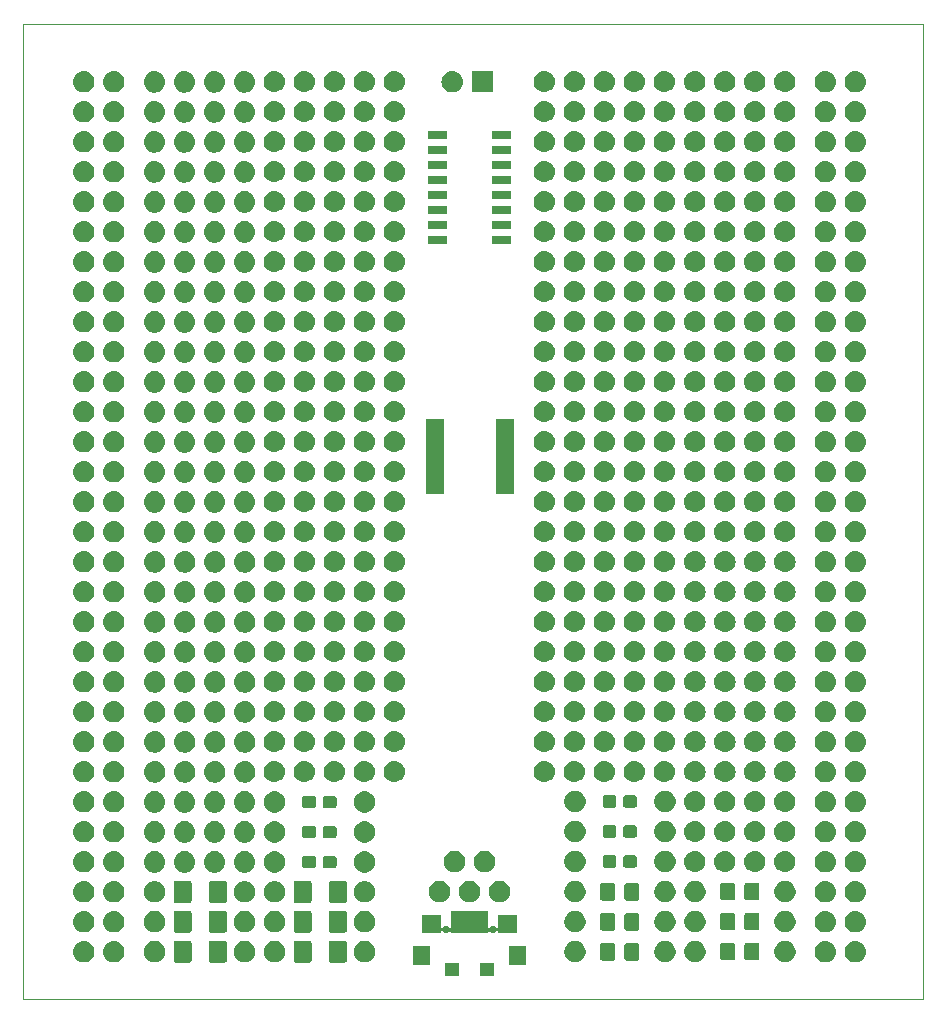
<source format=gbr>
G04 #@! TF.GenerationSoftware,KiCad,Pcbnew,(5.1.0)-1*
G04 #@! TF.CreationDate,2020-08-15T17:25:36-05:00*
G04 #@! TF.ProjectId,AltbierProto,416c7462-6965-4725-9072-6f746f2e6b69,rev?*
G04 #@! TF.SameCoordinates,Original*
G04 #@! TF.FileFunction,Soldermask,Top*
G04 #@! TF.FilePolarity,Negative*
%FSLAX46Y46*%
G04 Gerber Fmt 4.6, Leading zero omitted, Abs format (unit mm)*
G04 Created by KiCad (PCBNEW (5.1.0)-1) date 2020-08-15 17:25:36*
%MOMM*%
%LPD*%
G04 APERTURE LIST*
%ADD10C,0.050000*%
%ADD11C,0.100000*%
G04 APERTURE END LIST*
D10*
X179500000Y-50450000D02*
X179500000Y-133000000D01*
X179500000Y-50450000D02*
X103300000Y-50450000D01*
X103300000Y-50450000D02*
X103300000Y-133000000D01*
X179500000Y-133000000D02*
X103300000Y-133000000D01*
D11*
G36*
X140221000Y-131041000D02*
G01*
X139019000Y-131041000D01*
X139019000Y-129939000D01*
X140221000Y-129939000D01*
X140221000Y-131041000D01*
X140221000Y-131041000D01*
G37*
G36*
X143221000Y-131041000D02*
G01*
X142019000Y-131041000D01*
X142019000Y-129939000D01*
X143221000Y-129939000D01*
X143221000Y-131041000D01*
X143221000Y-131041000D01*
G37*
G36*
X145921000Y-130111000D02*
G01*
X144469000Y-130111000D01*
X144469000Y-128509000D01*
X145921000Y-128509000D01*
X145921000Y-130111000D01*
X145921000Y-130111000D01*
G37*
G36*
X137771000Y-130111000D02*
G01*
X136319000Y-130111000D01*
X136319000Y-128509000D01*
X137771000Y-128509000D01*
X137771000Y-130111000D01*
X137771000Y-130111000D01*
G37*
G36*
X130570562Y-128048181D02*
G01*
X130605481Y-128058774D01*
X130637663Y-128075976D01*
X130665873Y-128099127D01*
X130689024Y-128127337D01*
X130706226Y-128159519D01*
X130716819Y-128194438D01*
X130721000Y-128236895D01*
X130721000Y-129703105D01*
X130716819Y-129745562D01*
X130706226Y-129780481D01*
X130689024Y-129812663D01*
X130665873Y-129840873D01*
X130637663Y-129864024D01*
X130605481Y-129881226D01*
X130570562Y-129891819D01*
X130528105Y-129896000D01*
X129386895Y-129896000D01*
X129344438Y-129891819D01*
X129309519Y-129881226D01*
X129277337Y-129864024D01*
X129249127Y-129840873D01*
X129225976Y-129812663D01*
X129208774Y-129780481D01*
X129198181Y-129745562D01*
X129194000Y-129703105D01*
X129194000Y-128236895D01*
X129198181Y-128194438D01*
X129208774Y-128159519D01*
X129225976Y-128127337D01*
X129249127Y-128099127D01*
X129277337Y-128075976D01*
X129309519Y-128058774D01*
X129344438Y-128048181D01*
X129386895Y-128044000D01*
X130528105Y-128044000D01*
X130570562Y-128048181D01*
X130570562Y-128048181D01*
G37*
G36*
X127595562Y-128048181D02*
G01*
X127630481Y-128058774D01*
X127662663Y-128075976D01*
X127690873Y-128099127D01*
X127714024Y-128127337D01*
X127731226Y-128159519D01*
X127741819Y-128194438D01*
X127746000Y-128236895D01*
X127746000Y-129703105D01*
X127741819Y-129745562D01*
X127731226Y-129780481D01*
X127714024Y-129812663D01*
X127690873Y-129840873D01*
X127662663Y-129864024D01*
X127630481Y-129881226D01*
X127595562Y-129891819D01*
X127553105Y-129896000D01*
X126411895Y-129896000D01*
X126369438Y-129891819D01*
X126334519Y-129881226D01*
X126302337Y-129864024D01*
X126274127Y-129840873D01*
X126250976Y-129812663D01*
X126233774Y-129780481D01*
X126223181Y-129745562D01*
X126219000Y-129703105D01*
X126219000Y-128236895D01*
X126223181Y-128194438D01*
X126233774Y-128159519D01*
X126250976Y-128127337D01*
X126274127Y-128099127D01*
X126302337Y-128075976D01*
X126334519Y-128058774D01*
X126369438Y-128048181D01*
X126411895Y-128044000D01*
X127553105Y-128044000D01*
X127595562Y-128048181D01*
X127595562Y-128048181D01*
G37*
G36*
X120410562Y-128048181D02*
G01*
X120445481Y-128058774D01*
X120477663Y-128075976D01*
X120505873Y-128099127D01*
X120529024Y-128127337D01*
X120546226Y-128159519D01*
X120556819Y-128194438D01*
X120561000Y-128236895D01*
X120561000Y-129703105D01*
X120556819Y-129745562D01*
X120546226Y-129780481D01*
X120529024Y-129812663D01*
X120505873Y-129840873D01*
X120477663Y-129864024D01*
X120445481Y-129881226D01*
X120410562Y-129891819D01*
X120368105Y-129896000D01*
X119226895Y-129896000D01*
X119184438Y-129891819D01*
X119149519Y-129881226D01*
X119117337Y-129864024D01*
X119089127Y-129840873D01*
X119065976Y-129812663D01*
X119048774Y-129780481D01*
X119038181Y-129745562D01*
X119034000Y-129703105D01*
X119034000Y-128236895D01*
X119038181Y-128194438D01*
X119048774Y-128159519D01*
X119065976Y-128127337D01*
X119089127Y-128099127D01*
X119117337Y-128075976D01*
X119149519Y-128058774D01*
X119184438Y-128048181D01*
X119226895Y-128044000D01*
X120368105Y-128044000D01*
X120410562Y-128048181D01*
X120410562Y-128048181D01*
G37*
G36*
X117435562Y-128048181D02*
G01*
X117470481Y-128058774D01*
X117502663Y-128075976D01*
X117530873Y-128099127D01*
X117554024Y-128127337D01*
X117571226Y-128159519D01*
X117581819Y-128194438D01*
X117586000Y-128236895D01*
X117586000Y-129703105D01*
X117581819Y-129745562D01*
X117571226Y-129780481D01*
X117554024Y-129812663D01*
X117530873Y-129840873D01*
X117502663Y-129864024D01*
X117470481Y-129881226D01*
X117435562Y-129891819D01*
X117393105Y-129896000D01*
X116251895Y-129896000D01*
X116209438Y-129891819D01*
X116174519Y-129881226D01*
X116142337Y-129864024D01*
X116114127Y-129840873D01*
X116090976Y-129812663D01*
X116073774Y-129780481D01*
X116063181Y-129745562D01*
X116059000Y-129703105D01*
X116059000Y-128236895D01*
X116063181Y-128194438D01*
X116073774Y-128159519D01*
X116090976Y-128127337D01*
X116114127Y-128099127D01*
X116142337Y-128075976D01*
X116174519Y-128058774D01*
X116209438Y-128048181D01*
X116251895Y-128044000D01*
X117393105Y-128044000D01*
X117435562Y-128048181D01*
X117435562Y-128048181D01*
G37*
G36*
X111110442Y-128085518D02*
G01*
X111176627Y-128092037D01*
X111346466Y-128143557D01*
X111502991Y-128227222D01*
X111518217Y-128239718D01*
X111640186Y-128339814D01*
X111723448Y-128441271D01*
X111752778Y-128477009D01*
X111836443Y-128633534D01*
X111887963Y-128803373D01*
X111905359Y-128980000D01*
X111887963Y-129156627D01*
X111836443Y-129326466D01*
X111752778Y-129482991D01*
X111727872Y-129513339D01*
X111640186Y-129620186D01*
X111548900Y-129695101D01*
X111502991Y-129732778D01*
X111346466Y-129816443D01*
X111176627Y-129867963D01*
X111110442Y-129874482D01*
X111044260Y-129881000D01*
X110955740Y-129881000D01*
X110889558Y-129874482D01*
X110823373Y-129867963D01*
X110653534Y-129816443D01*
X110497009Y-129732778D01*
X110451100Y-129695101D01*
X110359814Y-129620186D01*
X110272128Y-129513339D01*
X110247222Y-129482991D01*
X110163557Y-129326466D01*
X110112037Y-129156627D01*
X110094641Y-128980000D01*
X110112037Y-128803373D01*
X110163557Y-128633534D01*
X110247222Y-128477009D01*
X110276552Y-128441271D01*
X110359814Y-128339814D01*
X110481783Y-128239718D01*
X110497009Y-128227222D01*
X110653534Y-128143557D01*
X110823373Y-128092037D01*
X110889558Y-128085518D01*
X110955740Y-128079000D01*
X111044260Y-128079000D01*
X111110442Y-128085518D01*
X111110442Y-128085518D01*
G37*
G36*
X108570442Y-128085518D02*
G01*
X108636627Y-128092037D01*
X108806466Y-128143557D01*
X108962991Y-128227222D01*
X108978217Y-128239718D01*
X109100186Y-128339814D01*
X109183448Y-128441271D01*
X109212778Y-128477009D01*
X109296443Y-128633534D01*
X109347963Y-128803373D01*
X109365359Y-128980000D01*
X109347963Y-129156627D01*
X109296443Y-129326466D01*
X109212778Y-129482991D01*
X109187872Y-129513339D01*
X109100186Y-129620186D01*
X109008900Y-129695101D01*
X108962991Y-129732778D01*
X108806466Y-129816443D01*
X108636627Y-129867963D01*
X108570442Y-129874482D01*
X108504260Y-129881000D01*
X108415740Y-129881000D01*
X108349558Y-129874482D01*
X108283373Y-129867963D01*
X108113534Y-129816443D01*
X107957009Y-129732778D01*
X107911100Y-129695101D01*
X107819814Y-129620186D01*
X107732128Y-129513339D01*
X107707222Y-129482991D01*
X107623557Y-129326466D01*
X107572037Y-129156627D01*
X107554641Y-128980000D01*
X107572037Y-128803373D01*
X107623557Y-128633534D01*
X107707222Y-128477009D01*
X107736552Y-128441271D01*
X107819814Y-128339814D01*
X107941783Y-128239718D01*
X107957009Y-128227222D01*
X108113534Y-128143557D01*
X108283373Y-128092037D01*
X108349558Y-128085518D01*
X108415740Y-128079000D01*
X108504260Y-128079000D01*
X108570442Y-128085518D01*
X108570442Y-128085518D01*
G37*
G36*
X171350442Y-128085518D02*
G01*
X171416627Y-128092037D01*
X171586466Y-128143557D01*
X171742991Y-128227222D01*
X171758217Y-128239718D01*
X171880186Y-128339814D01*
X171963448Y-128441271D01*
X171992778Y-128477009D01*
X172076443Y-128633534D01*
X172127963Y-128803373D01*
X172145359Y-128980000D01*
X172127963Y-129156627D01*
X172076443Y-129326466D01*
X171992778Y-129482991D01*
X171967872Y-129513339D01*
X171880186Y-129620186D01*
X171788900Y-129695101D01*
X171742991Y-129732778D01*
X171586466Y-129816443D01*
X171416627Y-129867963D01*
X171350442Y-129874482D01*
X171284260Y-129881000D01*
X171195740Y-129881000D01*
X171129558Y-129874482D01*
X171063373Y-129867963D01*
X170893534Y-129816443D01*
X170737009Y-129732778D01*
X170691100Y-129695101D01*
X170599814Y-129620186D01*
X170512128Y-129513339D01*
X170487222Y-129482991D01*
X170403557Y-129326466D01*
X170352037Y-129156627D01*
X170334641Y-128980000D01*
X170352037Y-128803373D01*
X170403557Y-128633534D01*
X170487222Y-128477009D01*
X170516552Y-128441271D01*
X170599814Y-128339814D01*
X170721783Y-128239718D01*
X170737009Y-128227222D01*
X170893534Y-128143557D01*
X171063373Y-128092037D01*
X171129558Y-128085518D01*
X171195740Y-128079000D01*
X171284260Y-128079000D01*
X171350442Y-128085518D01*
X171350442Y-128085518D01*
G37*
G36*
X173890442Y-128085518D02*
G01*
X173956627Y-128092037D01*
X174126466Y-128143557D01*
X174282991Y-128227222D01*
X174298217Y-128239718D01*
X174420186Y-128339814D01*
X174503448Y-128441271D01*
X174532778Y-128477009D01*
X174616443Y-128633534D01*
X174667963Y-128803373D01*
X174685359Y-128980000D01*
X174667963Y-129156627D01*
X174616443Y-129326466D01*
X174532778Y-129482991D01*
X174507872Y-129513339D01*
X174420186Y-129620186D01*
X174328900Y-129695101D01*
X174282991Y-129732778D01*
X174126466Y-129816443D01*
X173956627Y-129867963D01*
X173890442Y-129874482D01*
X173824260Y-129881000D01*
X173735740Y-129881000D01*
X173669558Y-129874482D01*
X173603373Y-129867963D01*
X173433534Y-129816443D01*
X173277009Y-129732778D01*
X173231100Y-129695101D01*
X173139814Y-129620186D01*
X173052128Y-129513339D01*
X173027222Y-129482991D01*
X172943557Y-129326466D01*
X172892037Y-129156627D01*
X172874641Y-128980000D01*
X172892037Y-128803373D01*
X172943557Y-128633534D01*
X173027222Y-128477009D01*
X173056552Y-128441271D01*
X173139814Y-128339814D01*
X173261783Y-128239718D01*
X173277009Y-128227222D01*
X173433534Y-128143557D01*
X173603373Y-128092037D01*
X173669558Y-128085518D01*
X173735740Y-128079000D01*
X173824260Y-128079000D01*
X173890442Y-128085518D01*
X173890442Y-128085518D01*
G37*
G36*
X124723512Y-128073927D02*
G01*
X124872812Y-128103624D01*
X125036784Y-128171544D01*
X125184354Y-128270147D01*
X125309853Y-128395646D01*
X125408456Y-128543216D01*
X125476376Y-128707188D01*
X125511000Y-128881259D01*
X125511000Y-129058741D01*
X125476376Y-129232812D01*
X125408456Y-129396784D01*
X125309853Y-129544354D01*
X125184354Y-129669853D01*
X125036784Y-129768456D01*
X124872812Y-129836376D01*
X124723512Y-129866073D01*
X124698742Y-129871000D01*
X124521258Y-129871000D01*
X124496488Y-129866073D01*
X124347188Y-129836376D01*
X124183216Y-129768456D01*
X124035646Y-129669853D01*
X123910147Y-129544354D01*
X123811544Y-129396784D01*
X123743624Y-129232812D01*
X123709000Y-129058741D01*
X123709000Y-128881259D01*
X123743624Y-128707188D01*
X123811544Y-128543216D01*
X123910147Y-128395646D01*
X124035646Y-128270147D01*
X124183216Y-128171544D01*
X124347188Y-128103624D01*
X124496488Y-128073927D01*
X124521258Y-128069000D01*
X124698742Y-128069000D01*
X124723512Y-128073927D01*
X124723512Y-128073927D01*
G37*
G36*
X157773512Y-128073927D02*
G01*
X157922812Y-128103624D01*
X158086784Y-128171544D01*
X158234354Y-128270147D01*
X158359853Y-128395646D01*
X158458456Y-128543216D01*
X158526376Y-128707188D01*
X158561000Y-128881259D01*
X158561000Y-129058741D01*
X158526376Y-129232812D01*
X158458456Y-129396784D01*
X158359853Y-129544354D01*
X158234354Y-129669853D01*
X158086784Y-129768456D01*
X157922812Y-129836376D01*
X157773512Y-129866073D01*
X157748742Y-129871000D01*
X157571258Y-129871000D01*
X157546488Y-129866073D01*
X157397188Y-129836376D01*
X157233216Y-129768456D01*
X157085646Y-129669853D01*
X156960147Y-129544354D01*
X156861544Y-129396784D01*
X156793624Y-129232812D01*
X156759000Y-129058741D01*
X156759000Y-128881259D01*
X156793624Y-128707188D01*
X156861544Y-128543216D01*
X156960147Y-128395646D01*
X157085646Y-128270147D01*
X157233216Y-128171544D01*
X157397188Y-128103624D01*
X157546488Y-128073927D01*
X157571258Y-128069000D01*
X157748742Y-128069000D01*
X157773512Y-128073927D01*
X157773512Y-128073927D01*
G37*
G36*
X150153512Y-128073927D02*
G01*
X150302812Y-128103624D01*
X150466784Y-128171544D01*
X150614354Y-128270147D01*
X150739853Y-128395646D01*
X150838456Y-128543216D01*
X150906376Y-128707188D01*
X150941000Y-128881259D01*
X150941000Y-129058741D01*
X150906376Y-129232812D01*
X150838456Y-129396784D01*
X150739853Y-129544354D01*
X150614354Y-129669853D01*
X150466784Y-129768456D01*
X150302812Y-129836376D01*
X150153512Y-129866073D01*
X150128742Y-129871000D01*
X149951258Y-129871000D01*
X149926488Y-129866073D01*
X149777188Y-129836376D01*
X149613216Y-129768456D01*
X149465646Y-129669853D01*
X149340147Y-129544354D01*
X149241544Y-129396784D01*
X149173624Y-129232812D01*
X149139000Y-129058741D01*
X149139000Y-128881259D01*
X149173624Y-128707188D01*
X149241544Y-128543216D01*
X149340147Y-128395646D01*
X149465646Y-128270147D01*
X149613216Y-128171544D01*
X149777188Y-128103624D01*
X149926488Y-128073927D01*
X149951258Y-128069000D01*
X150128742Y-128069000D01*
X150153512Y-128073927D01*
X150153512Y-128073927D01*
G37*
G36*
X114563512Y-128073927D02*
G01*
X114712812Y-128103624D01*
X114876784Y-128171544D01*
X115024354Y-128270147D01*
X115149853Y-128395646D01*
X115248456Y-128543216D01*
X115316376Y-128707188D01*
X115351000Y-128881259D01*
X115351000Y-129058741D01*
X115316376Y-129232812D01*
X115248456Y-129396784D01*
X115149853Y-129544354D01*
X115024354Y-129669853D01*
X114876784Y-129768456D01*
X114712812Y-129836376D01*
X114563512Y-129866073D01*
X114538742Y-129871000D01*
X114361258Y-129871000D01*
X114336488Y-129866073D01*
X114187188Y-129836376D01*
X114023216Y-129768456D01*
X113875646Y-129669853D01*
X113750147Y-129544354D01*
X113651544Y-129396784D01*
X113583624Y-129232812D01*
X113549000Y-129058741D01*
X113549000Y-128881259D01*
X113583624Y-128707188D01*
X113651544Y-128543216D01*
X113750147Y-128395646D01*
X113875646Y-128270147D01*
X114023216Y-128171544D01*
X114187188Y-128103624D01*
X114336488Y-128073927D01*
X114361258Y-128069000D01*
X114538742Y-128069000D01*
X114563512Y-128073927D01*
X114563512Y-128073927D01*
G37*
G36*
X122183512Y-128073927D02*
G01*
X122332812Y-128103624D01*
X122496784Y-128171544D01*
X122644354Y-128270147D01*
X122769853Y-128395646D01*
X122868456Y-128543216D01*
X122936376Y-128707188D01*
X122971000Y-128881259D01*
X122971000Y-129058741D01*
X122936376Y-129232812D01*
X122868456Y-129396784D01*
X122769853Y-129544354D01*
X122644354Y-129669853D01*
X122496784Y-129768456D01*
X122332812Y-129836376D01*
X122183512Y-129866073D01*
X122158742Y-129871000D01*
X121981258Y-129871000D01*
X121956488Y-129866073D01*
X121807188Y-129836376D01*
X121643216Y-129768456D01*
X121495646Y-129669853D01*
X121370147Y-129544354D01*
X121271544Y-129396784D01*
X121203624Y-129232812D01*
X121169000Y-129058741D01*
X121169000Y-128881259D01*
X121203624Y-128707188D01*
X121271544Y-128543216D01*
X121370147Y-128395646D01*
X121495646Y-128270147D01*
X121643216Y-128171544D01*
X121807188Y-128103624D01*
X121956488Y-128073927D01*
X121981258Y-128069000D01*
X122158742Y-128069000D01*
X122183512Y-128073927D01*
X122183512Y-128073927D01*
G37*
G36*
X132343512Y-128073927D02*
G01*
X132492812Y-128103624D01*
X132656784Y-128171544D01*
X132804354Y-128270147D01*
X132929853Y-128395646D01*
X133028456Y-128543216D01*
X133096376Y-128707188D01*
X133131000Y-128881259D01*
X133131000Y-129058741D01*
X133096376Y-129232812D01*
X133028456Y-129396784D01*
X132929853Y-129544354D01*
X132804354Y-129669853D01*
X132656784Y-129768456D01*
X132492812Y-129836376D01*
X132343512Y-129866073D01*
X132318742Y-129871000D01*
X132141258Y-129871000D01*
X132116488Y-129866073D01*
X131967188Y-129836376D01*
X131803216Y-129768456D01*
X131655646Y-129669853D01*
X131530147Y-129544354D01*
X131431544Y-129396784D01*
X131363624Y-129232812D01*
X131329000Y-129058741D01*
X131329000Y-128881259D01*
X131363624Y-128707188D01*
X131431544Y-128543216D01*
X131530147Y-128395646D01*
X131655646Y-128270147D01*
X131803216Y-128171544D01*
X131967188Y-128103624D01*
X132116488Y-128073927D01*
X132141258Y-128069000D01*
X132318742Y-128069000D01*
X132343512Y-128073927D01*
X132343512Y-128073927D01*
G37*
G36*
X167933512Y-128063927D02*
G01*
X168082812Y-128093624D01*
X168246784Y-128161544D01*
X168394354Y-128260147D01*
X168519853Y-128385646D01*
X168618456Y-128533216D01*
X168686376Y-128697188D01*
X168721000Y-128871259D01*
X168721000Y-129048741D01*
X168686376Y-129222812D01*
X168618456Y-129386784D01*
X168519853Y-129534354D01*
X168394354Y-129659853D01*
X168246784Y-129758456D01*
X168082812Y-129826376D01*
X167933512Y-129856073D01*
X167908742Y-129861000D01*
X167731258Y-129861000D01*
X167706488Y-129856073D01*
X167557188Y-129826376D01*
X167393216Y-129758456D01*
X167245646Y-129659853D01*
X167120147Y-129534354D01*
X167021544Y-129386784D01*
X166953624Y-129222812D01*
X166919000Y-129048741D01*
X166919000Y-128871259D01*
X166953624Y-128697188D01*
X167021544Y-128533216D01*
X167120147Y-128385646D01*
X167245646Y-128260147D01*
X167393216Y-128161544D01*
X167557188Y-128093624D01*
X167706488Y-128063927D01*
X167731258Y-128059000D01*
X167908742Y-128059000D01*
X167933512Y-128063927D01*
X167933512Y-128063927D01*
G37*
G36*
X160313512Y-128063927D02*
G01*
X160462812Y-128093624D01*
X160626784Y-128161544D01*
X160774354Y-128260147D01*
X160899853Y-128385646D01*
X160998456Y-128533216D01*
X161066376Y-128697188D01*
X161101000Y-128871259D01*
X161101000Y-129048741D01*
X161066376Y-129222812D01*
X160998456Y-129386784D01*
X160899853Y-129534354D01*
X160774354Y-129659853D01*
X160626784Y-129758456D01*
X160462812Y-129826376D01*
X160313512Y-129856073D01*
X160288742Y-129861000D01*
X160111258Y-129861000D01*
X160086488Y-129856073D01*
X159937188Y-129826376D01*
X159773216Y-129758456D01*
X159625646Y-129659853D01*
X159500147Y-129534354D01*
X159401544Y-129386784D01*
X159333624Y-129222812D01*
X159299000Y-129048741D01*
X159299000Y-128871259D01*
X159333624Y-128697188D01*
X159401544Y-128533216D01*
X159500147Y-128385646D01*
X159625646Y-128260147D01*
X159773216Y-128161544D01*
X159937188Y-128093624D01*
X160086488Y-128063927D01*
X160111258Y-128059000D01*
X160288742Y-128059000D01*
X160313512Y-128063927D01*
X160313512Y-128063927D01*
G37*
G36*
X155328674Y-128223465D02*
G01*
X155366367Y-128234899D01*
X155401103Y-128253466D01*
X155431548Y-128278452D01*
X155456534Y-128308897D01*
X155475101Y-128343633D01*
X155486535Y-128381326D01*
X155491000Y-128426661D01*
X155491000Y-129513339D01*
X155486535Y-129558674D01*
X155475101Y-129596367D01*
X155456534Y-129631103D01*
X155431548Y-129661548D01*
X155401103Y-129686534D01*
X155366367Y-129705101D01*
X155328674Y-129716535D01*
X155283339Y-129721000D01*
X154446661Y-129721000D01*
X154401326Y-129716535D01*
X154363633Y-129705101D01*
X154328897Y-129686534D01*
X154298452Y-129661548D01*
X154273466Y-129631103D01*
X154254899Y-129596367D01*
X154243465Y-129558674D01*
X154239000Y-129513339D01*
X154239000Y-128426661D01*
X154243465Y-128381326D01*
X154254899Y-128343633D01*
X154273466Y-128308897D01*
X154298452Y-128278452D01*
X154328897Y-128253466D01*
X154363633Y-128234899D01*
X154401326Y-128223465D01*
X154446661Y-128219000D01*
X155283339Y-128219000D01*
X155328674Y-128223465D01*
X155328674Y-128223465D01*
G37*
G36*
X153278674Y-128223465D02*
G01*
X153316367Y-128234899D01*
X153351103Y-128253466D01*
X153381548Y-128278452D01*
X153406534Y-128308897D01*
X153425101Y-128343633D01*
X153436535Y-128381326D01*
X153441000Y-128426661D01*
X153441000Y-129513339D01*
X153436535Y-129558674D01*
X153425101Y-129596367D01*
X153406534Y-129631103D01*
X153381548Y-129661548D01*
X153351103Y-129686534D01*
X153316367Y-129705101D01*
X153278674Y-129716535D01*
X153233339Y-129721000D01*
X152396661Y-129721000D01*
X152351326Y-129716535D01*
X152313633Y-129705101D01*
X152278897Y-129686534D01*
X152248452Y-129661548D01*
X152223466Y-129631103D01*
X152204899Y-129596367D01*
X152193465Y-129558674D01*
X152189000Y-129513339D01*
X152189000Y-128426661D01*
X152193465Y-128381326D01*
X152204899Y-128343633D01*
X152223466Y-128308897D01*
X152248452Y-128278452D01*
X152278897Y-128253466D01*
X152313633Y-128234899D01*
X152351326Y-128223465D01*
X152396661Y-128219000D01*
X153233339Y-128219000D01*
X153278674Y-128223465D01*
X153278674Y-128223465D01*
G37*
G36*
X165488674Y-128213465D02*
G01*
X165526367Y-128224899D01*
X165561103Y-128243466D01*
X165591548Y-128268452D01*
X165616534Y-128298897D01*
X165635101Y-128333633D01*
X165646535Y-128371326D01*
X165651000Y-128416661D01*
X165651000Y-129503339D01*
X165646535Y-129548674D01*
X165635101Y-129586367D01*
X165616534Y-129621103D01*
X165591548Y-129651548D01*
X165561103Y-129676534D01*
X165526367Y-129695101D01*
X165488674Y-129706535D01*
X165443339Y-129711000D01*
X164606661Y-129711000D01*
X164561326Y-129706535D01*
X164523633Y-129695101D01*
X164488897Y-129676534D01*
X164458452Y-129651548D01*
X164433466Y-129621103D01*
X164414899Y-129586367D01*
X164403465Y-129548674D01*
X164399000Y-129503339D01*
X164399000Y-128416661D01*
X164403465Y-128371326D01*
X164414899Y-128333633D01*
X164433466Y-128298897D01*
X164458452Y-128268452D01*
X164488897Y-128243466D01*
X164523633Y-128224899D01*
X164561326Y-128213465D01*
X164606661Y-128209000D01*
X165443339Y-128209000D01*
X165488674Y-128213465D01*
X165488674Y-128213465D01*
G37*
G36*
X163438674Y-128213465D02*
G01*
X163476367Y-128224899D01*
X163511103Y-128243466D01*
X163541548Y-128268452D01*
X163566534Y-128298897D01*
X163585101Y-128333633D01*
X163596535Y-128371326D01*
X163601000Y-128416661D01*
X163601000Y-129503339D01*
X163596535Y-129548674D01*
X163585101Y-129586367D01*
X163566534Y-129621103D01*
X163541548Y-129651548D01*
X163511103Y-129676534D01*
X163476367Y-129695101D01*
X163438674Y-129706535D01*
X163393339Y-129711000D01*
X162556661Y-129711000D01*
X162511326Y-129706535D01*
X162473633Y-129695101D01*
X162438897Y-129676534D01*
X162408452Y-129651548D01*
X162383466Y-129621103D01*
X162364899Y-129586367D01*
X162353465Y-129548674D01*
X162349000Y-129503339D01*
X162349000Y-128416661D01*
X162353465Y-128371326D01*
X162364899Y-128333633D01*
X162383466Y-128298897D01*
X162408452Y-128268452D01*
X162438897Y-128243466D01*
X162473633Y-128224899D01*
X162511326Y-128213465D01*
X162556661Y-128209000D01*
X163393339Y-128209000D01*
X163438674Y-128213465D01*
X163438674Y-128213465D01*
G37*
G36*
X142671000Y-126811548D02*
G01*
X142673402Y-126835934D01*
X142680515Y-126859383D01*
X142692066Y-126880994D01*
X142707611Y-126899936D01*
X142726553Y-126915481D01*
X142748164Y-126927032D01*
X142771613Y-126934145D01*
X142795999Y-126936547D01*
X142820385Y-126934145D01*
X142843834Y-126927032D01*
X142865445Y-126915481D01*
X142884387Y-126899936D01*
X142886196Y-126898127D01*
X142886198Y-126898124D01*
X142928124Y-126856198D01*
X142977423Y-126823258D01*
X142977425Y-126823257D01*
X143032203Y-126800567D01*
X143090353Y-126789000D01*
X143149647Y-126789000D01*
X143207797Y-126800567D01*
X143262575Y-126823257D01*
X143262577Y-126823258D01*
X143311876Y-126856198D01*
X143353802Y-126898124D01*
X143353804Y-126898127D01*
X143355613Y-126899936D01*
X143374555Y-126915481D01*
X143396166Y-126927032D01*
X143419615Y-126934145D01*
X143444001Y-126936547D01*
X143468387Y-126934145D01*
X143491836Y-126927032D01*
X143513447Y-126915481D01*
X143532389Y-126899936D01*
X143547934Y-126880994D01*
X143559485Y-126859383D01*
X143566598Y-126835934D01*
X143569000Y-126811548D01*
X143569000Y-125889000D01*
X145171000Y-125889000D01*
X145171000Y-127391000D01*
X143569000Y-127391000D01*
X143569000Y-127368452D01*
X143566598Y-127344066D01*
X143559485Y-127320617D01*
X143547934Y-127299006D01*
X143532389Y-127280064D01*
X143513447Y-127264519D01*
X143491836Y-127252968D01*
X143468387Y-127245855D01*
X143444001Y-127243453D01*
X143419615Y-127245855D01*
X143396166Y-127252968D01*
X143374555Y-127264519D01*
X143355613Y-127280064D01*
X143353804Y-127281873D01*
X143353802Y-127281876D01*
X143311876Y-127323802D01*
X143262577Y-127356742D01*
X143262576Y-127356743D01*
X143262575Y-127356743D01*
X143207797Y-127379433D01*
X143149647Y-127391000D01*
X143090353Y-127391000D01*
X143032203Y-127379433D01*
X142977425Y-127356743D01*
X142977424Y-127356743D01*
X142977423Y-127356742D01*
X142928124Y-127323802D01*
X142886198Y-127281876D01*
X142886196Y-127281873D01*
X142884387Y-127280064D01*
X142865445Y-127264519D01*
X142843834Y-127252968D01*
X142820385Y-127245855D01*
X142795999Y-127243453D01*
X142771613Y-127245855D01*
X142748164Y-127252968D01*
X142726553Y-127264519D01*
X142707611Y-127280064D01*
X142692066Y-127299006D01*
X142680515Y-127320617D01*
X142673402Y-127344066D01*
X142671000Y-127368452D01*
X142671000Y-127391000D01*
X139569000Y-127391000D01*
X139569000Y-127368452D01*
X139566598Y-127344066D01*
X139559485Y-127320617D01*
X139547934Y-127299006D01*
X139532389Y-127280064D01*
X139513447Y-127264519D01*
X139491836Y-127252968D01*
X139468387Y-127245855D01*
X139444001Y-127243453D01*
X139419615Y-127245855D01*
X139396166Y-127252968D01*
X139374555Y-127264519D01*
X139355613Y-127280064D01*
X139353804Y-127281873D01*
X139353802Y-127281876D01*
X139311876Y-127323802D01*
X139262577Y-127356742D01*
X139262576Y-127356743D01*
X139262575Y-127356743D01*
X139207797Y-127379433D01*
X139149647Y-127391000D01*
X139090353Y-127391000D01*
X139032203Y-127379433D01*
X138977425Y-127356743D01*
X138977424Y-127356743D01*
X138977423Y-127356742D01*
X138928124Y-127323802D01*
X138886198Y-127281876D01*
X138886196Y-127281873D01*
X138884387Y-127280064D01*
X138865445Y-127264519D01*
X138843834Y-127252968D01*
X138820385Y-127245855D01*
X138795999Y-127243453D01*
X138771613Y-127245855D01*
X138748164Y-127252968D01*
X138726553Y-127264519D01*
X138707611Y-127280064D01*
X138692066Y-127299006D01*
X138680515Y-127320617D01*
X138673402Y-127344066D01*
X138671000Y-127368452D01*
X138671000Y-127391000D01*
X137069000Y-127391000D01*
X137069000Y-125889000D01*
X138671000Y-125889000D01*
X138671000Y-126811548D01*
X138673402Y-126835934D01*
X138680515Y-126859383D01*
X138692066Y-126880994D01*
X138707611Y-126899936D01*
X138726553Y-126915481D01*
X138748164Y-126927032D01*
X138771613Y-126934145D01*
X138795999Y-126936547D01*
X138820385Y-126934145D01*
X138843834Y-126927032D01*
X138865445Y-126915481D01*
X138884387Y-126899936D01*
X138886196Y-126898127D01*
X138886198Y-126898124D01*
X138928124Y-126856198D01*
X138977423Y-126823258D01*
X138977425Y-126823257D01*
X139032203Y-126800567D01*
X139090353Y-126789000D01*
X139149647Y-126789000D01*
X139207797Y-126800567D01*
X139262575Y-126823257D01*
X139262577Y-126823258D01*
X139311876Y-126856198D01*
X139353802Y-126898124D01*
X139353804Y-126898127D01*
X139355613Y-126899936D01*
X139374555Y-126915481D01*
X139396166Y-126927032D01*
X139419615Y-126934145D01*
X139444001Y-126936547D01*
X139468387Y-126934145D01*
X139491836Y-126927032D01*
X139513447Y-126915481D01*
X139532389Y-126899936D01*
X139547934Y-126880994D01*
X139559485Y-126859383D01*
X139566598Y-126835934D01*
X139569000Y-126811548D01*
X139569000Y-125489000D01*
X142671000Y-125489000D01*
X142671000Y-126811548D01*
X142671000Y-126811548D01*
G37*
G36*
X130570562Y-125508181D02*
G01*
X130605481Y-125518774D01*
X130637663Y-125535976D01*
X130665873Y-125559127D01*
X130689024Y-125587337D01*
X130706226Y-125619519D01*
X130716819Y-125654438D01*
X130721000Y-125696895D01*
X130721000Y-127163105D01*
X130716819Y-127205562D01*
X130706226Y-127240481D01*
X130689024Y-127272663D01*
X130665873Y-127300873D01*
X130637663Y-127324024D01*
X130605481Y-127341226D01*
X130570562Y-127351819D01*
X130528105Y-127356000D01*
X129386895Y-127356000D01*
X129344438Y-127351819D01*
X129309519Y-127341226D01*
X129277337Y-127324024D01*
X129249127Y-127300873D01*
X129225976Y-127272663D01*
X129208774Y-127240481D01*
X129198181Y-127205562D01*
X129194000Y-127163105D01*
X129194000Y-125696895D01*
X129198181Y-125654438D01*
X129208774Y-125619519D01*
X129225976Y-125587337D01*
X129249127Y-125559127D01*
X129277337Y-125535976D01*
X129309519Y-125518774D01*
X129344438Y-125508181D01*
X129386895Y-125504000D01*
X130528105Y-125504000D01*
X130570562Y-125508181D01*
X130570562Y-125508181D01*
G37*
G36*
X127595562Y-125508181D02*
G01*
X127630481Y-125518774D01*
X127662663Y-125535976D01*
X127690873Y-125559127D01*
X127714024Y-125587337D01*
X127731226Y-125619519D01*
X127741819Y-125654438D01*
X127746000Y-125696895D01*
X127746000Y-127163105D01*
X127741819Y-127205562D01*
X127731226Y-127240481D01*
X127714024Y-127272663D01*
X127690873Y-127300873D01*
X127662663Y-127324024D01*
X127630481Y-127341226D01*
X127595562Y-127351819D01*
X127553105Y-127356000D01*
X126411895Y-127356000D01*
X126369438Y-127351819D01*
X126334519Y-127341226D01*
X126302337Y-127324024D01*
X126274127Y-127300873D01*
X126250976Y-127272663D01*
X126233774Y-127240481D01*
X126223181Y-127205562D01*
X126219000Y-127163105D01*
X126219000Y-125696895D01*
X126223181Y-125654438D01*
X126233774Y-125619519D01*
X126250976Y-125587337D01*
X126274127Y-125559127D01*
X126302337Y-125535976D01*
X126334519Y-125518774D01*
X126369438Y-125508181D01*
X126411895Y-125504000D01*
X127553105Y-125504000D01*
X127595562Y-125508181D01*
X127595562Y-125508181D01*
G37*
G36*
X120410562Y-125508181D02*
G01*
X120445481Y-125518774D01*
X120477663Y-125535976D01*
X120505873Y-125559127D01*
X120529024Y-125587337D01*
X120546226Y-125619519D01*
X120556819Y-125654438D01*
X120561000Y-125696895D01*
X120561000Y-127163105D01*
X120556819Y-127205562D01*
X120546226Y-127240481D01*
X120529024Y-127272663D01*
X120505873Y-127300873D01*
X120477663Y-127324024D01*
X120445481Y-127341226D01*
X120410562Y-127351819D01*
X120368105Y-127356000D01*
X119226895Y-127356000D01*
X119184438Y-127351819D01*
X119149519Y-127341226D01*
X119117337Y-127324024D01*
X119089127Y-127300873D01*
X119065976Y-127272663D01*
X119048774Y-127240481D01*
X119038181Y-127205562D01*
X119034000Y-127163105D01*
X119034000Y-125696895D01*
X119038181Y-125654438D01*
X119048774Y-125619519D01*
X119065976Y-125587337D01*
X119089127Y-125559127D01*
X119117337Y-125535976D01*
X119149519Y-125518774D01*
X119184438Y-125508181D01*
X119226895Y-125504000D01*
X120368105Y-125504000D01*
X120410562Y-125508181D01*
X120410562Y-125508181D01*
G37*
G36*
X117435562Y-125508181D02*
G01*
X117470481Y-125518774D01*
X117502663Y-125535976D01*
X117530873Y-125559127D01*
X117554024Y-125587337D01*
X117571226Y-125619519D01*
X117581819Y-125654438D01*
X117586000Y-125696895D01*
X117586000Y-127163105D01*
X117581819Y-127205562D01*
X117571226Y-127240481D01*
X117554024Y-127272663D01*
X117530873Y-127300873D01*
X117502663Y-127324024D01*
X117470481Y-127341226D01*
X117435562Y-127351819D01*
X117393105Y-127356000D01*
X116251895Y-127356000D01*
X116209438Y-127351819D01*
X116174519Y-127341226D01*
X116142337Y-127324024D01*
X116114127Y-127300873D01*
X116090976Y-127272663D01*
X116073774Y-127240481D01*
X116063181Y-127205562D01*
X116059000Y-127163105D01*
X116059000Y-125696895D01*
X116063181Y-125654438D01*
X116073774Y-125619519D01*
X116090976Y-125587337D01*
X116114127Y-125559127D01*
X116142337Y-125535976D01*
X116174519Y-125518774D01*
X116209438Y-125508181D01*
X116251895Y-125504000D01*
X117393105Y-125504000D01*
X117435562Y-125508181D01*
X117435562Y-125508181D01*
G37*
G36*
X171350443Y-125545519D02*
G01*
X171416627Y-125552037D01*
X171586466Y-125603557D01*
X171742991Y-125687222D01*
X171758217Y-125699718D01*
X171880186Y-125799814D01*
X171963448Y-125901271D01*
X171992778Y-125937009D01*
X172076443Y-126093534D01*
X172127963Y-126263373D01*
X172145359Y-126440000D01*
X172127963Y-126616627D01*
X172076443Y-126786466D01*
X171992778Y-126942991D01*
X171967872Y-126973339D01*
X171880186Y-127080186D01*
X171788900Y-127155101D01*
X171742991Y-127192778D01*
X171742989Y-127192779D01*
X171648186Y-127243453D01*
X171586466Y-127276443D01*
X171416627Y-127327963D01*
X171350442Y-127334482D01*
X171284260Y-127341000D01*
X171195740Y-127341000D01*
X171129558Y-127334482D01*
X171063373Y-127327963D01*
X170893534Y-127276443D01*
X170831815Y-127243453D01*
X170737011Y-127192779D01*
X170737009Y-127192778D01*
X170691100Y-127155101D01*
X170599814Y-127080186D01*
X170512128Y-126973339D01*
X170487222Y-126942991D01*
X170403557Y-126786466D01*
X170352037Y-126616627D01*
X170334641Y-126440000D01*
X170352037Y-126263373D01*
X170403557Y-126093534D01*
X170487222Y-125937009D01*
X170516552Y-125901271D01*
X170599814Y-125799814D01*
X170721783Y-125699718D01*
X170737009Y-125687222D01*
X170893534Y-125603557D01*
X171063373Y-125552037D01*
X171129557Y-125545519D01*
X171195740Y-125539000D01*
X171284260Y-125539000D01*
X171350443Y-125545519D01*
X171350443Y-125545519D01*
G37*
G36*
X173890443Y-125545519D02*
G01*
X173956627Y-125552037D01*
X174126466Y-125603557D01*
X174282991Y-125687222D01*
X174298217Y-125699718D01*
X174420186Y-125799814D01*
X174503448Y-125901271D01*
X174532778Y-125937009D01*
X174616443Y-126093534D01*
X174667963Y-126263373D01*
X174685359Y-126440000D01*
X174667963Y-126616627D01*
X174616443Y-126786466D01*
X174532778Y-126942991D01*
X174507872Y-126973339D01*
X174420186Y-127080186D01*
X174328900Y-127155101D01*
X174282991Y-127192778D01*
X174282989Y-127192779D01*
X174188186Y-127243453D01*
X174126466Y-127276443D01*
X173956627Y-127327963D01*
X173890442Y-127334482D01*
X173824260Y-127341000D01*
X173735740Y-127341000D01*
X173669558Y-127334482D01*
X173603373Y-127327963D01*
X173433534Y-127276443D01*
X173371815Y-127243453D01*
X173277011Y-127192779D01*
X173277009Y-127192778D01*
X173231100Y-127155101D01*
X173139814Y-127080186D01*
X173052128Y-126973339D01*
X173027222Y-126942991D01*
X172943557Y-126786466D01*
X172892037Y-126616627D01*
X172874641Y-126440000D01*
X172892037Y-126263373D01*
X172943557Y-126093534D01*
X173027222Y-125937009D01*
X173056552Y-125901271D01*
X173139814Y-125799814D01*
X173261783Y-125699718D01*
X173277009Y-125687222D01*
X173433534Y-125603557D01*
X173603373Y-125552037D01*
X173669557Y-125545519D01*
X173735740Y-125539000D01*
X173824260Y-125539000D01*
X173890443Y-125545519D01*
X173890443Y-125545519D01*
G37*
G36*
X111110443Y-125545519D02*
G01*
X111176627Y-125552037D01*
X111346466Y-125603557D01*
X111502991Y-125687222D01*
X111518217Y-125699718D01*
X111640186Y-125799814D01*
X111723448Y-125901271D01*
X111752778Y-125937009D01*
X111836443Y-126093534D01*
X111887963Y-126263373D01*
X111905359Y-126440000D01*
X111887963Y-126616627D01*
X111836443Y-126786466D01*
X111752778Y-126942991D01*
X111727872Y-126973339D01*
X111640186Y-127080186D01*
X111548900Y-127155101D01*
X111502991Y-127192778D01*
X111502989Y-127192779D01*
X111408186Y-127243453D01*
X111346466Y-127276443D01*
X111176627Y-127327963D01*
X111110442Y-127334482D01*
X111044260Y-127341000D01*
X110955740Y-127341000D01*
X110889558Y-127334482D01*
X110823373Y-127327963D01*
X110653534Y-127276443D01*
X110591815Y-127243453D01*
X110497011Y-127192779D01*
X110497009Y-127192778D01*
X110451100Y-127155101D01*
X110359814Y-127080186D01*
X110272128Y-126973339D01*
X110247222Y-126942991D01*
X110163557Y-126786466D01*
X110112037Y-126616627D01*
X110094641Y-126440000D01*
X110112037Y-126263373D01*
X110163557Y-126093534D01*
X110247222Y-125937009D01*
X110276552Y-125901271D01*
X110359814Y-125799814D01*
X110481783Y-125699718D01*
X110497009Y-125687222D01*
X110653534Y-125603557D01*
X110823373Y-125552037D01*
X110889557Y-125545519D01*
X110955740Y-125539000D01*
X111044260Y-125539000D01*
X111110443Y-125545519D01*
X111110443Y-125545519D01*
G37*
G36*
X108570443Y-125545519D02*
G01*
X108636627Y-125552037D01*
X108806466Y-125603557D01*
X108962991Y-125687222D01*
X108978217Y-125699718D01*
X109100186Y-125799814D01*
X109183448Y-125901271D01*
X109212778Y-125937009D01*
X109296443Y-126093534D01*
X109347963Y-126263373D01*
X109365359Y-126440000D01*
X109347963Y-126616627D01*
X109296443Y-126786466D01*
X109212778Y-126942991D01*
X109187872Y-126973339D01*
X109100186Y-127080186D01*
X109008900Y-127155101D01*
X108962991Y-127192778D01*
X108962989Y-127192779D01*
X108868186Y-127243453D01*
X108806466Y-127276443D01*
X108636627Y-127327963D01*
X108570442Y-127334482D01*
X108504260Y-127341000D01*
X108415740Y-127341000D01*
X108349558Y-127334482D01*
X108283373Y-127327963D01*
X108113534Y-127276443D01*
X108051815Y-127243453D01*
X107957011Y-127192779D01*
X107957009Y-127192778D01*
X107911100Y-127155101D01*
X107819814Y-127080186D01*
X107732128Y-126973339D01*
X107707222Y-126942991D01*
X107623557Y-126786466D01*
X107572037Y-126616627D01*
X107554641Y-126440000D01*
X107572037Y-126263373D01*
X107623557Y-126093534D01*
X107707222Y-125937009D01*
X107736552Y-125901271D01*
X107819814Y-125799814D01*
X107941783Y-125699718D01*
X107957009Y-125687222D01*
X108113534Y-125603557D01*
X108283373Y-125552037D01*
X108349557Y-125545519D01*
X108415740Y-125539000D01*
X108504260Y-125539000D01*
X108570443Y-125545519D01*
X108570443Y-125545519D01*
G37*
G36*
X122183512Y-125533927D02*
G01*
X122332812Y-125563624D01*
X122496784Y-125631544D01*
X122644354Y-125730147D01*
X122769853Y-125855646D01*
X122868456Y-126003216D01*
X122936376Y-126167188D01*
X122971000Y-126341259D01*
X122971000Y-126518741D01*
X122936376Y-126692812D01*
X122868456Y-126856784D01*
X122769853Y-127004354D01*
X122644354Y-127129853D01*
X122496784Y-127228456D01*
X122332812Y-127296376D01*
X122183512Y-127326073D01*
X122158742Y-127331000D01*
X121981258Y-127331000D01*
X121956488Y-127326073D01*
X121807188Y-127296376D01*
X121643216Y-127228456D01*
X121495646Y-127129853D01*
X121370147Y-127004354D01*
X121271544Y-126856784D01*
X121203624Y-126692812D01*
X121169000Y-126518741D01*
X121169000Y-126341259D01*
X121203624Y-126167188D01*
X121271544Y-126003216D01*
X121370147Y-125855646D01*
X121495646Y-125730147D01*
X121643216Y-125631544D01*
X121807188Y-125563624D01*
X121956488Y-125533927D01*
X121981258Y-125529000D01*
X122158742Y-125529000D01*
X122183512Y-125533927D01*
X122183512Y-125533927D01*
G37*
G36*
X114563512Y-125533927D02*
G01*
X114712812Y-125563624D01*
X114876784Y-125631544D01*
X115024354Y-125730147D01*
X115149853Y-125855646D01*
X115248456Y-126003216D01*
X115316376Y-126167188D01*
X115351000Y-126341259D01*
X115351000Y-126518741D01*
X115316376Y-126692812D01*
X115248456Y-126856784D01*
X115149853Y-127004354D01*
X115024354Y-127129853D01*
X114876784Y-127228456D01*
X114712812Y-127296376D01*
X114563512Y-127326073D01*
X114538742Y-127331000D01*
X114361258Y-127331000D01*
X114336488Y-127326073D01*
X114187188Y-127296376D01*
X114023216Y-127228456D01*
X113875646Y-127129853D01*
X113750147Y-127004354D01*
X113651544Y-126856784D01*
X113583624Y-126692812D01*
X113549000Y-126518741D01*
X113549000Y-126341259D01*
X113583624Y-126167188D01*
X113651544Y-126003216D01*
X113750147Y-125855646D01*
X113875646Y-125730147D01*
X114023216Y-125631544D01*
X114187188Y-125563624D01*
X114336488Y-125533927D01*
X114361258Y-125529000D01*
X114538742Y-125529000D01*
X114563512Y-125533927D01*
X114563512Y-125533927D01*
G37*
G36*
X157773512Y-125533927D02*
G01*
X157922812Y-125563624D01*
X158086784Y-125631544D01*
X158234354Y-125730147D01*
X158359853Y-125855646D01*
X158458456Y-126003216D01*
X158526376Y-126167188D01*
X158561000Y-126341259D01*
X158561000Y-126518741D01*
X158526376Y-126692812D01*
X158458456Y-126856784D01*
X158359853Y-127004354D01*
X158234354Y-127129853D01*
X158086784Y-127228456D01*
X157922812Y-127296376D01*
X157773512Y-127326073D01*
X157748742Y-127331000D01*
X157571258Y-127331000D01*
X157546488Y-127326073D01*
X157397188Y-127296376D01*
X157233216Y-127228456D01*
X157085646Y-127129853D01*
X156960147Y-127004354D01*
X156861544Y-126856784D01*
X156793624Y-126692812D01*
X156759000Y-126518741D01*
X156759000Y-126341259D01*
X156793624Y-126167188D01*
X156861544Y-126003216D01*
X156960147Y-125855646D01*
X157085646Y-125730147D01*
X157233216Y-125631544D01*
X157397188Y-125563624D01*
X157546488Y-125533927D01*
X157571258Y-125529000D01*
X157748742Y-125529000D01*
X157773512Y-125533927D01*
X157773512Y-125533927D01*
G37*
G36*
X150153512Y-125533927D02*
G01*
X150302812Y-125563624D01*
X150466784Y-125631544D01*
X150614354Y-125730147D01*
X150739853Y-125855646D01*
X150838456Y-126003216D01*
X150906376Y-126167188D01*
X150941000Y-126341259D01*
X150941000Y-126518741D01*
X150906376Y-126692812D01*
X150838456Y-126856784D01*
X150739853Y-127004354D01*
X150614354Y-127129853D01*
X150466784Y-127228456D01*
X150302812Y-127296376D01*
X150153512Y-127326073D01*
X150128742Y-127331000D01*
X149951258Y-127331000D01*
X149926488Y-127326073D01*
X149777188Y-127296376D01*
X149613216Y-127228456D01*
X149465646Y-127129853D01*
X149340147Y-127004354D01*
X149241544Y-126856784D01*
X149173624Y-126692812D01*
X149139000Y-126518741D01*
X149139000Y-126341259D01*
X149173624Y-126167188D01*
X149241544Y-126003216D01*
X149340147Y-125855646D01*
X149465646Y-125730147D01*
X149613216Y-125631544D01*
X149777188Y-125563624D01*
X149926488Y-125533927D01*
X149951258Y-125529000D01*
X150128742Y-125529000D01*
X150153512Y-125533927D01*
X150153512Y-125533927D01*
G37*
G36*
X124723512Y-125533927D02*
G01*
X124872812Y-125563624D01*
X125036784Y-125631544D01*
X125184354Y-125730147D01*
X125309853Y-125855646D01*
X125408456Y-126003216D01*
X125476376Y-126167188D01*
X125511000Y-126341259D01*
X125511000Y-126518741D01*
X125476376Y-126692812D01*
X125408456Y-126856784D01*
X125309853Y-127004354D01*
X125184354Y-127129853D01*
X125036784Y-127228456D01*
X124872812Y-127296376D01*
X124723512Y-127326073D01*
X124698742Y-127331000D01*
X124521258Y-127331000D01*
X124496488Y-127326073D01*
X124347188Y-127296376D01*
X124183216Y-127228456D01*
X124035646Y-127129853D01*
X123910147Y-127004354D01*
X123811544Y-126856784D01*
X123743624Y-126692812D01*
X123709000Y-126518741D01*
X123709000Y-126341259D01*
X123743624Y-126167188D01*
X123811544Y-126003216D01*
X123910147Y-125855646D01*
X124035646Y-125730147D01*
X124183216Y-125631544D01*
X124347188Y-125563624D01*
X124496488Y-125533927D01*
X124521258Y-125529000D01*
X124698742Y-125529000D01*
X124723512Y-125533927D01*
X124723512Y-125533927D01*
G37*
G36*
X132343512Y-125533927D02*
G01*
X132492812Y-125563624D01*
X132656784Y-125631544D01*
X132804354Y-125730147D01*
X132929853Y-125855646D01*
X133028456Y-126003216D01*
X133096376Y-126167188D01*
X133131000Y-126341259D01*
X133131000Y-126518741D01*
X133096376Y-126692812D01*
X133028456Y-126856784D01*
X132929853Y-127004354D01*
X132804354Y-127129853D01*
X132656784Y-127228456D01*
X132492812Y-127296376D01*
X132343512Y-127326073D01*
X132318742Y-127331000D01*
X132141258Y-127331000D01*
X132116488Y-127326073D01*
X131967188Y-127296376D01*
X131803216Y-127228456D01*
X131655646Y-127129853D01*
X131530147Y-127004354D01*
X131431544Y-126856784D01*
X131363624Y-126692812D01*
X131329000Y-126518741D01*
X131329000Y-126341259D01*
X131363624Y-126167188D01*
X131431544Y-126003216D01*
X131530147Y-125855646D01*
X131655646Y-125730147D01*
X131803216Y-125631544D01*
X131967188Y-125563624D01*
X132116488Y-125533927D01*
X132141258Y-125529000D01*
X132318742Y-125529000D01*
X132343512Y-125533927D01*
X132343512Y-125533927D01*
G37*
G36*
X167933512Y-125523927D02*
G01*
X168082812Y-125553624D01*
X168246784Y-125621544D01*
X168394354Y-125720147D01*
X168519853Y-125845646D01*
X168618456Y-125993216D01*
X168686376Y-126157188D01*
X168721000Y-126331259D01*
X168721000Y-126508741D01*
X168686376Y-126682812D01*
X168618456Y-126846784D01*
X168519853Y-126994354D01*
X168394354Y-127119853D01*
X168246784Y-127218456D01*
X168082812Y-127286376D01*
X167933512Y-127316073D01*
X167908742Y-127321000D01*
X167731258Y-127321000D01*
X167706488Y-127316073D01*
X167557188Y-127286376D01*
X167393216Y-127218456D01*
X167245646Y-127119853D01*
X167120147Y-126994354D01*
X167021544Y-126846784D01*
X166953624Y-126682812D01*
X166919000Y-126508741D01*
X166919000Y-126331259D01*
X166953624Y-126157188D01*
X167021544Y-125993216D01*
X167120147Y-125845646D01*
X167245646Y-125720147D01*
X167393216Y-125621544D01*
X167557188Y-125553624D01*
X167706488Y-125523927D01*
X167731258Y-125519000D01*
X167908742Y-125519000D01*
X167933512Y-125523927D01*
X167933512Y-125523927D01*
G37*
G36*
X160313512Y-125523927D02*
G01*
X160462812Y-125553624D01*
X160626784Y-125621544D01*
X160774354Y-125720147D01*
X160899853Y-125845646D01*
X160998456Y-125993216D01*
X161066376Y-126157188D01*
X161101000Y-126331259D01*
X161101000Y-126508741D01*
X161066376Y-126682812D01*
X160998456Y-126846784D01*
X160899853Y-126994354D01*
X160774354Y-127119853D01*
X160626784Y-127218456D01*
X160462812Y-127286376D01*
X160313512Y-127316073D01*
X160288742Y-127321000D01*
X160111258Y-127321000D01*
X160086488Y-127316073D01*
X159937188Y-127286376D01*
X159773216Y-127218456D01*
X159625646Y-127119853D01*
X159500147Y-126994354D01*
X159401544Y-126846784D01*
X159333624Y-126682812D01*
X159299000Y-126508741D01*
X159299000Y-126331259D01*
X159333624Y-126157188D01*
X159401544Y-125993216D01*
X159500147Y-125845646D01*
X159625646Y-125720147D01*
X159773216Y-125621544D01*
X159937188Y-125553624D01*
X160086488Y-125523927D01*
X160111258Y-125519000D01*
X160288742Y-125519000D01*
X160313512Y-125523927D01*
X160313512Y-125523927D01*
G37*
G36*
X153278674Y-125683465D02*
G01*
X153316367Y-125694899D01*
X153351103Y-125713466D01*
X153381548Y-125738452D01*
X153406534Y-125768897D01*
X153425101Y-125803633D01*
X153436535Y-125841326D01*
X153441000Y-125886661D01*
X153441000Y-126973339D01*
X153436535Y-127018674D01*
X153425101Y-127056367D01*
X153406534Y-127091103D01*
X153381548Y-127121548D01*
X153351103Y-127146534D01*
X153316367Y-127165101D01*
X153278674Y-127176535D01*
X153233339Y-127181000D01*
X152396661Y-127181000D01*
X152351326Y-127176535D01*
X152313633Y-127165101D01*
X152278897Y-127146534D01*
X152248452Y-127121548D01*
X152223466Y-127091103D01*
X152204899Y-127056367D01*
X152193465Y-127018674D01*
X152189000Y-126973339D01*
X152189000Y-125886661D01*
X152193465Y-125841326D01*
X152204899Y-125803633D01*
X152223466Y-125768897D01*
X152248452Y-125738452D01*
X152278897Y-125713466D01*
X152313633Y-125694899D01*
X152351326Y-125683465D01*
X152396661Y-125679000D01*
X153233339Y-125679000D01*
X153278674Y-125683465D01*
X153278674Y-125683465D01*
G37*
G36*
X155328674Y-125683465D02*
G01*
X155366367Y-125694899D01*
X155401103Y-125713466D01*
X155431548Y-125738452D01*
X155456534Y-125768897D01*
X155475101Y-125803633D01*
X155486535Y-125841326D01*
X155491000Y-125886661D01*
X155491000Y-126973339D01*
X155486535Y-127018674D01*
X155475101Y-127056367D01*
X155456534Y-127091103D01*
X155431548Y-127121548D01*
X155401103Y-127146534D01*
X155366367Y-127165101D01*
X155328674Y-127176535D01*
X155283339Y-127181000D01*
X154446661Y-127181000D01*
X154401326Y-127176535D01*
X154363633Y-127165101D01*
X154328897Y-127146534D01*
X154298452Y-127121548D01*
X154273466Y-127091103D01*
X154254899Y-127056367D01*
X154243465Y-127018674D01*
X154239000Y-126973339D01*
X154239000Y-125886661D01*
X154243465Y-125841326D01*
X154254899Y-125803633D01*
X154273466Y-125768897D01*
X154298452Y-125738452D01*
X154328897Y-125713466D01*
X154363633Y-125694899D01*
X154401326Y-125683465D01*
X154446661Y-125679000D01*
X155283339Y-125679000D01*
X155328674Y-125683465D01*
X155328674Y-125683465D01*
G37*
G36*
X165488674Y-125673465D02*
G01*
X165526367Y-125684899D01*
X165561103Y-125703466D01*
X165591548Y-125728452D01*
X165616534Y-125758897D01*
X165635101Y-125793633D01*
X165646535Y-125831326D01*
X165651000Y-125876661D01*
X165651000Y-126963339D01*
X165646535Y-127008674D01*
X165635101Y-127046367D01*
X165616534Y-127081103D01*
X165591548Y-127111548D01*
X165561103Y-127136534D01*
X165526367Y-127155101D01*
X165488674Y-127166535D01*
X165443339Y-127171000D01*
X164606661Y-127171000D01*
X164561326Y-127166535D01*
X164523633Y-127155101D01*
X164488897Y-127136534D01*
X164458452Y-127111548D01*
X164433466Y-127081103D01*
X164414899Y-127046367D01*
X164403465Y-127008674D01*
X164399000Y-126963339D01*
X164399000Y-125876661D01*
X164403465Y-125831326D01*
X164414899Y-125793633D01*
X164433466Y-125758897D01*
X164458452Y-125728452D01*
X164488897Y-125703466D01*
X164523633Y-125684899D01*
X164561326Y-125673465D01*
X164606661Y-125669000D01*
X165443339Y-125669000D01*
X165488674Y-125673465D01*
X165488674Y-125673465D01*
G37*
G36*
X163438674Y-125673465D02*
G01*
X163476367Y-125684899D01*
X163511103Y-125703466D01*
X163541548Y-125728452D01*
X163566534Y-125758897D01*
X163585101Y-125793633D01*
X163596535Y-125831326D01*
X163601000Y-125876661D01*
X163601000Y-126963339D01*
X163596535Y-127008674D01*
X163585101Y-127046367D01*
X163566534Y-127081103D01*
X163541548Y-127111548D01*
X163511103Y-127136534D01*
X163476367Y-127155101D01*
X163438674Y-127166535D01*
X163393339Y-127171000D01*
X162556661Y-127171000D01*
X162511326Y-127166535D01*
X162473633Y-127155101D01*
X162438897Y-127136534D01*
X162408452Y-127111548D01*
X162383466Y-127081103D01*
X162364899Y-127046367D01*
X162353465Y-127008674D01*
X162349000Y-126963339D01*
X162349000Y-125876661D01*
X162353465Y-125831326D01*
X162364899Y-125793633D01*
X162383466Y-125758897D01*
X162408452Y-125728452D01*
X162438897Y-125703466D01*
X162473633Y-125684899D01*
X162511326Y-125673465D01*
X162556661Y-125669000D01*
X163393339Y-125669000D01*
X163438674Y-125673465D01*
X163438674Y-125673465D01*
G37*
G36*
X120410562Y-122978181D02*
G01*
X120445481Y-122988774D01*
X120477663Y-123005976D01*
X120505873Y-123029127D01*
X120529024Y-123057337D01*
X120546226Y-123089519D01*
X120556819Y-123124438D01*
X120561000Y-123166895D01*
X120561000Y-124633105D01*
X120556819Y-124675562D01*
X120546226Y-124710481D01*
X120529024Y-124742663D01*
X120505873Y-124770873D01*
X120477663Y-124794024D01*
X120445481Y-124811226D01*
X120410562Y-124821819D01*
X120368105Y-124826000D01*
X119226895Y-124826000D01*
X119184438Y-124821819D01*
X119149519Y-124811226D01*
X119117337Y-124794024D01*
X119089127Y-124770873D01*
X119065976Y-124742663D01*
X119048774Y-124710481D01*
X119038181Y-124675562D01*
X119034000Y-124633105D01*
X119034000Y-123166895D01*
X119038181Y-123124438D01*
X119048774Y-123089519D01*
X119065976Y-123057337D01*
X119089127Y-123029127D01*
X119117337Y-123005976D01*
X119149519Y-122988774D01*
X119184438Y-122978181D01*
X119226895Y-122974000D01*
X120368105Y-122974000D01*
X120410562Y-122978181D01*
X120410562Y-122978181D01*
G37*
G36*
X130570562Y-122978181D02*
G01*
X130605481Y-122988774D01*
X130637663Y-123005976D01*
X130665873Y-123029127D01*
X130689024Y-123057337D01*
X130706226Y-123089519D01*
X130716819Y-123124438D01*
X130721000Y-123166895D01*
X130721000Y-124633105D01*
X130716819Y-124675562D01*
X130706226Y-124710481D01*
X130689024Y-124742663D01*
X130665873Y-124770873D01*
X130637663Y-124794024D01*
X130605481Y-124811226D01*
X130570562Y-124821819D01*
X130528105Y-124826000D01*
X129386895Y-124826000D01*
X129344438Y-124821819D01*
X129309519Y-124811226D01*
X129277337Y-124794024D01*
X129249127Y-124770873D01*
X129225976Y-124742663D01*
X129208774Y-124710481D01*
X129198181Y-124675562D01*
X129194000Y-124633105D01*
X129194000Y-123166895D01*
X129198181Y-123124438D01*
X129208774Y-123089519D01*
X129225976Y-123057337D01*
X129249127Y-123029127D01*
X129277337Y-123005976D01*
X129309519Y-122988774D01*
X129344438Y-122978181D01*
X129386895Y-122974000D01*
X130528105Y-122974000D01*
X130570562Y-122978181D01*
X130570562Y-122978181D01*
G37*
G36*
X127595562Y-122978181D02*
G01*
X127630481Y-122988774D01*
X127662663Y-123005976D01*
X127690873Y-123029127D01*
X127714024Y-123057337D01*
X127731226Y-123089519D01*
X127741819Y-123124438D01*
X127746000Y-123166895D01*
X127746000Y-124633105D01*
X127741819Y-124675562D01*
X127731226Y-124710481D01*
X127714024Y-124742663D01*
X127690873Y-124770873D01*
X127662663Y-124794024D01*
X127630481Y-124811226D01*
X127595562Y-124821819D01*
X127553105Y-124826000D01*
X126411895Y-124826000D01*
X126369438Y-124821819D01*
X126334519Y-124811226D01*
X126302337Y-124794024D01*
X126274127Y-124770873D01*
X126250976Y-124742663D01*
X126233774Y-124710481D01*
X126223181Y-124675562D01*
X126219000Y-124633105D01*
X126219000Y-123166895D01*
X126223181Y-123124438D01*
X126233774Y-123089519D01*
X126250976Y-123057337D01*
X126274127Y-123029127D01*
X126302337Y-123005976D01*
X126334519Y-122988774D01*
X126369438Y-122978181D01*
X126411895Y-122974000D01*
X127553105Y-122974000D01*
X127595562Y-122978181D01*
X127595562Y-122978181D01*
G37*
G36*
X117435562Y-122978181D02*
G01*
X117470481Y-122988774D01*
X117502663Y-123005976D01*
X117530873Y-123029127D01*
X117554024Y-123057337D01*
X117571226Y-123089519D01*
X117581819Y-123124438D01*
X117586000Y-123166895D01*
X117586000Y-124633105D01*
X117581819Y-124675562D01*
X117571226Y-124710481D01*
X117554024Y-124742663D01*
X117530873Y-124770873D01*
X117502663Y-124794024D01*
X117470481Y-124811226D01*
X117435562Y-124821819D01*
X117393105Y-124826000D01*
X116251895Y-124826000D01*
X116209438Y-124821819D01*
X116174519Y-124811226D01*
X116142337Y-124794024D01*
X116114127Y-124770873D01*
X116090976Y-124742663D01*
X116073774Y-124710481D01*
X116063181Y-124675562D01*
X116059000Y-124633105D01*
X116059000Y-123166895D01*
X116063181Y-123124438D01*
X116073774Y-123089519D01*
X116090976Y-123057337D01*
X116114127Y-123029127D01*
X116142337Y-123005976D01*
X116174519Y-122988774D01*
X116209438Y-122978181D01*
X116251895Y-122974000D01*
X117393105Y-122974000D01*
X117435562Y-122978181D01*
X117435562Y-122978181D01*
G37*
G36*
X132341988Y-123003624D02*
G01*
X132492812Y-123033624D01*
X132656784Y-123101544D01*
X132804354Y-123200147D01*
X132929853Y-123325646D01*
X133028456Y-123473216D01*
X133096376Y-123637188D01*
X133131000Y-123811259D01*
X133131000Y-123988741D01*
X133096376Y-124162812D01*
X133028456Y-124326784D01*
X132929853Y-124474354D01*
X132804354Y-124599853D01*
X132656784Y-124698456D01*
X132492812Y-124766376D01*
X132343512Y-124796073D01*
X132318742Y-124801000D01*
X132141258Y-124801000D01*
X132116488Y-124796073D01*
X131967188Y-124766376D01*
X131803216Y-124698456D01*
X131655646Y-124599853D01*
X131530147Y-124474354D01*
X131431544Y-124326784D01*
X131363624Y-124162812D01*
X131329000Y-123988741D01*
X131329000Y-123811259D01*
X131363624Y-123637188D01*
X131431544Y-123473216D01*
X131530147Y-123325646D01*
X131655646Y-123200147D01*
X131803216Y-123101544D01*
X131967188Y-123033624D01*
X132118012Y-123003624D01*
X132141258Y-122999000D01*
X132318742Y-122999000D01*
X132341988Y-123003624D01*
X132341988Y-123003624D01*
G37*
G36*
X171350443Y-123005519D02*
G01*
X171416627Y-123012037D01*
X171586466Y-123063557D01*
X171742991Y-123147222D01*
X171746032Y-123149718D01*
X171880186Y-123259814D01*
X171963448Y-123361271D01*
X171992778Y-123397009D01*
X172076443Y-123553534D01*
X172127963Y-123723373D01*
X172145359Y-123900000D01*
X172127963Y-124076627D01*
X172076443Y-124246466D01*
X171992778Y-124402991D01*
X171967872Y-124433339D01*
X171880186Y-124540186D01*
X171788900Y-124615101D01*
X171742991Y-124652778D01*
X171586466Y-124736443D01*
X171416627Y-124787963D01*
X171355088Y-124794024D01*
X171284260Y-124801000D01*
X171195740Y-124801000D01*
X171124912Y-124794024D01*
X171063373Y-124787963D01*
X170893534Y-124736443D01*
X170737009Y-124652778D01*
X170691100Y-124615101D01*
X170599814Y-124540186D01*
X170512128Y-124433339D01*
X170487222Y-124402991D01*
X170403557Y-124246466D01*
X170352037Y-124076627D01*
X170334641Y-123900000D01*
X170352037Y-123723373D01*
X170403557Y-123553534D01*
X170487222Y-123397009D01*
X170516552Y-123361271D01*
X170599814Y-123259814D01*
X170733968Y-123149718D01*
X170737009Y-123147222D01*
X170893534Y-123063557D01*
X171063373Y-123012037D01*
X171129557Y-123005519D01*
X171195740Y-122999000D01*
X171284260Y-122999000D01*
X171350443Y-123005519D01*
X171350443Y-123005519D01*
G37*
G36*
X124721988Y-123003624D02*
G01*
X124872812Y-123033624D01*
X125036784Y-123101544D01*
X125184354Y-123200147D01*
X125309853Y-123325646D01*
X125408456Y-123473216D01*
X125476376Y-123637188D01*
X125511000Y-123811259D01*
X125511000Y-123988741D01*
X125476376Y-124162812D01*
X125408456Y-124326784D01*
X125309853Y-124474354D01*
X125184354Y-124599853D01*
X125036784Y-124698456D01*
X124872812Y-124766376D01*
X124723512Y-124796073D01*
X124698742Y-124801000D01*
X124521258Y-124801000D01*
X124496488Y-124796073D01*
X124347188Y-124766376D01*
X124183216Y-124698456D01*
X124035646Y-124599853D01*
X123910147Y-124474354D01*
X123811544Y-124326784D01*
X123743624Y-124162812D01*
X123709000Y-123988741D01*
X123709000Y-123811259D01*
X123743624Y-123637188D01*
X123811544Y-123473216D01*
X123910147Y-123325646D01*
X124035646Y-123200147D01*
X124183216Y-123101544D01*
X124347188Y-123033624D01*
X124498012Y-123003624D01*
X124521258Y-122999000D01*
X124698742Y-122999000D01*
X124721988Y-123003624D01*
X124721988Y-123003624D01*
G37*
G36*
X122181988Y-123003624D02*
G01*
X122332812Y-123033624D01*
X122496784Y-123101544D01*
X122644354Y-123200147D01*
X122769853Y-123325646D01*
X122868456Y-123473216D01*
X122936376Y-123637188D01*
X122971000Y-123811259D01*
X122971000Y-123988741D01*
X122936376Y-124162812D01*
X122868456Y-124326784D01*
X122769853Y-124474354D01*
X122644354Y-124599853D01*
X122496784Y-124698456D01*
X122332812Y-124766376D01*
X122183512Y-124796073D01*
X122158742Y-124801000D01*
X121981258Y-124801000D01*
X121956488Y-124796073D01*
X121807188Y-124766376D01*
X121643216Y-124698456D01*
X121495646Y-124599853D01*
X121370147Y-124474354D01*
X121271544Y-124326784D01*
X121203624Y-124162812D01*
X121169000Y-123988741D01*
X121169000Y-123811259D01*
X121203624Y-123637188D01*
X121271544Y-123473216D01*
X121370147Y-123325646D01*
X121495646Y-123200147D01*
X121643216Y-123101544D01*
X121807188Y-123033624D01*
X121958012Y-123003624D01*
X121981258Y-122999000D01*
X122158742Y-122999000D01*
X122181988Y-123003624D01*
X122181988Y-123003624D01*
G37*
G36*
X111110443Y-123005519D02*
G01*
X111176627Y-123012037D01*
X111346466Y-123063557D01*
X111502991Y-123147222D01*
X111506032Y-123149718D01*
X111640186Y-123259814D01*
X111723448Y-123361271D01*
X111752778Y-123397009D01*
X111836443Y-123553534D01*
X111887963Y-123723373D01*
X111905359Y-123900000D01*
X111887963Y-124076627D01*
X111836443Y-124246466D01*
X111752778Y-124402991D01*
X111727872Y-124433339D01*
X111640186Y-124540186D01*
X111548900Y-124615101D01*
X111502991Y-124652778D01*
X111346466Y-124736443D01*
X111176627Y-124787963D01*
X111115088Y-124794024D01*
X111044260Y-124801000D01*
X110955740Y-124801000D01*
X110884912Y-124794024D01*
X110823373Y-124787963D01*
X110653534Y-124736443D01*
X110497009Y-124652778D01*
X110451100Y-124615101D01*
X110359814Y-124540186D01*
X110272128Y-124433339D01*
X110247222Y-124402991D01*
X110163557Y-124246466D01*
X110112037Y-124076627D01*
X110094641Y-123900000D01*
X110112037Y-123723373D01*
X110163557Y-123553534D01*
X110247222Y-123397009D01*
X110276552Y-123361271D01*
X110359814Y-123259814D01*
X110493968Y-123149718D01*
X110497009Y-123147222D01*
X110653534Y-123063557D01*
X110823373Y-123012037D01*
X110889557Y-123005519D01*
X110955740Y-122999000D01*
X111044260Y-122999000D01*
X111110443Y-123005519D01*
X111110443Y-123005519D01*
G37*
G36*
X173890443Y-123005519D02*
G01*
X173956627Y-123012037D01*
X174126466Y-123063557D01*
X174282991Y-123147222D01*
X174286032Y-123149718D01*
X174420186Y-123259814D01*
X174503448Y-123361271D01*
X174532778Y-123397009D01*
X174616443Y-123553534D01*
X174667963Y-123723373D01*
X174685359Y-123900000D01*
X174667963Y-124076627D01*
X174616443Y-124246466D01*
X174532778Y-124402991D01*
X174507872Y-124433339D01*
X174420186Y-124540186D01*
X174328900Y-124615101D01*
X174282991Y-124652778D01*
X174126466Y-124736443D01*
X173956627Y-124787963D01*
X173895088Y-124794024D01*
X173824260Y-124801000D01*
X173735740Y-124801000D01*
X173664912Y-124794024D01*
X173603373Y-124787963D01*
X173433534Y-124736443D01*
X173277009Y-124652778D01*
X173231100Y-124615101D01*
X173139814Y-124540186D01*
X173052128Y-124433339D01*
X173027222Y-124402991D01*
X172943557Y-124246466D01*
X172892037Y-124076627D01*
X172874641Y-123900000D01*
X172892037Y-123723373D01*
X172943557Y-123553534D01*
X173027222Y-123397009D01*
X173056552Y-123361271D01*
X173139814Y-123259814D01*
X173273968Y-123149718D01*
X173277009Y-123147222D01*
X173433534Y-123063557D01*
X173603373Y-123012037D01*
X173669557Y-123005519D01*
X173735740Y-122999000D01*
X173824260Y-122999000D01*
X173890443Y-123005519D01*
X173890443Y-123005519D01*
G37*
G36*
X108570443Y-123005519D02*
G01*
X108636627Y-123012037D01*
X108806466Y-123063557D01*
X108962991Y-123147222D01*
X108966032Y-123149718D01*
X109100186Y-123259814D01*
X109183448Y-123361271D01*
X109212778Y-123397009D01*
X109296443Y-123553534D01*
X109347963Y-123723373D01*
X109365359Y-123900000D01*
X109347963Y-124076627D01*
X109296443Y-124246466D01*
X109212778Y-124402991D01*
X109187872Y-124433339D01*
X109100186Y-124540186D01*
X109008900Y-124615101D01*
X108962991Y-124652778D01*
X108806466Y-124736443D01*
X108636627Y-124787963D01*
X108575088Y-124794024D01*
X108504260Y-124801000D01*
X108415740Y-124801000D01*
X108344912Y-124794024D01*
X108283373Y-124787963D01*
X108113534Y-124736443D01*
X107957009Y-124652778D01*
X107911100Y-124615101D01*
X107819814Y-124540186D01*
X107732128Y-124433339D01*
X107707222Y-124402991D01*
X107623557Y-124246466D01*
X107572037Y-124076627D01*
X107554641Y-123900000D01*
X107572037Y-123723373D01*
X107623557Y-123553534D01*
X107707222Y-123397009D01*
X107736552Y-123361271D01*
X107819814Y-123259814D01*
X107953968Y-123149718D01*
X107957009Y-123147222D01*
X108113534Y-123063557D01*
X108283373Y-123012037D01*
X108349557Y-123005519D01*
X108415740Y-122999000D01*
X108504260Y-122999000D01*
X108570443Y-123005519D01*
X108570443Y-123005519D01*
G37*
G36*
X114561988Y-123003624D02*
G01*
X114712812Y-123033624D01*
X114876784Y-123101544D01*
X115024354Y-123200147D01*
X115149853Y-123325646D01*
X115248456Y-123473216D01*
X115316376Y-123637188D01*
X115351000Y-123811259D01*
X115351000Y-123988741D01*
X115316376Y-124162812D01*
X115248456Y-124326784D01*
X115149853Y-124474354D01*
X115024354Y-124599853D01*
X114876784Y-124698456D01*
X114712812Y-124766376D01*
X114563512Y-124796073D01*
X114538742Y-124801000D01*
X114361258Y-124801000D01*
X114336488Y-124796073D01*
X114187188Y-124766376D01*
X114023216Y-124698456D01*
X113875646Y-124599853D01*
X113750147Y-124474354D01*
X113651544Y-124326784D01*
X113583624Y-124162812D01*
X113549000Y-123988741D01*
X113549000Y-123811259D01*
X113583624Y-123637188D01*
X113651544Y-123473216D01*
X113750147Y-123325646D01*
X113875646Y-123200147D01*
X114023216Y-123101544D01*
X114187188Y-123033624D01*
X114338012Y-123003624D01*
X114361258Y-122999000D01*
X114538742Y-122999000D01*
X114561988Y-123003624D01*
X114561988Y-123003624D01*
G37*
G36*
X150153512Y-122993927D02*
G01*
X150302812Y-123023624D01*
X150466784Y-123091544D01*
X150614354Y-123190147D01*
X150739853Y-123315646D01*
X150838456Y-123463216D01*
X150906376Y-123627188D01*
X150941000Y-123801259D01*
X150941000Y-123978741D01*
X150906376Y-124152812D01*
X150838456Y-124316784D01*
X150739853Y-124464354D01*
X150614354Y-124589853D01*
X150466784Y-124688456D01*
X150302812Y-124756376D01*
X150153512Y-124786073D01*
X150128742Y-124791000D01*
X149951258Y-124791000D01*
X149926488Y-124786073D01*
X149777188Y-124756376D01*
X149613216Y-124688456D01*
X149465646Y-124589853D01*
X149340147Y-124464354D01*
X149241544Y-124316784D01*
X149173624Y-124152812D01*
X149139000Y-123978741D01*
X149139000Y-123801259D01*
X149173624Y-123627188D01*
X149241544Y-123463216D01*
X149340147Y-123315646D01*
X149465646Y-123190147D01*
X149613216Y-123091544D01*
X149777188Y-123023624D01*
X149926488Y-122993927D01*
X149951258Y-122989000D01*
X150128742Y-122989000D01*
X150153512Y-122993927D01*
X150153512Y-122993927D01*
G37*
G36*
X157773512Y-122993927D02*
G01*
X157922812Y-123023624D01*
X158086784Y-123091544D01*
X158234354Y-123190147D01*
X158359853Y-123315646D01*
X158458456Y-123463216D01*
X158526376Y-123627188D01*
X158561000Y-123801259D01*
X158561000Y-123978741D01*
X158526376Y-124152812D01*
X158458456Y-124316784D01*
X158359853Y-124464354D01*
X158234354Y-124589853D01*
X158086784Y-124688456D01*
X157922812Y-124756376D01*
X157773512Y-124786073D01*
X157748742Y-124791000D01*
X157571258Y-124791000D01*
X157546488Y-124786073D01*
X157397188Y-124756376D01*
X157233216Y-124688456D01*
X157085646Y-124589853D01*
X156960147Y-124464354D01*
X156861544Y-124316784D01*
X156793624Y-124152812D01*
X156759000Y-123978741D01*
X156759000Y-123801259D01*
X156793624Y-123627188D01*
X156861544Y-123463216D01*
X156960147Y-123315646D01*
X157085646Y-123190147D01*
X157233216Y-123091544D01*
X157397188Y-123023624D01*
X157546488Y-122993927D01*
X157571258Y-122989000D01*
X157748742Y-122989000D01*
X157773512Y-122993927D01*
X157773512Y-122993927D01*
G37*
G36*
X167933512Y-122983927D02*
G01*
X168082812Y-123013624D01*
X168246784Y-123081544D01*
X168394354Y-123180147D01*
X168519853Y-123305646D01*
X168618456Y-123453216D01*
X168686376Y-123617188D01*
X168721000Y-123791259D01*
X168721000Y-123968741D01*
X168686376Y-124142812D01*
X168618456Y-124306784D01*
X168519853Y-124454354D01*
X168394354Y-124579853D01*
X168246784Y-124678456D01*
X168082812Y-124746376D01*
X167933512Y-124776073D01*
X167908742Y-124781000D01*
X167731258Y-124781000D01*
X167706488Y-124776073D01*
X167557188Y-124746376D01*
X167393216Y-124678456D01*
X167245646Y-124579853D01*
X167120147Y-124454354D01*
X167021544Y-124306784D01*
X166953624Y-124142812D01*
X166919000Y-123968741D01*
X166919000Y-123791259D01*
X166953624Y-123617188D01*
X167021544Y-123453216D01*
X167120147Y-123305646D01*
X167245646Y-123180147D01*
X167393216Y-123081544D01*
X167557188Y-123013624D01*
X167706488Y-122983927D01*
X167731258Y-122979000D01*
X167908742Y-122979000D01*
X167933512Y-122983927D01*
X167933512Y-122983927D01*
G37*
G36*
X160313512Y-122983927D02*
G01*
X160462812Y-123013624D01*
X160626784Y-123081544D01*
X160774354Y-123180147D01*
X160899853Y-123305646D01*
X160998456Y-123453216D01*
X161066376Y-123617188D01*
X161101000Y-123791259D01*
X161101000Y-123968741D01*
X161066376Y-124142812D01*
X160998456Y-124306784D01*
X160899853Y-124454354D01*
X160774354Y-124579853D01*
X160626784Y-124678456D01*
X160462812Y-124746376D01*
X160313512Y-124776073D01*
X160288742Y-124781000D01*
X160111258Y-124781000D01*
X160086488Y-124776073D01*
X159937188Y-124746376D01*
X159773216Y-124678456D01*
X159625646Y-124579853D01*
X159500147Y-124454354D01*
X159401544Y-124306784D01*
X159333624Y-124142812D01*
X159299000Y-123968741D01*
X159299000Y-123791259D01*
X159333624Y-123617188D01*
X159401544Y-123453216D01*
X159500147Y-123305646D01*
X159625646Y-123180147D01*
X159773216Y-123081544D01*
X159937188Y-123013624D01*
X160086488Y-122983927D01*
X160111258Y-122979000D01*
X160288742Y-122979000D01*
X160313512Y-122983927D01*
X160313512Y-122983927D01*
G37*
G36*
X143773512Y-122973927D02*
G01*
X143922812Y-123003624D01*
X144086784Y-123071544D01*
X144234354Y-123170147D01*
X144359853Y-123295646D01*
X144458456Y-123443216D01*
X144526376Y-123607188D01*
X144561000Y-123781259D01*
X144561000Y-123958741D01*
X144526376Y-124132812D01*
X144458456Y-124296784D01*
X144359853Y-124444354D01*
X144234354Y-124569853D01*
X144086784Y-124668456D01*
X143922812Y-124736376D01*
X143773512Y-124766073D01*
X143748742Y-124771000D01*
X143571258Y-124771000D01*
X143546488Y-124766073D01*
X143397188Y-124736376D01*
X143233216Y-124668456D01*
X143085646Y-124569853D01*
X142960147Y-124444354D01*
X142861544Y-124296784D01*
X142793624Y-124132812D01*
X142759000Y-123958741D01*
X142759000Y-123781259D01*
X142793624Y-123607188D01*
X142861544Y-123443216D01*
X142960147Y-123295646D01*
X143085646Y-123170147D01*
X143233216Y-123071544D01*
X143397188Y-123003624D01*
X143546488Y-122973927D01*
X143571258Y-122969000D01*
X143748742Y-122969000D01*
X143773512Y-122973927D01*
X143773512Y-122973927D01*
G37*
G36*
X138693512Y-122973927D02*
G01*
X138842812Y-123003624D01*
X139006784Y-123071544D01*
X139154354Y-123170147D01*
X139279853Y-123295646D01*
X139378456Y-123443216D01*
X139446376Y-123607188D01*
X139481000Y-123781259D01*
X139481000Y-123958741D01*
X139446376Y-124132812D01*
X139378456Y-124296784D01*
X139279853Y-124444354D01*
X139154354Y-124569853D01*
X139006784Y-124668456D01*
X138842812Y-124736376D01*
X138693512Y-124766073D01*
X138668742Y-124771000D01*
X138491258Y-124771000D01*
X138466488Y-124766073D01*
X138317188Y-124736376D01*
X138153216Y-124668456D01*
X138005646Y-124569853D01*
X137880147Y-124444354D01*
X137781544Y-124296784D01*
X137713624Y-124132812D01*
X137679000Y-123958741D01*
X137679000Y-123781259D01*
X137713624Y-123607188D01*
X137781544Y-123443216D01*
X137880147Y-123295646D01*
X138005646Y-123170147D01*
X138153216Y-123071544D01*
X138317188Y-123003624D01*
X138466488Y-122973927D01*
X138491258Y-122969000D01*
X138668742Y-122969000D01*
X138693512Y-122973927D01*
X138693512Y-122973927D01*
G37*
G36*
X141233512Y-122973927D02*
G01*
X141382812Y-123003624D01*
X141546784Y-123071544D01*
X141694354Y-123170147D01*
X141819853Y-123295646D01*
X141918456Y-123443216D01*
X141986376Y-123607188D01*
X142021000Y-123781259D01*
X142021000Y-123958741D01*
X141986376Y-124132812D01*
X141918456Y-124296784D01*
X141819853Y-124444354D01*
X141694354Y-124569853D01*
X141546784Y-124668456D01*
X141382812Y-124736376D01*
X141233512Y-124766073D01*
X141208742Y-124771000D01*
X141031258Y-124771000D01*
X141006488Y-124766073D01*
X140857188Y-124736376D01*
X140693216Y-124668456D01*
X140545646Y-124569853D01*
X140420147Y-124444354D01*
X140321544Y-124296784D01*
X140253624Y-124132812D01*
X140219000Y-123958741D01*
X140219000Y-123781259D01*
X140253624Y-123607188D01*
X140321544Y-123443216D01*
X140420147Y-123295646D01*
X140545646Y-123170147D01*
X140693216Y-123071544D01*
X140857188Y-123003624D01*
X141006488Y-122973927D01*
X141031258Y-122969000D01*
X141208742Y-122969000D01*
X141233512Y-122973927D01*
X141233512Y-122973927D01*
G37*
G36*
X153278674Y-123143465D02*
G01*
X153316367Y-123154899D01*
X153351103Y-123173466D01*
X153381548Y-123198452D01*
X153406534Y-123228897D01*
X153425101Y-123263633D01*
X153436535Y-123301326D01*
X153441000Y-123346661D01*
X153441000Y-124433339D01*
X153436535Y-124478674D01*
X153425101Y-124516367D01*
X153406534Y-124551103D01*
X153381548Y-124581548D01*
X153351103Y-124606534D01*
X153316367Y-124625101D01*
X153278674Y-124636535D01*
X153233339Y-124641000D01*
X152396661Y-124641000D01*
X152351326Y-124636535D01*
X152313633Y-124625101D01*
X152278897Y-124606534D01*
X152248452Y-124581548D01*
X152223466Y-124551103D01*
X152204899Y-124516367D01*
X152193465Y-124478674D01*
X152189000Y-124433339D01*
X152189000Y-123346661D01*
X152193465Y-123301326D01*
X152204899Y-123263633D01*
X152223466Y-123228897D01*
X152248452Y-123198452D01*
X152278897Y-123173466D01*
X152313633Y-123154899D01*
X152351326Y-123143465D01*
X152396661Y-123139000D01*
X153233339Y-123139000D01*
X153278674Y-123143465D01*
X153278674Y-123143465D01*
G37*
G36*
X155328674Y-123143465D02*
G01*
X155366367Y-123154899D01*
X155401103Y-123173466D01*
X155431548Y-123198452D01*
X155456534Y-123228897D01*
X155475101Y-123263633D01*
X155486535Y-123301326D01*
X155491000Y-123346661D01*
X155491000Y-124433339D01*
X155486535Y-124478674D01*
X155475101Y-124516367D01*
X155456534Y-124551103D01*
X155431548Y-124581548D01*
X155401103Y-124606534D01*
X155366367Y-124625101D01*
X155328674Y-124636535D01*
X155283339Y-124641000D01*
X154446661Y-124641000D01*
X154401326Y-124636535D01*
X154363633Y-124625101D01*
X154328897Y-124606534D01*
X154298452Y-124581548D01*
X154273466Y-124551103D01*
X154254899Y-124516367D01*
X154243465Y-124478674D01*
X154239000Y-124433339D01*
X154239000Y-123346661D01*
X154243465Y-123301326D01*
X154254899Y-123263633D01*
X154273466Y-123228897D01*
X154298452Y-123198452D01*
X154328897Y-123173466D01*
X154363633Y-123154899D01*
X154401326Y-123143465D01*
X154446661Y-123139000D01*
X155283339Y-123139000D01*
X155328674Y-123143465D01*
X155328674Y-123143465D01*
G37*
G36*
X163438674Y-123133465D02*
G01*
X163476367Y-123144899D01*
X163511103Y-123163466D01*
X163541548Y-123188452D01*
X163566534Y-123218897D01*
X163585101Y-123253633D01*
X163596535Y-123291326D01*
X163601000Y-123336661D01*
X163601000Y-124423339D01*
X163596535Y-124468674D01*
X163585101Y-124506367D01*
X163566534Y-124541103D01*
X163541548Y-124571548D01*
X163511103Y-124596534D01*
X163476367Y-124615101D01*
X163438674Y-124626535D01*
X163393339Y-124631000D01*
X162556661Y-124631000D01*
X162511326Y-124626535D01*
X162473633Y-124615101D01*
X162438897Y-124596534D01*
X162408452Y-124571548D01*
X162383466Y-124541103D01*
X162364899Y-124506367D01*
X162353465Y-124468674D01*
X162349000Y-124423339D01*
X162349000Y-123336661D01*
X162353465Y-123291326D01*
X162364899Y-123253633D01*
X162383466Y-123218897D01*
X162408452Y-123188452D01*
X162438897Y-123163466D01*
X162473633Y-123144899D01*
X162511326Y-123133465D01*
X162556661Y-123129000D01*
X163393339Y-123129000D01*
X163438674Y-123133465D01*
X163438674Y-123133465D01*
G37*
G36*
X165488674Y-123133465D02*
G01*
X165526367Y-123144899D01*
X165561103Y-123163466D01*
X165591548Y-123188452D01*
X165616534Y-123218897D01*
X165635101Y-123253633D01*
X165646535Y-123291326D01*
X165651000Y-123336661D01*
X165651000Y-124423339D01*
X165646535Y-124468674D01*
X165635101Y-124506367D01*
X165616534Y-124541103D01*
X165591548Y-124571548D01*
X165561103Y-124596534D01*
X165526367Y-124615101D01*
X165488674Y-124626535D01*
X165443339Y-124631000D01*
X164606661Y-124631000D01*
X164561326Y-124626535D01*
X164523633Y-124615101D01*
X164488897Y-124596534D01*
X164458452Y-124571548D01*
X164433466Y-124541103D01*
X164414899Y-124506367D01*
X164403465Y-124468674D01*
X164399000Y-124423339D01*
X164399000Y-123336661D01*
X164403465Y-123291326D01*
X164414899Y-123253633D01*
X164433466Y-123218897D01*
X164458452Y-123188452D01*
X164488897Y-123163466D01*
X164523633Y-123144899D01*
X164561326Y-123133465D01*
X164606661Y-123129000D01*
X165443339Y-123129000D01*
X165488674Y-123133465D01*
X165488674Y-123133465D01*
G37*
G36*
X132343512Y-120483927D02*
G01*
X132492812Y-120513624D01*
X132656784Y-120581544D01*
X132804354Y-120680147D01*
X132929853Y-120805646D01*
X133028456Y-120953216D01*
X133096376Y-121117188D01*
X133131000Y-121291259D01*
X133131000Y-121468741D01*
X133096376Y-121642812D01*
X133028456Y-121806784D01*
X132929853Y-121954354D01*
X132804354Y-122079853D01*
X132656784Y-122178456D01*
X132492812Y-122246376D01*
X132343512Y-122276073D01*
X132318742Y-122281000D01*
X132141258Y-122281000D01*
X132116488Y-122276073D01*
X131967188Y-122246376D01*
X131803216Y-122178456D01*
X131655646Y-122079853D01*
X131530147Y-121954354D01*
X131431544Y-121806784D01*
X131363624Y-121642812D01*
X131329000Y-121468741D01*
X131329000Y-121291259D01*
X131363624Y-121117188D01*
X131431544Y-120953216D01*
X131530147Y-120805646D01*
X131655646Y-120680147D01*
X131803216Y-120581544D01*
X131967188Y-120513624D01*
X132116488Y-120483927D01*
X132141258Y-120479000D01*
X132318742Y-120479000D01*
X132343512Y-120483927D01*
X132343512Y-120483927D01*
G37*
G36*
X124723512Y-120483927D02*
G01*
X124872812Y-120513624D01*
X125036784Y-120581544D01*
X125184354Y-120680147D01*
X125309853Y-120805646D01*
X125408456Y-120953216D01*
X125476376Y-121117188D01*
X125511000Y-121291259D01*
X125511000Y-121468741D01*
X125476376Y-121642812D01*
X125408456Y-121806784D01*
X125309853Y-121954354D01*
X125184354Y-122079853D01*
X125036784Y-122178456D01*
X124872812Y-122246376D01*
X124723512Y-122276073D01*
X124698742Y-122281000D01*
X124521258Y-122281000D01*
X124496488Y-122276073D01*
X124347188Y-122246376D01*
X124183216Y-122178456D01*
X124035646Y-122079853D01*
X123910147Y-121954354D01*
X123811544Y-121806784D01*
X123743624Y-121642812D01*
X123709000Y-121468741D01*
X123709000Y-121291259D01*
X123743624Y-121117188D01*
X123811544Y-120953216D01*
X123910147Y-120805646D01*
X124035646Y-120680147D01*
X124183216Y-120581544D01*
X124347188Y-120513624D01*
X124496488Y-120483927D01*
X124521258Y-120479000D01*
X124698742Y-120479000D01*
X124723512Y-120483927D01*
X124723512Y-120483927D01*
G37*
G36*
X119640443Y-120475519D02*
G01*
X119706627Y-120482037D01*
X119876466Y-120533557D01*
X120032991Y-120617222D01*
X120048740Y-120630147D01*
X120170186Y-120729814D01*
X120244051Y-120819820D01*
X120282778Y-120867009D01*
X120286525Y-120874020D01*
X120350407Y-120993532D01*
X120366443Y-121023534D01*
X120417963Y-121193373D01*
X120435359Y-121370000D01*
X120417963Y-121546627D01*
X120366443Y-121716466D01*
X120366442Y-121716468D01*
X120344892Y-121756784D01*
X120282778Y-121872991D01*
X120272118Y-121885980D01*
X120170186Y-122010186D01*
X120085296Y-122079852D01*
X120032991Y-122122778D01*
X120032989Y-122122779D01*
X119895177Y-122196442D01*
X119876466Y-122206443D01*
X119706627Y-122257963D01*
X119640443Y-122264481D01*
X119574260Y-122271000D01*
X119485740Y-122271000D01*
X119419557Y-122264481D01*
X119353373Y-122257963D01*
X119183534Y-122206443D01*
X119164824Y-122196442D01*
X119027011Y-122122779D01*
X119027009Y-122122778D01*
X118974704Y-122079852D01*
X118889814Y-122010186D01*
X118787882Y-121885980D01*
X118777222Y-121872991D01*
X118715108Y-121756784D01*
X118693558Y-121716468D01*
X118693557Y-121716466D01*
X118642037Y-121546627D01*
X118624641Y-121370000D01*
X118642037Y-121193373D01*
X118693557Y-121023534D01*
X118709594Y-120993532D01*
X118773475Y-120874020D01*
X118777222Y-120867009D01*
X118815949Y-120819820D01*
X118889814Y-120729814D01*
X119011260Y-120630147D01*
X119027009Y-120617222D01*
X119183534Y-120533557D01*
X119353373Y-120482037D01*
X119419557Y-120475519D01*
X119485740Y-120469000D01*
X119574260Y-120469000D01*
X119640443Y-120475519D01*
X119640443Y-120475519D01*
G37*
G36*
X122180443Y-120475519D02*
G01*
X122246627Y-120482037D01*
X122416466Y-120533557D01*
X122572991Y-120617222D01*
X122588740Y-120630147D01*
X122710186Y-120729814D01*
X122784051Y-120819820D01*
X122822778Y-120867009D01*
X122826525Y-120874020D01*
X122890407Y-120993532D01*
X122906443Y-121023534D01*
X122957963Y-121193373D01*
X122975359Y-121370000D01*
X122957963Y-121546627D01*
X122906443Y-121716466D01*
X122906442Y-121716468D01*
X122884892Y-121756784D01*
X122822778Y-121872991D01*
X122812118Y-121885980D01*
X122710186Y-122010186D01*
X122625296Y-122079852D01*
X122572991Y-122122778D01*
X122572989Y-122122779D01*
X122435177Y-122196442D01*
X122416466Y-122206443D01*
X122246627Y-122257963D01*
X122180443Y-122264481D01*
X122114260Y-122271000D01*
X122025740Y-122271000D01*
X121959557Y-122264481D01*
X121893373Y-122257963D01*
X121723534Y-122206443D01*
X121704824Y-122196442D01*
X121567011Y-122122779D01*
X121567009Y-122122778D01*
X121514704Y-122079852D01*
X121429814Y-122010186D01*
X121327882Y-121885980D01*
X121317222Y-121872991D01*
X121255108Y-121756784D01*
X121233558Y-121716468D01*
X121233557Y-121716466D01*
X121182037Y-121546627D01*
X121164641Y-121370000D01*
X121182037Y-121193373D01*
X121233557Y-121023534D01*
X121249594Y-120993532D01*
X121313475Y-120874020D01*
X121317222Y-120867009D01*
X121355949Y-120819820D01*
X121429814Y-120729814D01*
X121551260Y-120630147D01*
X121567009Y-120617222D01*
X121723534Y-120533557D01*
X121893373Y-120482037D01*
X121959557Y-120475519D01*
X122025740Y-120469000D01*
X122114260Y-120469000D01*
X122180443Y-120475519D01*
X122180443Y-120475519D01*
G37*
G36*
X117100443Y-120475519D02*
G01*
X117166627Y-120482037D01*
X117336466Y-120533557D01*
X117492991Y-120617222D01*
X117508740Y-120630147D01*
X117630186Y-120729814D01*
X117704051Y-120819820D01*
X117742778Y-120867009D01*
X117746525Y-120874020D01*
X117810407Y-120993532D01*
X117826443Y-121023534D01*
X117877963Y-121193373D01*
X117895359Y-121370000D01*
X117877963Y-121546627D01*
X117826443Y-121716466D01*
X117826442Y-121716468D01*
X117804892Y-121756784D01*
X117742778Y-121872991D01*
X117732118Y-121885980D01*
X117630186Y-122010186D01*
X117545296Y-122079852D01*
X117492991Y-122122778D01*
X117492989Y-122122779D01*
X117355177Y-122196442D01*
X117336466Y-122206443D01*
X117166627Y-122257963D01*
X117100443Y-122264481D01*
X117034260Y-122271000D01*
X116945740Y-122271000D01*
X116879557Y-122264481D01*
X116813373Y-122257963D01*
X116643534Y-122206443D01*
X116624824Y-122196442D01*
X116487011Y-122122779D01*
X116487009Y-122122778D01*
X116434704Y-122079852D01*
X116349814Y-122010186D01*
X116247882Y-121885980D01*
X116237222Y-121872991D01*
X116175108Y-121756784D01*
X116153558Y-121716468D01*
X116153557Y-121716466D01*
X116102037Y-121546627D01*
X116084641Y-121370000D01*
X116102037Y-121193373D01*
X116153557Y-121023534D01*
X116169594Y-120993532D01*
X116233475Y-120874020D01*
X116237222Y-120867009D01*
X116275949Y-120819820D01*
X116349814Y-120729814D01*
X116471260Y-120630147D01*
X116487009Y-120617222D01*
X116643534Y-120533557D01*
X116813373Y-120482037D01*
X116879557Y-120475519D01*
X116945740Y-120469000D01*
X117034260Y-120469000D01*
X117100443Y-120475519D01*
X117100443Y-120475519D01*
G37*
G36*
X114560443Y-120475519D02*
G01*
X114626627Y-120482037D01*
X114796466Y-120533557D01*
X114952991Y-120617222D01*
X114968740Y-120630147D01*
X115090186Y-120729814D01*
X115164051Y-120819820D01*
X115202778Y-120867009D01*
X115206525Y-120874020D01*
X115270407Y-120993532D01*
X115286443Y-121023534D01*
X115337963Y-121193373D01*
X115355359Y-121370000D01*
X115337963Y-121546627D01*
X115286443Y-121716466D01*
X115286442Y-121716468D01*
X115264892Y-121756784D01*
X115202778Y-121872991D01*
X115192118Y-121885980D01*
X115090186Y-122010186D01*
X115005296Y-122079852D01*
X114952991Y-122122778D01*
X114952989Y-122122779D01*
X114815177Y-122196442D01*
X114796466Y-122206443D01*
X114626627Y-122257963D01*
X114560443Y-122264481D01*
X114494260Y-122271000D01*
X114405740Y-122271000D01*
X114339557Y-122264481D01*
X114273373Y-122257963D01*
X114103534Y-122206443D01*
X114084824Y-122196442D01*
X113947011Y-122122779D01*
X113947009Y-122122778D01*
X113894704Y-122079852D01*
X113809814Y-122010186D01*
X113707882Y-121885980D01*
X113697222Y-121872991D01*
X113635108Y-121756784D01*
X113613558Y-121716468D01*
X113613557Y-121716466D01*
X113562037Y-121546627D01*
X113544641Y-121370000D01*
X113562037Y-121193373D01*
X113613557Y-121023534D01*
X113629594Y-120993532D01*
X113693475Y-120874020D01*
X113697222Y-120867009D01*
X113735949Y-120819820D01*
X113809814Y-120729814D01*
X113931260Y-120630147D01*
X113947009Y-120617222D01*
X114103534Y-120533557D01*
X114273373Y-120482037D01*
X114339557Y-120475519D01*
X114405740Y-120469000D01*
X114494260Y-120469000D01*
X114560443Y-120475519D01*
X114560443Y-120475519D01*
G37*
G36*
X108570442Y-120465518D02*
G01*
X108636627Y-120472037D01*
X108806466Y-120523557D01*
X108806468Y-120523558D01*
X108884729Y-120565390D01*
X108962991Y-120607222D01*
X108990925Y-120630147D01*
X109100186Y-120719814D01*
X109173421Y-120809053D01*
X109212778Y-120857009D01*
X109296443Y-121013534D01*
X109347963Y-121183373D01*
X109365359Y-121360000D01*
X109347963Y-121536627D01*
X109296443Y-121706466D01*
X109212778Y-121862991D01*
X109204571Y-121872991D01*
X109100186Y-122000186D01*
X109003111Y-122079852D01*
X108962991Y-122112778D01*
X108806466Y-122196443D01*
X108636627Y-122247963D01*
X108570443Y-122254481D01*
X108504260Y-122261000D01*
X108415740Y-122261000D01*
X108349557Y-122254481D01*
X108283373Y-122247963D01*
X108113534Y-122196443D01*
X107957009Y-122112778D01*
X107916889Y-122079852D01*
X107819814Y-122000186D01*
X107715429Y-121872991D01*
X107707222Y-121862991D01*
X107623557Y-121706466D01*
X107572037Y-121536627D01*
X107554641Y-121360000D01*
X107572037Y-121183373D01*
X107623557Y-121013534D01*
X107707222Y-120857009D01*
X107746579Y-120809053D01*
X107819814Y-120719814D01*
X107929075Y-120630147D01*
X107957009Y-120607222D01*
X108035271Y-120565390D01*
X108113532Y-120523558D01*
X108113534Y-120523557D01*
X108283373Y-120472037D01*
X108349558Y-120465518D01*
X108415740Y-120459000D01*
X108504260Y-120459000D01*
X108570442Y-120465518D01*
X108570442Y-120465518D01*
G37*
G36*
X111110442Y-120465518D02*
G01*
X111176627Y-120472037D01*
X111346466Y-120523557D01*
X111346468Y-120523558D01*
X111424729Y-120565390D01*
X111502991Y-120607222D01*
X111530925Y-120630147D01*
X111640186Y-120719814D01*
X111713421Y-120809053D01*
X111752778Y-120857009D01*
X111836443Y-121013534D01*
X111887963Y-121183373D01*
X111905359Y-121360000D01*
X111887963Y-121536627D01*
X111836443Y-121706466D01*
X111752778Y-121862991D01*
X111744571Y-121872991D01*
X111640186Y-122000186D01*
X111543111Y-122079852D01*
X111502991Y-122112778D01*
X111346466Y-122196443D01*
X111176627Y-122247963D01*
X111110443Y-122254481D01*
X111044260Y-122261000D01*
X110955740Y-122261000D01*
X110889557Y-122254481D01*
X110823373Y-122247963D01*
X110653534Y-122196443D01*
X110497009Y-122112778D01*
X110456889Y-122079852D01*
X110359814Y-122000186D01*
X110255429Y-121872991D01*
X110247222Y-121862991D01*
X110163557Y-121706466D01*
X110112037Y-121536627D01*
X110094641Y-121360000D01*
X110112037Y-121183373D01*
X110163557Y-121013534D01*
X110247222Y-120857009D01*
X110286579Y-120809053D01*
X110359814Y-120719814D01*
X110469075Y-120630147D01*
X110497009Y-120607222D01*
X110575271Y-120565390D01*
X110653532Y-120523558D01*
X110653534Y-120523557D01*
X110823373Y-120472037D01*
X110889558Y-120465518D01*
X110955740Y-120459000D01*
X111044260Y-120459000D01*
X111110442Y-120465518D01*
X111110442Y-120465518D01*
G37*
G36*
X171350442Y-120465518D02*
G01*
X171416627Y-120472037D01*
X171586466Y-120523557D01*
X171586468Y-120523558D01*
X171664729Y-120565390D01*
X171742991Y-120607222D01*
X171770925Y-120630147D01*
X171880186Y-120719814D01*
X171953421Y-120809053D01*
X171992778Y-120857009D01*
X172076443Y-121013534D01*
X172127963Y-121183373D01*
X172145359Y-121360000D01*
X172127963Y-121536627D01*
X172076443Y-121706466D01*
X171992778Y-121862991D01*
X171984571Y-121872991D01*
X171880186Y-122000186D01*
X171783111Y-122079852D01*
X171742991Y-122112778D01*
X171586466Y-122196443D01*
X171416627Y-122247963D01*
X171350443Y-122254481D01*
X171284260Y-122261000D01*
X171195740Y-122261000D01*
X171129557Y-122254481D01*
X171063373Y-122247963D01*
X170893534Y-122196443D01*
X170737009Y-122112778D01*
X170696889Y-122079852D01*
X170599814Y-122000186D01*
X170495429Y-121872991D01*
X170487222Y-121862991D01*
X170403557Y-121706466D01*
X170352037Y-121536627D01*
X170334641Y-121360000D01*
X170352037Y-121183373D01*
X170403557Y-121013534D01*
X170487222Y-120857009D01*
X170526579Y-120809053D01*
X170599814Y-120719814D01*
X170709075Y-120630147D01*
X170737009Y-120607222D01*
X170815271Y-120565390D01*
X170893532Y-120523558D01*
X170893534Y-120523557D01*
X171063373Y-120472037D01*
X171129558Y-120465518D01*
X171195740Y-120459000D01*
X171284260Y-120459000D01*
X171350442Y-120465518D01*
X171350442Y-120465518D01*
G37*
G36*
X173890442Y-120465518D02*
G01*
X173956627Y-120472037D01*
X174126466Y-120523557D01*
X174126468Y-120523558D01*
X174204729Y-120565390D01*
X174282991Y-120607222D01*
X174310925Y-120630147D01*
X174420186Y-120719814D01*
X174493421Y-120809053D01*
X174532778Y-120857009D01*
X174616443Y-121013534D01*
X174667963Y-121183373D01*
X174685359Y-121360000D01*
X174667963Y-121536627D01*
X174616443Y-121706466D01*
X174532778Y-121862991D01*
X174524571Y-121872991D01*
X174420186Y-122000186D01*
X174323111Y-122079852D01*
X174282991Y-122112778D01*
X174126466Y-122196443D01*
X173956627Y-122247963D01*
X173890443Y-122254481D01*
X173824260Y-122261000D01*
X173735740Y-122261000D01*
X173669557Y-122254481D01*
X173603373Y-122247963D01*
X173433534Y-122196443D01*
X173277009Y-122112778D01*
X173236889Y-122079852D01*
X173139814Y-122000186D01*
X173035429Y-121872991D01*
X173027222Y-121862991D01*
X172943557Y-121706466D01*
X172892037Y-121536627D01*
X172874641Y-121360000D01*
X172892037Y-121183373D01*
X172943557Y-121013534D01*
X173027222Y-120857009D01*
X173066579Y-120809053D01*
X173139814Y-120719814D01*
X173249075Y-120630147D01*
X173277009Y-120607222D01*
X173355271Y-120565390D01*
X173433532Y-120523558D01*
X173433534Y-120523557D01*
X173603373Y-120472037D01*
X173669558Y-120465518D01*
X173735740Y-120459000D01*
X173824260Y-120459000D01*
X173890442Y-120465518D01*
X173890442Y-120465518D01*
G37*
G36*
X165380442Y-120445518D02*
G01*
X165446627Y-120452037D01*
X165616466Y-120503557D01*
X165616468Y-120503558D01*
X165694728Y-120545389D01*
X165772991Y-120587222D01*
X165797361Y-120607222D01*
X165910186Y-120699814D01*
X165993448Y-120801271D01*
X166022778Y-120837009D01*
X166040316Y-120869820D01*
X166084894Y-120953218D01*
X166106443Y-120993534D01*
X166157963Y-121163373D01*
X166175359Y-121340000D01*
X166157963Y-121516627D01*
X166119685Y-121642812D01*
X166106442Y-121686468D01*
X166082107Y-121731995D01*
X166022778Y-121842991D01*
X166006366Y-121862989D01*
X165910186Y-121980186D01*
X165808729Y-122063448D01*
X165772991Y-122092778D01*
X165616466Y-122176443D01*
X165446627Y-122227963D01*
X165380443Y-122234481D01*
X165314260Y-122241000D01*
X165225740Y-122241000D01*
X165159557Y-122234481D01*
X165093373Y-122227963D01*
X164923534Y-122176443D01*
X164767009Y-122092778D01*
X164731271Y-122063448D01*
X164629814Y-121980186D01*
X164533634Y-121862989D01*
X164517222Y-121842991D01*
X164457893Y-121731995D01*
X164433558Y-121686468D01*
X164420315Y-121642812D01*
X164382037Y-121516627D01*
X164364641Y-121340000D01*
X164382037Y-121163373D01*
X164433557Y-120993534D01*
X164455107Y-120953218D01*
X164499684Y-120869820D01*
X164517222Y-120837009D01*
X164546552Y-120801271D01*
X164629814Y-120699814D01*
X164742639Y-120607222D01*
X164767009Y-120587222D01*
X164845272Y-120545389D01*
X164923532Y-120503558D01*
X164923534Y-120503557D01*
X165093373Y-120452037D01*
X165159558Y-120445518D01*
X165225740Y-120439000D01*
X165314260Y-120439000D01*
X165380442Y-120445518D01*
X165380442Y-120445518D01*
G37*
G36*
X162840442Y-120445518D02*
G01*
X162906627Y-120452037D01*
X163076466Y-120503557D01*
X163076468Y-120503558D01*
X163154728Y-120545389D01*
X163232991Y-120587222D01*
X163257361Y-120607222D01*
X163370186Y-120699814D01*
X163453448Y-120801271D01*
X163482778Y-120837009D01*
X163500316Y-120869820D01*
X163544894Y-120953218D01*
X163566443Y-120993534D01*
X163617963Y-121163373D01*
X163635359Y-121340000D01*
X163617963Y-121516627D01*
X163579685Y-121642812D01*
X163566442Y-121686468D01*
X163542107Y-121731995D01*
X163482778Y-121842991D01*
X163466366Y-121862989D01*
X163370186Y-121980186D01*
X163268729Y-122063448D01*
X163232991Y-122092778D01*
X163076466Y-122176443D01*
X162906627Y-122227963D01*
X162840443Y-122234481D01*
X162774260Y-122241000D01*
X162685740Y-122241000D01*
X162619557Y-122234481D01*
X162553373Y-122227963D01*
X162383534Y-122176443D01*
X162227009Y-122092778D01*
X162191271Y-122063448D01*
X162089814Y-121980186D01*
X161993634Y-121862989D01*
X161977222Y-121842991D01*
X161917893Y-121731995D01*
X161893558Y-121686468D01*
X161880315Y-121642812D01*
X161842037Y-121516627D01*
X161824641Y-121340000D01*
X161842037Y-121163373D01*
X161893557Y-120993534D01*
X161915107Y-120953218D01*
X161959684Y-120869820D01*
X161977222Y-120837009D01*
X162006552Y-120801271D01*
X162089814Y-120699814D01*
X162202639Y-120607222D01*
X162227009Y-120587222D01*
X162305272Y-120545389D01*
X162383532Y-120503558D01*
X162383534Y-120503557D01*
X162553373Y-120452037D01*
X162619558Y-120445518D01*
X162685740Y-120439000D01*
X162774260Y-120439000D01*
X162840442Y-120445518D01*
X162840442Y-120445518D01*
G37*
G36*
X160300442Y-120445518D02*
G01*
X160366627Y-120452037D01*
X160536466Y-120503557D01*
X160536468Y-120503558D01*
X160614728Y-120545389D01*
X160692991Y-120587222D01*
X160717361Y-120607222D01*
X160830186Y-120699814D01*
X160913448Y-120801271D01*
X160942778Y-120837009D01*
X160960316Y-120869820D01*
X161004894Y-120953218D01*
X161026443Y-120993534D01*
X161077963Y-121163373D01*
X161095359Y-121340000D01*
X161077963Y-121516627D01*
X161039685Y-121642812D01*
X161026442Y-121686468D01*
X161002107Y-121731995D01*
X160942778Y-121842991D01*
X160926366Y-121862989D01*
X160830186Y-121980186D01*
X160728729Y-122063448D01*
X160692991Y-122092778D01*
X160536466Y-122176443D01*
X160366627Y-122227963D01*
X160300443Y-122234481D01*
X160234260Y-122241000D01*
X160145740Y-122241000D01*
X160079557Y-122234481D01*
X160013373Y-122227963D01*
X159843534Y-122176443D01*
X159687009Y-122092778D01*
X159651271Y-122063448D01*
X159549814Y-121980186D01*
X159453634Y-121862989D01*
X159437222Y-121842991D01*
X159377893Y-121731995D01*
X159353558Y-121686468D01*
X159340315Y-121642812D01*
X159302037Y-121516627D01*
X159284641Y-121340000D01*
X159302037Y-121163373D01*
X159353557Y-120993534D01*
X159375107Y-120953218D01*
X159419684Y-120869820D01*
X159437222Y-120837009D01*
X159466552Y-120801271D01*
X159549814Y-120699814D01*
X159662639Y-120607222D01*
X159687009Y-120587222D01*
X159765272Y-120545389D01*
X159843532Y-120503558D01*
X159843534Y-120503557D01*
X160013373Y-120452037D01*
X160079558Y-120445518D01*
X160145740Y-120439000D01*
X160234260Y-120439000D01*
X160300442Y-120445518D01*
X160300442Y-120445518D01*
G37*
G36*
X167920442Y-120445518D02*
G01*
X167986627Y-120452037D01*
X168156466Y-120503557D01*
X168156468Y-120503558D01*
X168234728Y-120545389D01*
X168312991Y-120587222D01*
X168337361Y-120607222D01*
X168450186Y-120699814D01*
X168533448Y-120801271D01*
X168562778Y-120837009D01*
X168580316Y-120869820D01*
X168624894Y-120953218D01*
X168646443Y-120993534D01*
X168697963Y-121163373D01*
X168715359Y-121340000D01*
X168697963Y-121516627D01*
X168659685Y-121642812D01*
X168646442Y-121686468D01*
X168622107Y-121731995D01*
X168562778Y-121842991D01*
X168546366Y-121862989D01*
X168450186Y-121980186D01*
X168348729Y-122063448D01*
X168312991Y-122092778D01*
X168156466Y-122176443D01*
X167986627Y-122227963D01*
X167920443Y-122234481D01*
X167854260Y-122241000D01*
X167765740Y-122241000D01*
X167699557Y-122234481D01*
X167633373Y-122227963D01*
X167463534Y-122176443D01*
X167307009Y-122092778D01*
X167271271Y-122063448D01*
X167169814Y-121980186D01*
X167073634Y-121862989D01*
X167057222Y-121842991D01*
X166997893Y-121731995D01*
X166973558Y-121686468D01*
X166960315Y-121642812D01*
X166922037Y-121516627D01*
X166904641Y-121340000D01*
X166922037Y-121163373D01*
X166973557Y-120993534D01*
X166995107Y-120953218D01*
X167039684Y-120869820D01*
X167057222Y-120837009D01*
X167086552Y-120801271D01*
X167169814Y-120699814D01*
X167282639Y-120607222D01*
X167307009Y-120587222D01*
X167385272Y-120545389D01*
X167463532Y-120503558D01*
X167463534Y-120503557D01*
X167633373Y-120452037D01*
X167699558Y-120445518D01*
X167765740Y-120439000D01*
X167854260Y-120439000D01*
X167920442Y-120445518D01*
X167920442Y-120445518D01*
G37*
G36*
X139963512Y-120433927D02*
G01*
X140112812Y-120463624D01*
X140276784Y-120531544D01*
X140424354Y-120630147D01*
X140549853Y-120755646D01*
X140648456Y-120903216D01*
X140716376Y-121067188D01*
X140751000Y-121241259D01*
X140751000Y-121418741D01*
X140716376Y-121592812D01*
X140648456Y-121756784D01*
X140549853Y-121904354D01*
X140424354Y-122029853D01*
X140276784Y-122128456D01*
X140112812Y-122196376D01*
X139963512Y-122226073D01*
X139938742Y-122231000D01*
X139761258Y-122231000D01*
X139736488Y-122226073D01*
X139587188Y-122196376D01*
X139423216Y-122128456D01*
X139275646Y-122029853D01*
X139150147Y-121904354D01*
X139051544Y-121756784D01*
X138983624Y-121592812D01*
X138949000Y-121418741D01*
X138949000Y-121241259D01*
X138983624Y-121067188D01*
X139051544Y-120903216D01*
X139150147Y-120755646D01*
X139275646Y-120630147D01*
X139423216Y-120531544D01*
X139587188Y-120463624D01*
X139736488Y-120433927D01*
X139761258Y-120429000D01*
X139938742Y-120429000D01*
X139963512Y-120433927D01*
X139963512Y-120433927D01*
G37*
G36*
X142503512Y-120433927D02*
G01*
X142652812Y-120463624D01*
X142816784Y-120531544D01*
X142964354Y-120630147D01*
X143089853Y-120755646D01*
X143188456Y-120903216D01*
X143256376Y-121067188D01*
X143291000Y-121241259D01*
X143291000Y-121418741D01*
X143256376Y-121592812D01*
X143188456Y-121756784D01*
X143089853Y-121904354D01*
X142964354Y-122029853D01*
X142816784Y-122128456D01*
X142652812Y-122196376D01*
X142503512Y-122226073D01*
X142478742Y-122231000D01*
X142301258Y-122231000D01*
X142276488Y-122226073D01*
X142127188Y-122196376D01*
X141963216Y-122128456D01*
X141815646Y-122029853D01*
X141690147Y-121904354D01*
X141591544Y-121756784D01*
X141523624Y-121592812D01*
X141489000Y-121418741D01*
X141489000Y-121241259D01*
X141523624Y-121067188D01*
X141591544Y-120903216D01*
X141690147Y-120755646D01*
X141815646Y-120630147D01*
X141963216Y-120531544D01*
X142127188Y-120463624D01*
X142276488Y-120433927D01*
X142301258Y-120429000D01*
X142478742Y-120429000D01*
X142503512Y-120433927D01*
X142503512Y-120433927D01*
G37*
G36*
X150153512Y-120433927D02*
G01*
X150302812Y-120463624D01*
X150466784Y-120531544D01*
X150614354Y-120630147D01*
X150739853Y-120755646D01*
X150838456Y-120903216D01*
X150906376Y-121067188D01*
X150941000Y-121241259D01*
X150941000Y-121418741D01*
X150906376Y-121592812D01*
X150838456Y-121756784D01*
X150739853Y-121904354D01*
X150614354Y-122029853D01*
X150466784Y-122128456D01*
X150302812Y-122196376D01*
X150153512Y-122226073D01*
X150128742Y-122231000D01*
X149951258Y-122231000D01*
X149926488Y-122226073D01*
X149777188Y-122196376D01*
X149613216Y-122128456D01*
X149465646Y-122029853D01*
X149340147Y-121904354D01*
X149241544Y-121756784D01*
X149173624Y-121592812D01*
X149139000Y-121418741D01*
X149139000Y-121241259D01*
X149173624Y-121067188D01*
X149241544Y-120903216D01*
X149340147Y-120755646D01*
X149465646Y-120630147D01*
X149613216Y-120531544D01*
X149777188Y-120463624D01*
X149926488Y-120433927D01*
X149951258Y-120429000D01*
X150128742Y-120429000D01*
X150153512Y-120433927D01*
X150153512Y-120433927D01*
G37*
G36*
X157773512Y-120433927D02*
G01*
X157922812Y-120463624D01*
X158086784Y-120531544D01*
X158234354Y-120630147D01*
X158359853Y-120755646D01*
X158458456Y-120903216D01*
X158526376Y-121067188D01*
X158561000Y-121241259D01*
X158561000Y-121418741D01*
X158526376Y-121592812D01*
X158458456Y-121756784D01*
X158359853Y-121904354D01*
X158234354Y-122029853D01*
X158086784Y-122128456D01*
X157922812Y-122196376D01*
X157773512Y-122226073D01*
X157748742Y-122231000D01*
X157571258Y-122231000D01*
X157546488Y-122226073D01*
X157397188Y-122196376D01*
X157233216Y-122128456D01*
X157085646Y-122029853D01*
X156960147Y-121904354D01*
X156861544Y-121756784D01*
X156793624Y-121592812D01*
X156759000Y-121418741D01*
X156759000Y-121241259D01*
X156793624Y-121067188D01*
X156861544Y-120903216D01*
X156960147Y-120755646D01*
X157085646Y-120630147D01*
X157233216Y-120531544D01*
X157397188Y-120463624D01*
X157546488Y-120433927D01*
X157571258Y-120429000D01*
X157748742Y-120429000D01*
X157773512Y-120433927D01*
X157773512Y-120433927D01*
G37*
G36*
X129699499Y-120858445D02*
G01*
X129736995Y-120869820D01*
X129771554Y-120888292D01*
X129801847Y-120913153D01*
X129826708Y-120943446D01*
X129845180Y-120978005D01*
X129856555Y-121015501D01*
X129861000Y-121060638D01*
X129861000Y-121699362D01*
X129856555Y-121744499D01*
X129845180Y-121781995D01*
X129826708Y-121816554D01*
X129801847Y-121846847D01*
X129771554Y-121871708D01*
X129736995Y-121890180D01*
X129699499Y-121901555D01*
X129654362Y-121906000D01*
X128915638Y-121906000D01*
X128870501Y-121901555D01*
X128833005Y-121890180D01*
X128798446Y-121871708D01*
X128768153Y-121846847D01*
X128743292Y-121816554D01*
X128724820Y-121781995D01*
X128713445Y-121744499D01*
X128709000Y-121699362D01*
X128709000Y-121060638D01*
X128713445Y-121015501D01*
X128724820Y-120978005D01*
X128743292Y-120943446D01*
X128768153Y-120913153D01*
X128798446Y-120888292D01*
X128833005Y-120869820D01*
X128870501Y-120858445D01*
X128915638Y-120854000D01*
X129654362Y-120854000D01*
X129699499Y-120858445D01*
X129699499Y-120858445D01*
G37*
G36*
X127949499Y-120858445D02*
G01*
X127986995Y-120869820D01*
X128021554Y-120888292D01*
X128051847Y-120913153D01*
X128076708Y-120943446D01*
X128095180Y-120978005D01*
X128106555Y-121015501D01*
X128111000Y-121060638D01*
X128111000Y-121699362D01*
X128106555Y-121744499D01*
X128095180Y-121781995D01*
X128076708Y-121816554D01*
X128051847Y-121846847D01*
X128021554Y-121871708D01*
X127986995Y-121890180D01*
X127949499Y-121901555D01*
X127904362Y-121906000D01*
X127165638Y-121906000D01*
X127120501Y-121901555D01*
X127083005Y-121890180D01*
X127048446Y-121871708D01*
X127018153Y-121846847D01*
X126993292Y-121816554D01*
X126974820Y-121781995D01*
X126963445Y-121744499D01*
X126959000Y-121699362D01*
X126959000Y-121060638D01*
X126963445Y-121015501D01*
X126974820Y-120978005D01*
X126993292Y-120943446D01*
X127018153Y-120913153D01*
X127048446Y-120888292D01*
X127083005Y-120869820D01*
X127120501Y-120858445D01*
X127165638Y-120854000D01*
X127904362Y-120854000D01*
X127949499Y-120858445D01*
X127949499Y-120858445D01*
G37*
G36*
X155129499Y-120808445D02*
G01*
X155166995Y-120819820D01*
X155201554Y-120838292D01*
X155231847Y-120863153D01*
X155256708Y-120893446D01*
X155275180Y-120928005D01*
X155286555Y-120965501D01*
X155291000Y-121010638D01*
X155291000Y-121649362D01*
X155286555Y-121694499D01*
X155275180Y-121731995D01*
X155256708Y-121766554D01*
X155231847Y-121796847D01*
X155201554Y-121821708D01*
X155166995Y-121840180D01*
X155129499Y-121851555D01*
X155084362Y-121856000D01*
X154345638Y-121856000D01*
X154300501Y-121851555D01*
X154263005Y-121840180D01*
X154228446Y-121821708D01*
X154198153Y-121796847D01*
X154173292Y-121766554D01*
X154154820Y-121731995D01*
X154143445Y-121694499D01*
X154139000Y-121649362D01*
X154139000Y-121010638D01*
X154143445Y-120965501D01*
X154154820Y-120928005D01*
X154173292Y-120893446D01*
X154198153Y-120863153D01*
X154228446Y-120838292D01*
X154263005Y-120819820D01*
X154300501Y-120808445D01*
X154345638Y-120804000D01*
X155084362Y-120804000D01*
X155129499Y-120808445D01*
X155129499Y-120808445D01*
G37*
G36*
X153379499Y-120808445D02*
G01*
X153416995Y-120819820D01*
X153451554Y-120838292D01*
X153481847Y-120863153D01*
X153506708Y-120893446D01*
X153525180Y-120928005D01*
X153536555Y-120965501D01*
X153541000Y-121010638D01*
X153541000Y-121649362D01*
X153536555Y-121694499D01*
X153525180Y-121731995D01*
X153506708Y-121766554D01*
X153481847Y-121796847D01*
X153451554Y-121821708D01*
X153416995Y-121840180D01*
X153379499Y-121851555D01*
X153334362Y-121856000D01*
X152595638Y-121856000D01*
X152550501Y-121851555D01*
X152513005Y-121840180D01*
X152478446Y-121821708D01*
X152448153Y-121796847D01*
X152423292Y-121766554D01*
X152404820Y-121731995D01*
X152393445Y-121694499D01*
X152389000Y-121649362D01*
X152389000Y-121010638D01*
X152393445Y-120965501D01*
X152404820Y-120928005D01*
X152423292Y-120893446D01*
X152448153Y-120863153D01*
X152478446Y-120838292D01*
X152513005Y-120819820D01*
X152550501Y-120808445D01*
X152595638Y-120804000D01*
X153334362Y-120804000D01*
X153379499Y-120808445D01*
X153379499Y-120808445D01*
G37*
G36*
X124723512Y-117943927D02*
G01*
X124872812Y-117973624D01*
X125036784Y-118041544D01*
X125184354Y-118140147D01*
X125309853Y-118265646D01*
X125408456Y-118413216D01*
X125476376Y-118577188D01*
X125511000Y-118751259D01*
X125511000Y-118928741D01*
X125476376Y-119102812D01*
X125408456Y-119266784D01*
X125309853Y-119414354D01*
X125184354Y-119539853D01*
X125036784Y-119638456D01*
X124872812Y-119706376D01*
X124723512Y-119736073D01*
X124698742Y-119741000D01*
X124521258Y-119741000D01*
X124496488Y-119736073D01*
X124347188Y-119706376D01*
X124183216Y-119638456D01*
X124035646Y-119539853D01*
X123910147Y-119414354D01*
X123811544Y-119266784D01*
X123743624Y-119102812D01*
X123709000Y-118928741D01*
X123709000Y-118751259D01*
X123743624Y-118577188D01*
X123811544Y-118413216D01*
X123910147Y-118265646D01*
X124035646Y-118140147D01*
X124183216Y-118041544D01*
X124347188Y-117973624D01*
X124496488Y-117943927D01*
X124521258Y-117939000D01*
X124698742Y-117939000D01*
X124723512Y-117943927D01*
X124723512Y-117943927D01*
G37*
G36*
X132343512Y-117943927D02*
G01*
X132492812Y-117973624D01*
X132656784Y-118041544D01*
X132804354Y-118140147D01*
X132929853Y-118265646D01*
X133028456Y-118413216D01*
X133096376Y-118577188D01*
X133131000Y-118751259D01*
X133131000Y-118928741D01*
X133096376Y-119102812D01*
X133028456Y-119266784D01*
X132929853Y-119414354D01*
X132804354Y-119539853D01*
X132656784Y-119638456D01*
X132492812Y-119706376D01*
X132343512Y-119736073D01*
X132318742Y-119741000D01*
X132141258Y-119741000D01*
X132116488Y-119736073D01*
X131967188Y-119706376D01*
X131803216Y-119638456D01*
X131655646Y-119539853D01*
X131530147Y-119414354D01*
X131431544Y-119266784D01*
X131363624Y-119102812D01*
X131329000Y-118928741D01*
X131329000Y-118751259D01*
X131363624Y-118577188D01*
X131431544Y-118413216D01*
X131530147Y-118265646D01*
X131655646Y-118140147D01*
X131803216Y-118041544D01*
X131967188Y-117973624D01*
X132116488Y-117943927D01*
X132141258Y-117939000D01*
X132318742Y-117939000D01*
X132343512Y-117943927D01*
X132343512Y-117943927D01*
G37*
G36*
X117100442Y-117935518D02*
G01*
X117166627Y-117942037D01*
X117336466Y-117993557D01*
X117492991Y-118077222D01*
X117508740Y-118090147D01*
X117630186Y-118189814D01*
X117704051Y-118279820D01*
X117742778Y-118327009D01*
X117746525Y-118334020D01*
X117810407Y-118453532D01*
X117826443Y-118483534D01*
X117877963Y-118653373D01*
X117895359Y-118830000D01*
X117877963Y-119006627D01*
X117826443Y-119176466D01*
X117826442Y-119176468D01*
X117804892Y-119216784D01*
X117742778Y-119332991D01*
X117732118Y-119345980D01*
X117630186Y-119470186D01*
X117545296Y-119539852D01*
X117492991Y-119582778D01*
X117492989Y-119582779D01*
X117355177Y-119656442D01*
X117336466Y-119666443D01*
X117166627Y-119717963D01*
X117100443Y-119724481D01*
X117034260Y-119731000D01*
X116945740Y-119731000D01*
X116879557Y-119724481D01*
X116813373Y-119717963D01*
X116643534Y-119666443D01*
X116624824Y-119656442D01*
X116487011Y-119582779D01*
X116487009Y-119582778D01*
X116434704Y-119539852D01*
X116349814Y-119470186D01*
X116247882Y-119345980D01*
X116237222Y-119332991D01*
X116175108Y-119216784D01*
X116153558Y-119176468D01*
X116153557Y-119176466D01*
X116102037Y-119006627D01*
X116084641Y-118830000D01*
X116102037Y-118653373D01*
X116153557Y-118483534D01*
X116169594Y-118453532D01*
X116233475Y-118334020D01*
X116237222Y-118327009D01*
X116275949Y-118279820D01*
X116349814Y-118189814D01*
X116471260Y-118090147D01*
X116487009Y-118077222D01*
X116643534Y-117993557D01*
X116813373Y-117942037D01*
X116879558Y-117935518D01*
X116945740Y-117929000D01*
X117034260Y-117929000D01*
X117100442Y-117935518D01*
X117100442Y-117935518D01*
G37*
G36*
X114560442Y-117935518D02*
G01*
X114626627Y-117942037D01*
X114796466Y-117993557D01*
X114952991Y-118077222D01*
X114968740Y-118090147D01*
X115090186Y-118189814D01*
X115164051Y-118279820D01*
X115202778Y-118327009D01*
X115206525Y-118334020D01*
X115270407Y-118453532D01*
X115286443Y-118483534D01*
X115337963Y-118653373D01*
X115355359Y-118830000D01*
X115337963Y-119006627D01*
X115286443Y-119176466D01*
X115286442Y-119176468D01*
X115264892Y-119216784D01*
X115202778Y-119332991D01*
X115192118Y-119345980D01*
X115090186Y-119470186D01*
X115005296Y-119539852D01*
X114952991Y-119582778D01*
X114952989Y-119582779D01*
X114815177Y-119656442D01*
X114796466Y-119666443D01*
X114626627Y-119717963D01*
X114560443Y-119724481D01*
X114494260Y-119731000D01*
X114405740Y-119731000D01*
X114339557Y-119724481D01*
X114273373Y-119717963D01*
X114103534Y-119666443D01*
X114084824Y-119656442D01*
X113947011Y-119582779D01*
X113947009Y-119582778D01*
X113894704Y-119539852D01*
X113809814Y-119470186D01*
X113707882Y-119345980D01*
X113697222Y-119332991D01*
X113635108Y-119216784D01*
X113613558Y-119176468D01*
X113613557Y-119176466D01*
X113562037Y-119006627D01*
X113544641Y-118830000D01*
X113562037Y-118653373D01*
X113613557Y-118483534D01*
X113629594Y-118453532D01*
X113693475Y-118334020D01*
X113697222Y-118327009D01*
X113735949Y-118279820D01*
X113809814Y-118189814D01*
X113931260Y-118090147D01*
X113947009Y-118077222D01*
X114103534Y-117993557D01*
X114273373Y-117942037D01*
X114339558Y-117935518D01*
X114405740Y-117929000D01*
X114494260Y-117929000D01*
X114560442Y-117935518D01*
X114560442Y-117935518D01*
G37*
G36*
X119640442Y-117935518D02*
G01*
X119706627Y-117942037D01*
X119876466Y-117993557D01*
X120032991Y-118077222D01*
X120048740Y-118090147D01*
X120170186Y-118189814D01*
X120244051Y-118279820D01*
X120282778Y-118327009D01*
X120286525Y-118334020D01*
X120350407Y-118453532D01*
X120366443Y-118483534D01*
X120417963Y-118653373D01*
X120435359Y-118830000D01*
X120417963Y-119006627D01*
X120366443Y-119176466D01*
X120366442Y-119176468D01*
X120344892Y-119216784D01*
X120282778Y-119332991D01*
X120272118Y-119345980D01*
X120170186Y-119470186D01*
X120085296Y-119539852D01*
X120032991Y-119582778D01*
X120032989Y-119582779D01*
X119895177Y-119656442D01*
X119876466Y-119666443D01*
X119706627Y-119717963D01*
X119640443Y-119724481D01*
X119574260Y-119731000D01*
X119485740Y-119731000D01*
X119419557Y-119724481D01*
X119353373Y-119717963D01*
X119183534Y-119666443D01*
X119164824Y-119656442D01*
X119027011Y-119582779D01*
X119027009Y-119582778D01*
X118974704Y-119539852D01*
X118889814Y-119470186D01*
X118787882Y-119345980D01*
X118777222Y-119332991D01*
X118715108Y-119216784D01*
X118693558Y-119176468D01*
X118693557Y-119176466D01*
X118642037Y-119006627D01*
X118624641Y-118830000D01*
X118642037Y-118653373D01*
X118693557Y-118483534D01*
X118709594Y-118453532D01*
X118773475Y-118334020D01*
X118777222Y-118327009D01*
X118815949Y-118279820D01*
X118889814Y-118189814D01*
X119011260Y-118090147D01*
X119027009Y-118077222D01*
X119183534Y-117993557D01*
X119353373Y-117942037D01*
X119419558Y-117935518D01*
X119485740Y-117929000D01*
X119574260Y-117929000D01*
X119640442Y-117935518D01*
X119640442Y-117935518D01*
G37*
G36*
X122180442Y-117935518D02*
G01*
X122246627Y-117942037D01*
X122416466Y-117993557D01*
X122572991Y-118077222D01*
X122588740Y-118090147D01*
X122710186Y-118189814D01*
X122784051Y-118279820D01*
X122822778Y-118327009D01*
X122826525Y-118334020D01*
X122890407Y-118453532D01*
X122906443Y-118483534D01*
X122957963Y-118653373D01*
X122975359Y-118830000D01*
X122957963Y-119006627D01*
X122906443Y-119176466D01*
X122906442Y-119176468D01*
X122884892Y-119216784D01*
X122822778Y-119332991D01*
X122812118Y-119345980D01*
X122710186Y-119470186D01*
X122625296Y-119539852D01*
X122572991Y-119582778D01*
X122572989Y-119582779D01*
X122435177Y-119656442D01*
X122416466Y-119666443D01*
X122246627Y-119717963D01*
X122180443Y-119724481D01*
X122114260Y-119731000D01*
X122025740Y-119731000D01*
X121959557Y-119724481D01*
X121893373Y-119717963D01*
X121723534Y-119666443D01*
X121704824Y-119656442D01*
X121567011Y-119582779D01*
X121567009Y-119582778D01*
X121514704Y-119539852D01*
X121429814Y-119470186D01*
X121327882Y-119345980D01*
X121317222Y-119332991D01*
X121255108Y-119216784D01*
X121233558Y-119176468D01*
X121233557Y-119176466D01*
X121182037Y-119006627D01*
X121164641Y-118830000D01*
X121182037Y-118653373D01*
X121233557Y-118483534D01*
X121249594Y-118453532D01*
X121313475Y-118334020D01*
X121317222Y-118327009D01*
X121355949Y-118279820D01*
X121429814Y-118189814D01*
X121551260Y-118090147D01*
X121567009Y-118077222D01*
X121723534Y-117993557D01*
X121893373Y-117942037D01*
X121959558Y-117935518D01*
X122025740Y-117929000D01*
X122114260Y-117929000D01*
X122180442Y-117935518D01*
X122180442Y-117935518D01*
G37*
G36*
X111110443Y-117925519D02*
G01*
X111176627Y-117932037D01*
X111346466Y-117983557D01*
X111346468Y-117983558D01*
X111424728Y-118025389D01*
X111502991Y-118067222D01*
X111530925Y-118090147D01*
X111640186Y-118179814D01*
X111713421Y-118269053D01*
X111752778Y-118317009D01*
X111836443Y-118473534D01*
X111887963Y-118643373D01*
X111905359Y-118820000D01*
X111887963Y-118996627D01*
X111836443Y-119166466D01*
X111752778Y-119322991D01*
X111744571Y-119332991D01*
X111640186Y-119460186D01*
X111543111Y-119539852D01*
X111502991Y-119572778D01*
X111346466Y-119656443D01*
X111176627Y-119707963D01*
X111110443Y-119714481D01*
X111044260Y-119721000D01*
X110955740Y-119721000D01*
X110889557Y-119714481D01*
X110823373Y-119707963D01*
X110653534Y-119656443D01*
X110497009Y-119572778D01*
X110456889Y-119539852D01*
X110359814Y-119460186D01*
X110255429Y-119332991D01*
X110247222Y-119322991D01*
X110163557Y-119166466D01*
X110112037Y-118996627D01*
X110094641Y-118820000D01*
X110112037Y-118643373D01*
X110163557Y-118473534D01*
X110247222Y-118317009D01*
X110286579Y-118269053D01*
X110359814Y-118179814D01*
X110469075Y-118090147D01*
X110497009Y-118067222D01*
X110575271Y-118025390D01*
X110653532Y-117983558D01*
X110653534Y-117983557D01*
X110823373Y-117932037D01*
X110889557Y-117925519D01*
X110955740Y-117919000D01*
X111044260Y-117919000D01*
X111110443Y-117925519D01*
X111110443Y-117925519D01*
G37*
G36*
X108570443Y-117925519D02*
G01*
X108636627Y-117932037D01*
X108806466Y-117983557D01*
X108806468Y-117983558D01*
X108884728Y-118025389D01*
X108962991Y-118067222D01*
X108990925Y-118090147D01*
X109100186Y-118179814D01*
X109173421Y-118269053D01*
X109212778Y-118317009D01*
X109296443Y-118473534D01*
X109347963Y-118643373D01*
X109365359Y-118820000D01*
X109347963Y-118996627D01*
X109296443Y-119166466D01*
X109212778Y-119322991D01*
X109204571Y-119332991D01*
X109100186Y-119460186D01*
X109003111Y-119539852D01*
X108962991Y-119572778D01*
X108806466Y-119656443D01*
X108636627Y-119707963D01*
X108570443Y-119714481D01*
X108504260Y-119721000D01*
X108415740Y-119721000D01*
X108349557Y-119714481D01*
X108283373Y-119707963D01*
X108113534Y-119656443D01*
X107957009Y-119572778D01*
X107916889Y-119539852D01*
X107819814Y-119460186D01*
X107715429Y-119332991D01*
X107707222Y-119322991D01*
X107623557Y-119166466D01*
X107572037Y-118996627D01*
X107554641Y-118820000D01*
X107572037Y-118643373D01*
X107623557Y-118473534D01*
X107707222Y-118317009D01*
X107746579Y-118269053D01*
X107819814Y-118179814D01*
X107929075Y-118090147D01*
X107957009Y-118067222D01*
X108035271Y-118025390D01*
X108113532Y-117983558D01*
X108113534Y-117983557D01*
X108283373Y-117932037D01*
X108349557Y-117925519D01*
X108415740Y-117919000D01*
X108504260Y-117919000D01*
X108570443Y-117925519D01*
X108570443Y-117925519D01*
G37*
G36*
X173890443Y-117925519D02*
G01*
X173956627Y-117932037D01*
X174126466Y-117983557D01*
X174126468Y-117983558D01*
X174204728Y-118025389D01*
X174282991Y-118067222D01*
X174310925Y-118090147D01*
X174420186Y-118179814D01*
X174493421Y-118269053D01*
X174532778Y-118317009D01*
X174616443Y-118473534D01*
X174667963Y-118643373D01*
X174685359Y-118820000D01*
X174667963Y-118996627D01*
X174616443Y-119166466D01*
X174532778Y-119322991D01*
X174524571Y-119332991D01*
X174420186Y-119460186D01*
X174323111Y-119539852D01*
X174282991Y-119572778D01*
X174126466Y-119656443D01*
X173956627Y-119707963D01*
X173890443Y-119714481D01*
X173824260Y-119721000D01*
X173735740Y-119721000D01*
X173669557Y-119714481D01*
X173603373Y-119707963D01*
X173433534Y-119656443D01*
X173277009Y-119572778D01*
X173236889Y-119539852D01*
X173139814Y-119460186D01*
X173035429Y-119332991D01*
X173027222Y-119322991D01*
X172943557Y-119166466D01*
X172892037Y-118996627D01*
X172874641Y-118820000D01*
X172892037Y-118643373D01*
X172943557Y-118473534D01*
X173027222Y-118317009D01*
X173066579Y-118269053D01*
X173139814Y-118179814D01*
X173249075Y-118090147D01*
X173277009Y-118067222D01*
X173355271Y-118025390D01*
X173433532Y-117983558D01*
X173433534Y-117983557D01*
X173603373Y-117932037D01*
X173669557Y-117925519D01*
X173735740Y-117919000D01*
X173824260Y-117919000D01*
X173890443Y-117925519D01*
X173890443Y-117925519D01*
G37*
G36*
X171350443Y-117925519D02*
G01*
X171416627Y-117932037D01*
X171586466Y-117983557D01*
X171586468Y-117983558D01*
X171664728Y-118025389D01*
X171742991Y-118067222D01*
X171770925Y-118090147D01*
X171880186Y-118179814D01*
X171953421Y-118269053D01*
X171992778Y-118317009D01*
X172076443Y-118473534D01*
X172127963Y-118643373D01*
X172145359Y-118820000D01*
X172127963Y-118996627D01*
X172076443Y-119166466D01*
X171992778Y-119322991D01*
X171984571Y-119332991D01*
X171880186Y-119460186D01*
X171783111Y-119539852D01*
X171742991Y-119572778D01*
X171586466Y-119656443D01*
X171416627Y-119707963D01*
X171350443Y-119714481D01*
X171284260Y-119721000D01*
X171195740Y-119721000D01*
X171129557Y-119714481D01*
X171063373Y-119707963D01*
X170893534Y-119656443D01*
X170737009Y-119572778D01*
X170696889Y-119539852D01*
X170599814Y-119460186D01*
X170495429Y-119332991D01*
X170487222Y-119322991D01*
X170403557Y-119166466D01*
X170352037Y-118996627D01*
X170334641Y-118820000D01*
X170352037Y-118643373D01*
X170403557Y-118473534D01*
X170487222Y-118317009D01*
X170526579Y-118269053D01*
X170599814Y-118179814D01*
X170709075Y-118090147D01*
X170737009Y-118067222D01*
X170815271Y-118025390D01*
X170893532Y-117983558D01*
X170893534Y-117983557D01*
X171063373Y-117932037D01*
X171129557Y-117925519D01*
X171195740Y-117919000D01*
X171284260Y-117919000D01*
X171350443Y-117925519D01*
X171350443Y-117925519D01*
G37*
G36*
X162840442Y-117905518D02*
G01*
X162906627Y-117912037D01*
X163076466Y-117963557D01*
X163076468Y-117963558D01*
X163154728Y-118005389D01*
X163232991Y-118047222D01*
X163257361Y-118067222D01*
X163370186Y-118159814D01*
X163453448Y-118261271D01*
X163482778Y-118297009D01*
X163500316Y-118329820D01*
X163544894Y-118413218D01*
X163566443Y-118453534D01*
X163617963Y-118623373D01*
X163635359Y-118800000D01*
X163617963Y-118976627D01*
X163579685Y-119102812D01*
X163566442Y-119146468D01*
X163542107Y-119191995D01*
X163482778Y-119302991D01*
X163466366Y-119322989D01*
X163370186Y-119440186D01*
X163268729Y-119523448D01*
X163232991Y-119552778D01*
X163076466Y-119636443D01*
X162906627Y-119687963D01*
X162840442Y-119694482D01*
X162774260Y-119701000D01*
X162685740Y-119701000D01*
X162619558Y-119694482D01*
X162553373Y-119687963D01*
X162383534Y-119636443D01*
X162227009Y-119552778D01*
X162191271Y-119523448D01*
X162089814Y-119440186D01*
X161993634Y-119322989D01*
X161977222Y-119302991D01*
X161917893Y-119191995D01*
X161893558Y-119146468D01*
X161880315Y-119102812D01*
X161842037Y-118976627D01*
X161824641Y-118800000D01*
X161842037Y-118623373D01*
X161893557Y-118453534D01*
X161915107Y-118413218D01*
X161959684Y-118329820D01*
X161977222Y-118297009D01*
X162006552Y-118261271D01*
X162089814Y-118159814D01*
X162202639Y-118067222D01*
X162227009Y-118047222D01*
X162305271Y-118005390D01*
X162383532Y-117963558D01*
X162383534Y-117963557D01*
X162553373Y-117912037D01*
X162619558Y-117905518D01*
X162685740Y-117899000D01*
X162774260Y-117899000D01*
X162840442Y-117905518D01*
X162840442Y-117905518D01*
G37*
G36*
X160300442Y-117905518D02*
G01*
X160366627Y-117912037D01*
X160536466Y-117963557D01*
X160536468Y-117963558D01*
X160614728Y-118005389D01*
X160692991Y-118047222D01*
X160717361Y-118067222D01*
X160830186Y-118159814D01*
X160913448Y-118261271D01*
X160942778Y-118297009D01*
X160960316Y-118329820D01*
X161004894Y-118413218D01*
X161026443Y-118453534D01*
X161077963Y-118623373D01*
X161095359Y-118800000D01*
X161077963Y-118976627D01*
X161039685Y-119102812D01*
X161026442Y-119146468D01*
X161002107Y-119191995D01*
X160942778Y-119302991D01*
X160926366Y-119322989D01*
X160830186Y-119440186D01*
X160728729Y-119523448D01*
X160692991Y-119552778D01*
X160536466Y-119636443D01*
X160366627Y-119687963D01*
X160300442Y-119694482D01*
X160234260Y-119701000D01*
X160145740Y-119701000D01*
X160079558Y-119694482D01*
X160013373Y-119687963D01*
X159843534Y-119636443D01*
X159687009Y-119552778D01*
X159651271Y-119523448D01*
X159549814Y-119440186D01*
X159453634Y-119322989D01*
X159437222Y-119302991D01*
X159377893Y-119191995D01*
X159353558Y-119146468D01*
X159340315Y-119102812D01*
X159302037Y-118976627D01*
X159284641Y-118800000D01*
X159302037Y-118623373D01*
X159353557Y-118453534D01*
X159375107Y-118413218D01*
X159419684Y-118329820D01*
X159437222Y-118297009D01*
X159466552Y-118261271D01*
X159549814Y-118159814D01*
X159662639Y-118067222D01*
X159687009Y-118047222D01*
X159765271Y-118005390D01*
X159843532Y-117963558D01*
X159843534Y-117963557D01*
X160013373Y-117912037D01*
X160079558Y-117905518D01*
X160145740Y-117899000D01*
X160234260Y-117899000D01*
X160300442Y-117905518D01*
X160300442Y-117905518D01*
G37*
G36*
X165380442Y-117905518D02*
G01*
X165446627Y-117912037D01*
X165616466Y-117963557D01*
X165616468Y-117963558D01*
X165694728Y-118005389D01*
X165772991Y-118047222D01*
X165797361Y-118067222D01*
X165910186Y-118159814D01*
X165993448Y-118261271D01*
X166022778Y-118297009D01*
X166040316Y-118329820D01*
X166084894Y-118413218D01*
X166106443Y-118453534D01*
X166157963Y-118623373D01*
X166175359Y-118800000D01*
X166157963Y-118976627D01*
X166119685Y-119102812D01*
X166106442Y-119146468D01*
X166082107Y-119191995D01*
X166022778Y-119302991D01*
X166006366Y-119322989D01*
X165910186Y-119440186D01*
X165808729Y-119523448D01*
X165772991Y-119552778D01*
X165616466Y-119636443D01*
X165446627Y-119687963D01*
X165380442Y-119694482D01*
X165314260Y-119701000D01*
X165225740Y-119701000D01*
X165159558Y-119694482D01*
X165093373Y-119687963D01*
X164923534Y-119636443D01*
X164767009Y-119552778D01*
X164731271Y-119523448D01*
X164629814Y-119440186D01*
X164533634Y-119322989D01*
X164517222Y-119302991D01*
X164457893Y-119191995D01*
X164433558Y-119146468D01*
X164420315Y-119102812D01*
X164382037Y-118976627D01*
X164364641Y-118800000D01*
X164382037Y-118623373D01*
X164433557Y-118453534D01*
X164455107Y-118413218D01*
X164499684Y-118329820D01*
X164517222Y-118297009D01*
X164546552Y-118261271D01*
X164629814Y-118159814D01*
X164742639Y-118067222D01*
X164767009Y-118047222D01*
X164845271Y-118005390D01*
X164923532Y-117963558D01*
X164923534Y-117963557D01*
X165093373Y-117912037D01*
X165159558Y-117905518D01*
X165225740Y-117899000D01*
X165314260Y-117899000D01*
X165380442Y-117905518D01*
X165380442Y-117905518D01*
G37*
G36*
X167920442Y-117905518D02*
G01*
X167986627Y-117912037D01*
X168156466Y-117963557D01*
X168156468Y-117963558D01*
X168234728Y-118005389D01*
X168312991Y-118047222D01*
X168337361Y-118067222D01*
X168450186Y-118159814D01*
X168533448Y-118261271D01*
X168562778Y-118297009D01*
X168580316Y-118329820D01*
X168624894Y-118413218D01*
X168646443Y-118453534D01*
X168697963Y-118623373D01*
X168715359Y-118800000D01*
X168697963Y-118976627D01*
X168659685Y-119102812D01*
X168646442Y-119146468D01*
X168622107Y-119191995D01*
X168562778Y-119302991D01*
X168546366Y-119322989D01*
X168450186Y-119440186D01*
X168348729Y-119523448D01*
X168312991Y-119552778D01*
X168156466Y-119636443D01*
X167986627Y-119687963D01*
X167920442Y-119694482D01*
X167854260Y-119701000D01*
X167765740Y-119701000D01*
X167699558Y-119694482D01*
X167633373Y-119687963D01*
X167463534Y-119636443D01*
X167307009Y-119552778D01*
X167271271Y-119523448D01*
X167169814Y-119440186D01*
X167073634Y-119322989D01*
X167057222Y-119302991D01*
X166997893Y-119191995D01*
X166973558Y-119146468D01*
X166960315Y-119102812D01*
X166922037Y-118976627D01*
X166904641Y-118800000D01*
X166922037Y-118623373D01*
X166973557Y-118453534D01*
X166995107Y-118413218D01*
X167039684Y-118329820D01*
X167057222Y-118297009D01*
X167086552Y-118261271D01*
X167169814Y-118159814D01*
X167282639Y-118067222D01*
X167307009Y-118047222D01*
X167385271Y-118005390D01*
X167463532Y-117963558D01*
X167463534Y-117963557D01*
X167633373Y-117912037D01*
X167699558Y-117905518D01*
X167765740Y-117899000D01*
X167854260Y-117899000D01*
X167920442Y-117905518D01*
X167920442Y-117905518D01*
G37*
G36*
X157773512Y-117893927D02*
G01*
X157922812Y-117923624D01*
X158086784Y-117991544D01*
X158234354Y-118090147D01*
X158359853Y-118215646D01*
X158458456Y-118363216D01*
X158526376Y-118527188D01*
X158561000Y-118701259D01*
X158561000Y-118878741D01*
X158526376Y-119052812D01*
X158458456Y-119216784D01*
X158359853Y-119364354D01*
X158234354Y-119489853D01*
X158086784Y-119588456D01*
X157922812Y-119656376D01*
X157773512Y-119686073D01*
X157748742Y-119691000D01*
X157571258Y-119691000D01*
X157546488Y-119686073D01*
X157397188Y-119656376D01*
X157233216Y-119588456D01*
X157085646Y-119489853D01*
X156960147Y-119364354D01*
X156861544Y-119216784D01*
X156793624Y-119052812D01*
X156759000Y-118878741D01*
X156759000Y-118701259D01*
X156793624Y-118527188D01*
X156861544Y-118363216D01*
X156960147Y-118215646D01*
X157085646Y-118090147D01*
X157233216Y-117991544D01*
X157397188Y-117923624D01*
X157546488Y-117893927D01*
X157571258Y-117889000D01*
X157748742Y-117889000D01*
X157773512Y-117893927D01*
X157773512Y-117893927D01*
G37*
G36*
X150153512Y-117893927D02*
G01*
X150302812Y-117923624D01*
X150466784Y-117991544D01*
X150614354Y-118090147D01*
X150739853Y-118215646D01*
X150838456Y-118363216D01*
X150906376Y-118527188D01*
X150941000Y-118701259D01*
X150941000Y-118878741D01*
X150906376Y-119052812D01*
X150838456Y-119216784D01*
X150739853Y-119364354D01*
X150614354Y-119489853D01*
X150466784Y-119588456D01*
X150302812Y-119656376D01*
X150153512Y-119686073D01*
X150128742Y-119691000D01*
X149951258Y-119691000D01*
X149926488Y-119686073D01*
X149777188Y-119656376D01*
X149613216Y-119588456D01*
X149465646Y-119489853D01*
X149340147Y-119364354D01*
X149241544Y-119216784D01*
X149173624Y-119052812D01*
X149139000Y-118878741D01*
X149139000Y-118701259D01*
X149173624Y-118527188D01*
X149241544Y-118363216D01*
X149340147Y-118215646D01*
X149465646Y-118090147D01*
X149613216Y-117991544D01*
X149777188Y-117923624D01*
X149926488Y-117893927D01*
X149951258Y-117889000D01*
X150128742Y-117889000D01*
X150153512Y-117893927D01*
X150153512Y-117893927D01*
G37*
G36*
X129699499Y-118318445D02*
G01*
X129736995Y-118329820D01*
X129771554Y-118348292D01*
X129801847Y-118373153D01*
X129826708Y-118403446D01*
X129845180Y-118438005D01*
X129856555Y-118475501D01*
X129861000Y-118520638D01*
X129861000Y-119159362D01*
X129856555Y-119204499D01*
X129845180Y-119241995D01*
X129826708Y-119276554D01*
X129801847Y-119306847D01*
X129771554Y-119331708D01*
X129736995Y-119350180D01*
X129699499Y-119361555D01*
X129654362Y-119366000D01*
X128915638Y-119366000D01*
X128870501Y-119361555D01*
X128833005Y-119350180D01*
X128798446Y-119331708D01*
X128768153Y-119306847D01*
X128743292Y-119276554D01*
X128724820Y-119241995D01*
X128713445Y-119204499D01*
X128709000Y-119159362D01*
X128709000Y-118520638D01*
X128713445Y-118475501D01*
X128724820Y-118438005D01*
X128743292Y-118403446D01*
X128768153Y-118373153D01*
X128798446Y-118348292D01*
X128833005Y-118329820D01*
X128870501Y-118318445D01*
X128915638Y-118314000D01*
X129654362Y-118314000D01*
X129699499Y-118318445D01*
X129699499Y-118318445D01*
G37*
G36*
X127949499Y-118318445D02*
G01*
X127986995Y-118329820D01*
X128021554Y-118348292D01*
X128051847Y-118373153D01*
X128076708Y-118403446D01*
X128095180Y-118438005D01*
X128106555Y-118475501D01*
X128111000Y-118520638D01*
X128111000Y-119159362D01*
X128106555Y-119204499D01*
X128095180Y-119241995D01*
X128076708Y-119276554D01*
X128051847Y-119306847D01*
X128021554Y-119331708D01*
X127986995Y-119350180D01*
X127949499Y-119361555D01*
X127904362Y-119366000D01*
X127165638Y-119366000D01*
X127120501Y-119361555D01*
X127083005Y-119350180D01*
X127048446Y-119331708D01*
X127018153Y-119306847D01*
X126993292Y-119276554D01*
X126974820Y-119241995D01*
X126963445Y-119204499D01*
X126959000Y-119159362D01*
X126959000Y-118520638D01*
X126963445Y-118475501D01*
X126974820Y-118438005D01*
X126993292Y-118403446D01*
X127018153Y-118373153D01*
X127048446Y-118348292D01*
X127083005Y-118329820D01*
X127120501Y-118318445D01*
X127165638Y-118314000D01*
X127904362Y-118314000D01*
X127949499Y-118318445D01*
X127949499Y-118318445D01*
G37*
G36*
X153379499Y-118268445D02*
G01*
X153416995Y-118279820D01*
X153451554Y-118298292D01*
X153481847Y-118323153D01*
X153506708Y-118353446D01*
X153525180Y-118388005D01*
X153536555Y-118425501D01*
X153541000Y-118470638D01*
X153541000Y-119109362D01*
X153536555Y-119154499D01*
X153525180Y-119191995D01*
X153506708Y-119226554D01*
X153481847Y-119256847D01*
X153451554Y-119281708D01*
X153416995Y-119300180D01*
X153379499Y-119311555D01*
X153334362Y-119316000D01*
X152595638Y-119316000D01*
X152550501Y-119311555D01*
X152513005Y-119300180D01*
X152478446Y-119281708D01*
X152448153Y-119256847D01*
X152423292Y-119226554D01*
X152404820Y-119191995D01*
X152393445Y-119154499D01*
X152389000Y-119109362D01*
X152389000Y-118470638D01*
X152393445Y-118425501D01*
X152404820Y-118388005D01*
X152423292Y-118353446D01*
X152448153Y-118323153D01*
X152478446Y-118298292D01*
X152513005Y-118279820D01*
X152550501Y-118268445D01*
X152595638Y-118264000D01*
X153334362Y-118264000D01*
X153379499Y-118268445D01*
X153379499Y-118268445D01*
G37*
G36*
X155129499Y-118268445D02*
G01*
X155166995Y-118279820D01*
X155201554Y-118298292D01*
X155231847Y-118323153D01*
X155256708Y-118353446D01*
X155275180Y-118388005D01*
X155286555Y-118425501D01*
X155291000Y-118470638D01*
X155291000Y-119109362D01*
X155286555Y-119154499D01*
X155275180Y-119191995D01*
X155256708Y-119226554D01*
X155231847Y-119256847D01*
X155201554Y-119281708D01*
X155166995Y-119300180D01*
X155129499Y-119311555D01*
X155084362Y-119316000D01*
X154345638Y-119316000D01*
X154300501Y-119311555D01*
X154263005Y-119300180D01*
X154228446Y-119281708D01*
X154198153Y-119256847D01*
X154173292Y-119226554D01*
X154154820Y-119191995D01*
X154143445Y-119154499D01*
X154139000Y-119109362D01*
X154139000Y-118470638D01*
X154143445Y-118425501D01*
X154154820Y-118388005D01*
X154173292Y-118353446D01*
X154198153Y-118323153D01*
X154228446Y-118298292D01*
X154263005Y-118279820D01*
X154300501Y-118268445D01*
X154345638Y-118264000D01*
X155084362Y-118264000D01*
X155129499Y-118268445D01*
X155129499Y-118268445D01*
G37*
G36*
X132343512Y-115403927D02*
G01*
X132492812Y-115433624D01*
X132656784Y-115501544D01*
X132804354Y-115600147D01*
X132929853Y-115725646D01*
X133028456Y-115873216D01*
X133096376Y-116037188D01*
X133131000Y-116211259D01*
X133131000Y-116388741D01*
X133096376Y-116562812D01*
X133028456Y-116726784D01*
X132929853Y-116874354D01*
X132804354Y-116999853D01*
X132656784Y-117098456D01*
X132492812Y-117166376D01*
X132343512Y-117196073D01*
X132318742Y-117201000D01*
X132141258Y-117201000D01*
X132116488Y-117196073D01*
X131967188Y-117166376D01*
X131803216Y-117098456D01*
X131655646Y-116999853D01*
X131530147Y-116874354D01*
X131431544Y-116726784D01*
X131363624Y-116562812D01*
X131329000Y-116388741D01*
X131329000Y-116211259D01*
X131363624Y-116037188D01*
X131431544Y-115873216D01*
X131530147Y-115725646D01*
X131655646Y-115600147D01*
X131803216Y-115501544D01*
X131967188Y-115433624D01*
X132116488Y-115403927D01*
X132141258Y-115399000D01*
X132318742Y-115399000D01*
X132343512Y-115403927D01*
X132343512Y-115403927D01*
G37*
G36*
X124723512Y-115403927D02*
G01*
X124872812Y-115433624D01*
X125036784Y-115501544D01*
X125184354Y-115600147D01*
X125309853Y-115725646D01*
X125408456Y-115873216D01*
X125476376Y-116037188D01*
X125511000Y-116211259D01*
X125511000Y-116388741D01*
X125476376Y-116562812D01*
X125408456Y-116726784D01*
X125309853Y-116874354D01*
X125184354Y-116999853D01*
X125036784Y-117098456D01*
X124872812Y-117166376D01*
X124723512Y-117196073D01*
X124698742Y-117201000D01*
X124521258Y-117201000D01*
X124496488Y-117196073D01*
X124347188Y-117166376D01*
X124183216Y-117098456D01*
X124035646Y-116999853D01*
X123910147Y-116874354D01*
X123811544Y-116726784D01*
X123743624Y-116562812D01*
X123709000Y-116388741D01*
X123709000Y-116211259D01*
X123743624Y-116037188D01*
X123811544Y-115873216D01*
X123910147Y-115725646D01*
X124035646Y-115600147D01*
X124183216Y-115501544D01*
X124347188Y-115433624D01*
X124496488Y-115403927D01*
X124521258Y-115399000D01*
X124698742Y-115399000D01*
X124723512Y-115403927D01*
X124723512Y-115403927D01*
G37*
G36*
X114560442Y-115395518D02*
G01*
X114626627Y-115402037D01*
X114796466Y-115453557D01*
X114952991Y-115537222D01*
X114968740Y-115550147D01*
X115090186Y-115649814D01*
X115164051Y-115739820D01*
X115202778Y-115787009D01*
X115206525Y-115794020D01*
X115270407Y-115913532D01*
X115286443Y-115943534D01*
X115337963Y-116113373D01*
X115355359Y-116290000D01*
X115337963Y-116466627D01*
X115286443Y-116636466D01*
X115286442Y-116636468D01*
X115264892Y-116676784D01*
X115202778Y-116792991D01*
X115192118Y-116805980D01*
X115090186Y-116930186D01*
X115005296Y-116999852D01*
X114952991Y-117042778D01*
X114952989Y-117042779D01*
X114815177Y-117116442D01*
X114796466Y-117126443D01*
X114626627Y-117177963D01*
X114560442Y-117184482D01*
X114494260Y-117191000D01*
X114405740Y-117191000D01*
X114339558Y-117184482D01*
X114273373Y-117177963D01*
X114103534Y-117126443D01*
X114084824Y-117116442D01*
X113947011Y-117042779D01*
X113947009Y-117042778D01*
X113894704Y-116999852D01*
X113809814Y-116930186D01*
X113707882Y-116805980D01*
X113697222Y-116792991D01*
X113635108Y-116676784D01*
X113613558Y-116636468D01*
X113613557Y-116636466D01*
X113562037Y-116466627D01*
X113544641Y-116290000D01*
X113562037Y-116113373D01*
X113613557Y-115943534D01*
X113629594Y-115913532D01*
X113693475Y-115794020D01*
X113697222Y-115787009D01*
X113735949Y-115739820D01*
X113809814Y-115649814D01*
X113931260Y-115550147D01*
X113947009Y-115537222D01*
X114103534Y-115453557D01*
X114273373Y-115402037D01*
X114339558Y-115395518D01*
X114405740Y-115389000D01*
X114494260Y-115389000D01*
X114560442Y-115395518D01*
X114560442Y-115395518D01*
G37*
G36*
X122180442Y-115395518D02*
G01*
X122246627Y-115402037D01*
X122416466Y-115453557D01*
X122572991Y-115537222D01*
X122588740Y-115550147D01*
X122710186Y-115649814D01*
X122784051Y-115739820D01*
X122822778Y-115787009D01*
X122826525Y-115794020D01*
X122890407Y-115913532D01*
X122906443Y-115943534D01*
X122957963Y-116113373D01*
X122975359Y-116290000D01*
X122957963Y-116466627D01*
X122906443Y-116636466D01*
X122906442Y-116636468D01*
X122884892Y-116676784D01*
X122822778Y-116792991D01*
X122812118Y-116805980D01*
X122710186Y-116930186D01*
X122625296Y-116999852D01*
X122572991Y-117042778D01*
X122572989Y-117042779D01*
X122435177Y-117116442D01*
X122416466Y-117126443D01*
X122246627Y-117177963D01*
X122180442Y-117184482D01*
X122114260Y-117191000D01*
X122025740Y-117191000D01*
X121959558Y-117184482D01*
X121893373Y-117177963D01*
X121723534Y-117126443D01*
X121704824Y-117116442D01*
X121567011Y-117042779D01*
X121567009Y-117042778D01*
X121514704Y-116999852D01*
X121429814Y-116930186D01*
X121327882Y-116805980D01*
X121317222Y-116792991D01*
X121255108Y-116676784D01*
X121233558Y-116636468D01*
X121233557Y-116636466D01*
X121182037Y-116466627D01*
X121164641Y-116290000D01*
X121182037Y-116113373D01*
X121233557Y-115943534D01*
X121249594Y-115913532D01*
X121313475Y-115794020D01*
X121317222Y-115787009D01*
X121355949Y-115739820D01*
X121429814Y-115649814D01*
X121551260Y-115550147D01*
X121567009Y-115537222D01*
X121723534Y-115453557D01*
X121893373Y-115402037D01*
X121959558Y-115395518D01*
X122025740Y-115389000D01*
X122114260Y-115389000D01*
X122180442Y-115395518D01*
X122180442Y-115395518D01*
G37*
G36*
X119640442Y-115395518D02*
G01*
X119706627Y-115402037D01*
X119876466Y-115453557D01*
X120032991Y-115537222D01*
X120048740Y-115550147D01*
X120170186Y-115649814D01*
X120244051Y-115739820D01*
X120282778Y-115787009D01*
X120286525Y-115794020D01*
X120350407Y-115913532D01*
X120366443Y-115943534D01*
X120417963Y-116113373D01*
X120435359Y-116290000D01*
X120417963Y-116466627D01*
X120366443Y-116636466D01*
X120366442Y-116636468D01*
X120344892Y-116676784D01*
X120282778Y-116792991D01*
X120272118Y-116805980D01*
X120170186Y-116930186D01*
X120085296Y-116999852D01*
X120032991Y-117042778D01*
X120032989Y-117042779D01*
X119895177Y-117116442D01*
X119876466Y-117126443D01*
X119706627Y-117177963D01*
X119640442Y-117184482D01*
X119574260Y-117191000D01*
X119485740Y-117191000D01*
X119419558Y-117184482D01*
X119353373Y-117177963D01*
X119183534Y-117126443D01*
X119164824Y-117116442D01*
X119027011Y-117042779D01*
X119027009Y-117042778D01*
X118974704Y-116999852D01*
X118889814Y-116930186D01*
X118787882Y-116805980D01*
X118777222Y-116792991D01*
X118715108Y-116676784D01*
X118693558Y-116636468D01*
X118693557Y-116636466D01*
X118642037Y-116466627D01*
X118624641Y-116290000D01*
X118642037Y-116113373D01*
X118693557Y-115943534D01*
X118709594Y-115913532D01*
X118773475Y-115794020D01*
X118777222Y-115787009D01*
X118815949Y-115739820D01*
X118889814Y-115649814D01*
X119011260Y-115550147D01*
X119027009Y-115537222D01*
X119183534Y-115453557D01*
X119353373Y-115402037D01*
X119419558Y-115395518D01*
X119485740Y-115389000D01*
X119574260Y-115389000D01*
X119640442Y-115395518D01*
X119640442Y-115395518D01*
G37*
G36*
X117100442Y-115395518D02*
G01*
X117166627Y-115402037D01*
X117336466Y-115453557D01*
X117492991Y-115537222D01*
X117508740Y-115550147D01*
X117630186Y-115649814D01*
X117704051Y-115739820D01*
X117742778Y-115787009D01*
X117746525Y-115794020D01*
X117810407Y-115913532D01*
X117826443Y-115943534D01*
X117877963Y-116113373D01*
X117895359Y-116290000D01*
X117877963Y-116466627D01*
X117826443Y-116636466D01*
X117826442Y-116636468D01*
X117804892Y-116676784D01*
X117742778Y-116792991D01*
X117732118Y-116805980D01*
X117630186Y-116930186D01*
X117545296Y-116999852D01*
X117492991Y-117042778D01*
X117492989Y-117042779D01*
X117355177Y-117116442D01*
X117336466Y-117126443D01*
X117166627Y-117177963D01*
X117100442Y-117184482D01*
X117034260Y-117191000D01*
X116945740Y-117191000D01*
X116879558Y-117184482D01*
X116813373Y-117177963D01*
X116643534Y-117126443D01*
X116624824Y-117116442D01*
X116487011Y-117042779D01*
X116487009Y-117042778D01*
X116434704Y-116999852D01*
X116349814Y-116930186D01*
X116247882Y-116805980D01*
X116237222Y-116792991D01*
X116175108Y-116676784D01*
X116153558Y-116636468D01*
X116153557Y-116636466D01*
X116102037Y-116466627D01*
X116084641Y-116290000D01*
X116102037Y-116113373D01*
X116153557Y-115943534D01*
X116169594Y-115913532D01*
X116233475Y-115794020D01*
X116237222Y-115787009D01*
X116275949Y-115739820D01*
X116349814Y-115649814D01*
X116471260Y-115550147D01*
X116487009Y-115537222D01*
X116643534Y-115453557D01*
X116813373Y-115402037D01*
X116879558Y-115395518D01*
X116945740Y-115389000D01*
X117034260Y-115389000D01*
X117100442Y-115395518D01*
X117100442Y-115395518D01*
G37*
G36*
X173890443Y-115385519D02*
G01*
X173956627Y-115392037D01*
X174126466Y-115443557D01*
X174126468Y-115443558D01*
X174204728Y-115485389D01*
X174282991Y-115527222D01*
X174310925Y-115550147D01*
X174420186Y-115639814D01*
X174493421Y-115729053D01*
X174532778Y-115777009D01*
X174616443Y-115933534D01*
X174667963Y-116103373D01*
X174685359Y-116280000D01*
X174667963Y-116456627D01*
X174616443Y-116626466D01*
X174532778Y-116782991D01*
X174524571Y-116792991D01*
X174420186Y-116920186D01*
X174323111Y-116999852D01*
X174282991Y-117032778D01*
X174126466Y-117116443D01*
X173956627Y-117167963D01*
X173890442Y-117174482D01*
X173824260Y-117181000D01*
X173735740Y-117181000D01*
X173669558Y-117174482D01*
X173603373Y-117167963D01*
X173433534Y-117116443D01*
X173277009Y-117032778D01*
X173236889Y-116999852D01*
X173139814Y-116920186D01*
X173035429Y-116792991D01*
X173027222Y-116782991D01*
X172943557Y-116626466D01*
X172892037Y-116456627D01*
X172874641Y-116280000D01*
X172892037Y-116103373D01*
X172943557Y-115933534D01*
X173027222Y-115777009D01*
X173066579Y-115729053D01*
X173139814Y-115639814D01*
X173249075Y-115550147D01*
X173277009Y-115527222D01*
X173355272Y-115485389D01*
X173433532Y-115443558D01*
X173433534Y-115443557D01*
X173603373Y-115392037D01*
X173669557Y-115385519D01*
X173735740Y-115379000D01*
X173824260Y-115379000D01*
X173890443Y-115385519D01*
X173890443Y-115385519D01*
G37*
G36*
X111110443Y-115385519D02*
G01*
X111176627Y-115392037D01*
X111346466Y-115443557D01*
X111346468Y-115443558D01*
X111424728Y-115485389D01*
X111502991Y-115527222D01*
X111530925Y-115550147D01*
X111640186Y-115639814D01*
X111713421Y-115729053D01*
X111752778Y-115777009D01*
X111836443Y-115933534D01*
X111887963Y-116103373D01*
X111905359Y-116280000D01*
X111887963Y-116456627D01*
X111836443Y-116626466D01*
X111752778Y-116782991D01*
X111744571Y-116792991D01*
X111640186Y-116920186D01*
X111543111Y-116999852D01*
X111502991Y-117032778D01*
X111346466Y-117116443D01*
X111176627Y-117167963D01*
X111110442Y-117174482D01*
X111044260Y-117181000D01*
X110955740Y-117181000D01*
X110889558Y-117174482D01*
X110823373Y-117167963D01*
X110653534Y-117116443D01*
X110497009Y-117032778D01*
X110456889Y-116999852D01*
X110359814Y-116920186D01*
X110255429Y-116792991D01*
X110247222Y-116782991D01*
X110163557Y-116626466D01*
X110112037Y-116456627D01*
X110094641Y-116280000D01*
X110112037Y-116103373D01*
X110163557Y-115933534D01*
X110247222Y-115777009D01*
X110286579Y-115729053D01*
X110359814Y-115639814D01*
X110469075Y-115550147D01*
X110497009Y-115527222D01*
X110575272Y-115485389D01*
X110653532Y-115443558D01*
X110653534Y-115443557D01*
X110823373Y-115392037D01*
X110889557Y-115385519D01*
X110955740Y-115379000D01*
X111044260Y-115379000D01*
X111110443Y-115385519D01*
X111110443Y-115385519D01*
G37*
G36*
X171350443Y-115385519D02*
G01*
X171416627Y-115392037D01*
X171586466Y-115443557D01*
X171586468Y-115443558D01*
X171664728Y-115485389D01*
X171742991Y-115527222D01*
X171770925Y-115550147D01*
X171880186Y-115639814D01*
X171953421Y-115729053D01*
X171992778Y-115777009D01*
X172076443Y-115933534D01*
X172127963Y-116103373D01*
X172145359Y-116280000D01*
X172127963Y-116456627D01*
X172076443Y-116626466D01*
X171992778Y-116782991D01*
X171984571Y-116792991D01*
X171880186Y-116920186D01*
X171783111Y-116999852D01*
X171742991Y-117032778D01*
X171586466Y-117116443D01*
X171416627Y-117167963D01*
X171350442Y-117174482D01*
X171284260Y-117181000D01*
X171195740Y-117181000D01*
X171129558Y-117174482D01*
X171063373Y-117167963D01*
X170893534Y-117116443D01*
X170737009Y-117032778D01*
X170696889Y-116999852D01*
X170599814Y-116920186D01*
X170495429Y-116792991D01*
X170487222Y-116782991D01*
X170403557Y-116626466D01*
X170352037Y-116456627D01*
X170334641Y-116280000D01*
X170352037Y-116103373D01*
X170403557Y-115933534D01*
X170487222Y-115777009D01*
X170526579Y-115729053D01*
X170599814Y-115639814D01*
X170709075Y-115550147D01*
X170737009Y-115527222D01*
X170815272Y-115485389D01*
X170893532Y-115443558D01*
X170893534Y-115443557D01*
X171063373Y-115392037D01*
X171129557Y-115385519D01*
X171195740Y-115379000D01*
X171284260Y-115379000D01*
X171350443Y-115385519D01*
X171350443Y-115385519D01*
G37*
G36*
X108570443Y-115385519D02*
G01*
X108636627Y-115392037D01*
X108806466Y-115443557D01*
X108806468Y-115443558D01*
X108884728Y-115485389D01*
X108962991Y-115527222D01*
X108990925Y-115550147D01*
X109100186Y-115639814D01*
X109173421Y-115729053D01*
X109212778Y-115777009D01*
X109296443Y-115933534D01*
X109347963Y-116103373D01*
X109365359Y-116280000D01*
X109347963Y-116456627D01*
X109296443Y-116626466D01*
X109212778Y-116782991D01*
X109204571Y-116792991D01*
X109100186Y-116920186D01*
X109003111Y-116999852D01*
X108962991Y-117032778D01*
X108806466Y-117116443D01*
X108636627Y-117167963D01*
X108570442Y-117174482D01*
X108504260Y-117181000D01*
X108415740Y-117181000D01*
X108349558Y-117174482D01*
X108283373Y-117167963D01*
X108113534Y-117116443D01*
X107957009Y-117032778D01*
X107916889Y-116999852D01*
X107819814Y-116920186D01*
X107715429Y-116792991D01*
X107707222Y-116782991D01*
X107623557Y-116626466D01*
X107572037Y-116456627D01*
X107554641Y-116280000D01*
X107572037Y-116103373D01*
X107623557Y-115933534D01*
X107707222Y-115777009D01*
X107746579Y-115729053D01*
X107819814Y-115639814D01*
X107929075Y-115550147D01*
X107957009Y-115527222D01*
X108035272Y-115485389D01*
X108113532Y-115443558D01*
X108113534Y-115443557D01*
X108283373Y-115392037D01*
X108349557Y-115385519D01*
X108415740Y-115379000D01*
X108504260Y-115379000D01*
X108570443Y-115385519D01*
X108570443Y-115385519D01*
G37*
G36*
X167920443Y-115365519D02*
G01*
X167986627Y-115372037D01*
X168156466Y-115423557D01*
X168156468Y-115423558D01*
X168234729Y-115465390D01*
X168312991Y-115507222D01*
X168337361Y-115527222D01*
X168450186Y-115619814D01*
X168533448Y-115721271D01*
X168562778Y-115757009D01*
X168580316Y-115789820D01*
X168624894Y-115873218D01*
X168646443Y-115913534D01*
X168697963Y-116083373D01*
X168715359Y-116260000D01*
X168697963Y-116436627D01*
X168659685Y-116562812D01*
X168646442Y-116606468D01*
X168622107Y-116651995D01*
X168562778Y-116762991D01*
X168546366Y-116782989D01*
X168450186Y-116900186D01*
X168348729Y-116983448D01*
X168312991Y-117012778D01*
X168156466Y-117096443D01*
X167986627Y-117147963D01*
X167920443Y-117154481D01*
X167854260Y-117161000D01*
X167765740Y-117161000D01*
X167699557Y-117154481D01*
X167633373Y-117147963D01*
X167463534Y-117096443D01*
X167307009Y-117012778D01*
X167271271Y-116983448D01*
X167169814Y-116900186D01*
X167073634Y-116782989D01*
X167057222Y-116762991D01*
X166997893Y-116651995D01*
X166973558Y-116606468D01*
X166960315Y-116562812D01*
X166922037Y-116436627D01*
X166904641Y-116260000D01*
X166922037Y-116083373D01*
X166973557Y-115913534D01*
X166995107Y-115873218D01*
X167039684Y-115789820D01*
X167057222Y-115757009D01*
X167086552Y-115721271D01*
X167169814Y-115619814D01*
X167282639Y-115527222D01*
X167307009Y-115507222D01*
X167385271Y-115465390D01*
X167463532Y-115423558D01*
X167463534Y-115423557D01*
X167633373Y-115372037D01*
X167699557Y-115365519D01*
X167765740Y-115359000D01*
X167854260Y-115359000D01*
X167920443Y-115365519D01*
X167920443Y-115365519D01*
G37*
G36*
X165380443Y-115365519D02*
G01*
X165446627Y-115372037D01*
X165616466Y-115423557D01*
X165616468Y-115423558D01*
X165694729Y-115465390D01*
X165772991Y-115507222D01*
X165797361Y-115527222D01*
X165910186Y-115619814D01*
X165993448Y-115721271D01*
X166022778Y-115757009D01*
X166040316Y-115789820D01*
X166084894Y-115873218D01*
X166106443Y-115913534D01*
X166157963Y-116083373D01*
X166175359Y-116260000D01*
X166157963Y-116436627D01*
X166119685Y-116562812D01*
X166106442Y-116606468D01*
X166082107Y-116651995D01*
X166022778Y-116762991D01*
X166006366Y-116782989D01*
X165910186Y-116900186D01*
X165808729Y-116983448D01*
X165772991Y-117012778D01*
X165616466Y-117096443D01*
X165446627Y-117147963D01*
X165380443Y-117154481D01*
X165314260Y-117161000D01*
X165225740Y-117161000D01*
X165159557Y-117154481D01*
X165093373Y-117147963D01*
X164923534Y-117096443D01*
X164767009Y-117012778D01*
X164731271Y-116983448D01*
X164629814Y-116900186D01*
X164533634Y-116782989D01*
X164517222Y-116762991D01*
X164457893Y-116651995D01*
X164433558Y-116606468D01*
X164420315Y-116562812D01*
X164382037Y-116436627D01*
X164364641Y-116260000D01*
X164382037Y-116083373D01*
X164433557Y-115913534D01*
X164455107Y-115873218D01*
X164499684Y-115789820D01*
X164517222Y-115757009D01*
X164546552Y-115721271D01*
X164629814Y-115619814D01*
X164742639Y-115527222D01*
X164767009Y-115507222D01*
X164845271Y-115465390D01*
X164923532Y-115423558D01*
X164923534Y-115423557D01*
X165093373Y-115372037D01*
X165159557Y-115365519D01*
X165225740Y-115359000D01*
X165314260Y-115359000D01*
X165380443Y-115365519D01*
X165380443Y-115365519D01*
G37*
G36*
X162840443Y-115365519D02*
G01*
X162906627Y-115372037D01*
X163076466Y-115423557D01*
X163076468Y-115423558D01*
X163154729Y-115465390D01*
X163232991Y-115507222D01*
X163257361Y-115527222D01*
X163370186Y-115619814D01*
X163453448Y-115721271D01*
X163482778Y-115757009D01*
X163500316Y-115789820D01*
X163544894Y-115873218D01*
X163566443Y-115913534D01*
X163617963Y-116083373D01*
X163635359Y-116260000D01*
X163617963Y-116436627D01*
X163579685Y-116562812D01*
X163566442Y-116606468D01*
X163542107Y-116651995D01*
X163482778Y-116762991D01*
X163466366Y-116782989D01*
X163370186Y-116900186D01*
X163268729Y-116983448D01*
X163232991Y-117012778D01*
X163076466Y-117096443D01*
X162906627Y-117147963D01*
X162840443Y-117154481D01*
X162774260Y-117161000D01*
X162685740Y-117161000D01*
X162619557Y-117154481D01*
X162553373Y-117147963D01*
X162383534Y-117096443D01*
X162227009Y-117012778D01*
X162191271Y-116983448D01*
X162089814Y-116900186D01*
X161993634Y-116782989D01*
X161977222Y-116762991D01*
X161917893Y-116651995D01*
X161893558Y-116606468D01*
X161880315Y-116562812D01*
X161842037Y-116436627D01*
X161824641Y-116260000D01*
X161842037Y-116083373D01*
X161893557Y-115913534D01*
X161915107Y-115873218D01*
X161959684Y-115789820D01*
X161977222Y-115757009D01*
X162006552Y-115721271D01*
X162089814Y-115619814D01*
X162202639Y-115527222D01*
X162227009Y-115507222D01*
X162305271Y-115465390D01*
X162383532Y-115423558D01*
X162383534Y-115423557D01*
X162553373Y-115372037D01*
X162619557Y-115365519D01*
X162685740Y-115359000D01*
X162774260Y-115359000D01*
X162840443Y-115365519D01*
X162840443Y-115365519D01*
G37*
G36*
X160300443Y-115365519D02*
G01*
X160366627Y-115372037D01*
X160536466Y-115423557D01*
X160536468Y-115423558D01*
X160614729Y-115465390D01*
X160692991Y-115507222D01*
X160717361Y-115527222D01*
X160830186Y-115619814D01*
X160913448Y-115721271D01*
X160942778Y-115757009D01*
X160960316Y-115789820D01*
X161004894Y-115873218D01*
X161026443Y-115913534D01*
X161077963Y-116083373D01*
X161095359Y-116260000D01*
X161077963Y-116436627D01*
X161039685Y-116562812D01*
X161026442Y-116606468D01*
X161002107Y-116651995D01*
X160942778Y-116762991D01*
X160926366Y-116782989D01*
X160830186Y-116900186D01*
X160728729Y-116983448D01*
X160692991Y-117012778D01*
X160536466Y-117096443D01*
X160366627Y-117147963D01*
X160300443Y-117154481D01*
X160234260Y-117161000D01*
X160145740Y-117161000D01*
X160079557Y-117154481D01*
X160013373Y-117147963D01*
X159843534Y-117096443D01*
X159687009Y-117012778D01*
X159651271Y-116983448D01*
X159549814Y-116900186D01*
X159453634Y-116782989D01*
X159437222Y-116762991D01*
X159377893Y-116651995D01*
X159353558Y-116606468D01*
X159340315Y-116562812D01*
X159302037Y-116436627D01*
X159284641Y-116260000D01*
X159302037Y-116083373D01*
X159353557Y-115913534D01*
X159375107Y-115873218D01*
X159419684Y-115789820D01*
X159437222Y-115757009D01*
X159466552Y-115721271D01*
X159549814Y-115619814D01*
X159662639Y-115527222D01*
X159687009Y-115507222D01*
X159765271Y-115465390D01*
X159843532Y-115423558D01*
X159843534Y-115423557D01*
X160013373Y-115372037D01*
X160079557Y-115365519D01*
X160145740Y-115359000D01*
X160234260Y-115359000D01*
X160300443Y-115365519D01*
X160300443Y-115365519D01*
G37*
G36*
X157773512Y-115353927D02*
G01*
X157922812Y-115383624D01*
X158086784Y-115451544D01*
X158234354Y-115550147D01*
X158359853Y-115675646D01*
X158458456Y-115823216D01*
X158526376Y-115987188D01*
X158561000Y-116161259D01*
X158561000Y-116338741D01*
X158526376Y-116512812D01*
X158458456Y-116676784D01*
X158359853Y-116824354D01*
X158234354Y-116949853D01*
X158086784Y-117048456D01*
X157922812Y-117116376D01*
X157773512Y-117146073D01*
X157748742Y-117151000D01*
X157571258Y-117151000D01*
X157546488Y-117146073D01*
X157397188Y-117116376D01*
X157233216Y-117048456D01*
X157085646Y-116949853D01*
X156960147Y-116824354D01*
X156861544Y-116676784D01*
X156793624Y-116512812D01*
X156759000Y-116338741D01*
X156759000Y-116161259D01*
X156793624Y-115987188D01*
X156861544Y-115823216D01*
X156960147Y-115675646D01*
X157085646Y-115550147D01*
X157233216Y-115451544D01*
X157397188Y-115383624D01*
X157546488Y-115353927D01*
X157571258Y-115349000D01*
X157748742Y-115349000D01*
X157773512Y-115353927D01*
X157773512Y-115353927D01*
G37*
G36*
X150153512Y-115353927D02*
G01*
X150302812Y-115383624D01*
X150466784Y-115451544D01*
X150614354Y-115550147D01*
X150739853Y-115675646D01*
X150838456Y-115823216D01*
X150906376Y-115987188D01*
X150941000Y-116161259D01*
X150941000Y-116338741D01*
X150906376Y-116512812D01*
X150838456Y-116676784D01*
X150739853Y-116824354D01*
X150614354Y-116949853D01*
X150466784Y-117048456D01*
X150302812Y-117116376D01*
X150153512Y-117146073D01*
X150128742Y-117151000D01*
X149951258Y-117151000D01*
X149926488Y-117146073D01*
X149777188Y-117116376D01*
X149613216Y-117048456D01*
X149465646Y-116949853D01*
X149340147Y-116824354D01*
X149241544Y-116676784D01*
X149173624Y-116512812D01*
X149139000Y-116338741D01*
X149139000Y-116161259D01*
X149173624Y-115987188D01*
X149241544Y-115823216D01*
X149340147Y-115675646D01*
X149465646Y-115550147D01*
X149613216Y-115451544D01*
X149777188Y-115383624D01*
X149926488Y-115353927D01*
X149951258Y-115349000D01*
X150128742Y-115349000D01*
X150153512Y-115353927D01*
X150153512Y-115353927D01*
G37*
G36*
X129699499Y-115778445D02*
G01*
X129736995Y-115789820D01*
X129771554Y-115808292D01*
X129801847Y-115833153D01*
X129826708Y-115863446D01*
X129845180Y-115898005D01*
X129856555Y-115935501D01*
X129861000Y-115980638D01*
X129861000Y-116619362D01*
X129856555Y-116664499D01*
X129845180Y-116701995D01*
X129826708Y-116736554D01*
X129801847Y-116766847D01*
X129771554Y-116791708D01*
X129736995Y-116810180D01*
X129699499Y-116821555D01*
X129654362Y-116826000D01*
X128915638Y-116826000D01*
X128870501Y-116821555D01*
X128833005Y-116810180D01*
X128798446Y-116791708D01*
X128768153Y-116766847D01*
X128743292Y-116736554D01*
X128724820Y-116701995D01*
X128713445Y-116664499D01*
X128709000Y-116619362D01*
X128709000Y-115980638D01*
X128713445Y-115935501D01*
X128724820Y-115898005D01*
X128743292Y-115863446D01*
X128768153Y-115833153D01*
X128798446Y-115808292D01*
X128833005Y-115789820D01*
X128870501Y-115778445D01*
X128915638Y-115774000D01*
X129654362Y-115774000D01*
X129699499Y-115778445D01*
X129699499Y-115778445D01*
G37*
G36*
X127949499Y-115778445D02*
G01*
X127986995Y-115789820D01*
X128021554Y-115808292D01*
X128051847Y-115833153D01*
X128076708Y-115863446D01*
X128095180Y-115898005D01*
X128106555Y-115935501D01*
X128111000Y-115980638D01*
X128111000Y-116619362D01*
X128106555Y-116664499D01*
X128095180Y-116701995D01*
X128076708Y-116736554D01*
X128051847Y-116766847D01*
X128021554Y-116791708D01*
X127986995Y-116810180D01*
X127949499Y-116821555D01*
X127904362Y-116826000D01*
X127165638Y-116826000D01*
X127120501Y-116821555D01*
X127083005Y-116810180D01*
X127048446Y-116791708D01*
X127018153Y-116766847D01*
X126993292Y-116736554D01*
X126974820Y-116701995D01*
X126963445Y-116664499D01*
X126959000Y-116619362D01*
X126959000Y-115980638D01*
X126963445Y-115935501D01*
X126974820Y-115898005D01*
X126993292Y-115863446D01*
X127018153Y-115833153D01*
X127048446Y-115808292D01*
X127083005Y-115789820D01*
X127120501Y-115778445D01*
X127165638Y-115774000D01*
X127904362Y-115774000D01*
X127949499Y-115778445D01*
X127949499Y-115778445D01*
G37*
G36*
X153379499Y-115728445D02*
G01*
X153416995Y-115739820D01*
X153451554Y-115758292D01*
X153481847Y-115783153D01*
X153506708Y-115813446D01*
X153525180Y-115848005D01*
X153536555Y-115885501D01*
X153541000Y-115930638D01*
X153541000Y-116569362D01*
X153536555Y-116614499D01*
X153525180Y-116651995D01*
X153506708Y-116686554D01*
X153481847Y-116716847D01*
X153451554Y-116741708D01*
X153416995Y-116760180D01*
X153379499Y-116771555D01*
X153334362Y-116776000D01*
X152595638Y-116776000D01*
X152550501Y-116771555D01*
X152513005Y-116760180D01*
X152478446Y-116741708D01*
X152448153Y-116716847D01*
X152423292Y-116686554D01*
X152404820Y-116651995D01*
X152393445Y-116614499D01*
X152389000Y-116569362D01*
X152389000Y-115930638D01*
X152393445Y-115885501D01*
X152404820Y-115848005D01*
X152423292Y-115813446D01*
X152448153Y-115783153D01*
X152478446Y-115758292D01*
X152513005Y-115739820D01*
X152550501Y-115728445D01*
X152595638Y-115724000D01*
X153334362Y-115724000D01*
X153379499Y-115728445D01*
X153379499Y-115728445D01*
G37*
G36*
X155129499Y-115728445D02*
G01*
X155166995Y-115739820D01*
X155201554Y-115758292D01*
X155231847Y-115783153D01*
X155256708Y-115813446D01*
X155275180Y-115848005D01*
X155286555Y-115885501D01*
X155291000Y-115930638D01*
X155291000Y-116569362D01*
X155286555Y-116614499D01*
X155275180Y-116651995D01*
X155256708Y-116686554D01*
X155231847Y-116716847D01*
X155201554Y-116741708D01*
X155166995Y-116760180D01*
X155129499Y-116771555D01*
X155084362Y-116776000D01*
X154345638Y-116776000D01*
X154300501Y-116771555D01*
X154263005Y-116760180D01*
X154228446Y-116741708D01*
X154198153Y-116716847D01*
X154173292Y-116686554D01*
X154154820Y-116651995D01*
X154143445Y-116614499D01*
X154139000Y-116569362D01*
X154139000Y-115930638D01*
X154143445Y-115885501D01*
X154154820Y-115848005D01*
X154173292Y-115813446D01*
X154198153Y-115783153D01*
X154228446Y-115758292D01*
X154263005Y-115739820D01*
X154300501Y-115728445D01*
X154345638Y-115724000D01*
X155084362Y-115724000D01*
X155129499Y-115728445D01*
X155129499Y-115728445D01*
G37*
G36*
X114570443Y-112855519D02*
G01*
X114636627Y-112862037D01*
X114806466Y-112913557D01*
X114962991Y-112997222D01*
X114998729Y-113026552D01*
X115100186Y-113109814D01*
X115183448Y-113211271D01*
X115212778Y-113247009D01*
X115212779Y-113247011D01*
X115280407Y-113373532D01*
X115296443Y-113403534D01*
X115347963Y-113573373D01*
X115365359Y-113750000D01*
X115347963Y-113926627D01*
X115296443Y-114096466D01*
X115212778Y-114252991D01*
X115183448Y-114288729D01*
X115100186Y-114390186D01*
X115005638Y-114467778D01*
X114962991Y-114502778D01*
X114962989Y-114502779D01*
X114825177Y-114576442D01*
X114806466Y-114586443D01*
X114636627Y-114637963D01*
X114570442Y-114644482D01*
X114504260Y-114651000D01*
X114415740Y-114651000D01*
X114349558Y-114644482D01*
X114283373Y-114637963D01*
X114113534Y-114586443D01*
X114094824Y-114576442D01*
X113957011Y-114502779D01*
X113957009Y-114502778D01*
X113914362Y-114467778D01*
X113819814Y-114390186D01*
X113736552Y-114288729D01*
X113707222Y-114252991D01*
X113623557Y-114096466D01*
X113572037Y-113926627D01*
X113554641Y-113750000D01*
X113572037Y-113573373D01*
X113623557Y-113403534D01*
X113639594Y-113373532D01*
X113707221Y-113247011D01*
X113707222Y-113247009D01*
X113736552Y-113211271D01*
X113819814Y-113109814D01*
X113921271Y-113026552D01*
X113957009Y-112997222D01*
X114113534Y-112913557D01*
X114283373Y-112862037D01*
X114349557Y-112855519D01*
X114415740Y-112849000D01*
X114504260Y-112849000D01*
X114570443Y-112855519D01*
X114570443Y-112855519D01*
G37*
G36*
X122190443Y-112855519D02*
G01*
X122256627Y-112862037D01*
X122426466Y-112913557D01*
X122582991Y-112997222D01*
X122618729Y-113026552D01*
X122720186Y-113109814D01*
X122803448Y-113211271D01*
X122832778Y-113247009D01*
X122832779Y-113247011D01*
X122900407Y-113373532D01*
X122916443Y-113403534D01*
X122967963Y-113573373D01*
X122985359Y-113750000D01*
X122967963Y-113926627D01*
X122916443Y-114096466D01*
X122832778Y-114252991D01*
X122803448Y-114288729D01*
X122720186Y-114390186D01*
X122625638Y-114467778D01*
X122582991Y-114502778D01*
X122582989Y-114502779D01*
X122445177Y-114576442D01*
X122426466Y-114586443D01*
X122256627Y-114637963D01*
X122190442Y-114644482D01*
X122124260Y-114651000D01*
X122035740Y-114651000D01*
X121969558Y-114644482D01*
X121903373Y-114637963D01*
X121733534Y-114586443D01*
X121714824Y-114576442D01*
X121577011Y-114502779D01*
X121577009Y-114502778D01*
X121534362Y-114467778D01*
X121439814Y-114390186D01*
X121356552Y-114288729D01*
X121327222Y-114252991D01*
X121243557Y-114096466D01*
X121192037Y-113926627D01*
X121174641Y-113750000D01*
X121192037Y-113573373D01*
X121243557Y-113403534D01*
X121259594Y-113373532D01*
X121327221Y-113247011D01*
X121327222Y-113247009D01*
X121356552Y-113211271D01*
X121439814Y-113109814D01*
X121541271Y-113026552D01*
X121577009Y-112997222D01*
X121733534Y-112913557D01*
X121903373Y-112862037D01*
X121969557Y-112855519D01*
X122035740Y-112849000D01*
X122124260Y-112849000D01*
X122190443Y-112855519D01*
X122190443Y-112855519D01*
G37*
G36*
X119650443Y-112855519D02*
G01*
X119716627Y-112862037D01*
X119886466Y-112913557D01*
X120042991Y-112997222D01*
X120078729Y-113026552D01*
X120180186Y-113109814D01*
X120263448Y-113211271D01*
X120292778Y-113247009D01*
X120292779Y-113247011D01*
X120360407Y-113373532D01*
X120376443Y-113403534D01*
X120427963Y-113573373D01*
X120445359Y-113750000D01*
X120427963Y-113926627D01*
X120376443Y-114096466D01*
X120292778Y-114252991D01*
X120263448Y-114288729D01*
X120180186Y-114390186D01*
X120085638Y-114467778D01*
X120042991Y-114502778D01*
X120042989Y-114502779D01*
X119905177Y-114576442D01*
X119886466Y-114586443D01*
X119716627Y-114637963D01*
X119650442Y-114644482D01*
X119584260Y-114651000D01*
X119495740Y-114651000D01*
X119429558Y-114644482D01*
X119363373Y-114637963D01*
X119193534Y-114586443D01*
X119174824Y-114576442D01*
X119037011Y-114502779D01*
X119037009Y-114502778D01*
X118994362Y-114467778D01*
X118899814Y-114390186D01*
X118816552Y-114288729D01*
X118787222Y-114252991D01*
X118703557Y-114096466D01*
X118652037Y-113926627D01*
X118634641Y-113750000D01*
X118652037Y-113573373D01*
X118703557Y-113403534D01*
X118719594Y-113373532D01*
X118787221Y-113247011D01*
X118787222Y-113247009D01*
X118816552Y-113211271D01*
X118899814Y-113109814D01*
X119001271Y-113026552D01*
X119037009Y-112997222D01*
X119193534Y-112913557D01*
X119363373Y-112862037D01*
X119429557Y-112855519D01*
X119495740Y-112849000D01*
X119584260Y-112849000D01*
X119650443Y-112855519D01*
X119650443Y-112855519D01*
G37*
G36*
X117110443Y-112855519D02*
G01*
X117176627Y-112862037D01*
X117346466Y-112913557D01*
X117502991Y-112997222D01*
X117538729Y-113026552D01*
X117640186Y-113109814D01*
X117723448Y-113211271D01*
X117752778Y-113247009D01*
X117752779Y-113247011D01*
X117820407Y-113373532D01*
X117836443Y-113403534D01*
X117887963Y-113573373D01*
X117905359Y-113750000D01*
X117887963Y-113926627D01*
X117836443Y-114096466D01*
X117752778Y-114252991D01*
X117723448Y-114288729D01*
X117640186Y-114390186D01*
X117545638Y-114467778D01*
X117502991Y-114502778D01*
X117502989Y-114502779D01*
X117365177Y-114576442D01*
X117346466Y-114586443D01*
X117176627Y-114637963D01*
X117110442Y-114644482D01*
X117044260Y-114651000D01*
X116955740Y-114651000D01*
X116889558Y-114644482D01*
X116823373Y-114637963D01*
X116653534Y-114586443D01*
X116634824Y-114576442D01*
X116497011Y-114502779D01*
X116497009Y-114502778D01*
X116454362Y-114467778D01*
X116359814Y-114390186D01*
X116276552Y-114288729D01*
X116247222Y-114252991D01*
X116163557Y-114096466D01*
X116112037Y-113926627D01*
X116094641Y-113750000D01*
X116112037Y-113573373D01*
X116163557Y-113403534D01*
X116179594Y-113373532D01*
X116247221Y-113247011D01*
X116247222Y-113247009D01*
X116276552Y-113211271D01*
X116359814Y-113109814D01*
X116461271Y-113026552D01*
X116497009Y-112997222D01*
X116653534Y-112913557D01*
X116823373Y-112862037D01*
X116889557Y-112855519D01*
X116955740Y-112849000D01*
X117044260Y-112849000D01*
X117110443Y-112855519D01*
X117110443Y-112855519D01*
G37*
G36*
X173890442Y-112845518D02*
G01*
X173956627Y-112852037D01*
X174126466Y-112903557D01*
X174126468Y-112903558D01*
X174204728Y-112945389D01*
X174282991Y-112987222D01*
X174318729Y-113016552D01*
X174420186Y-113099814D01*
X174503448Y-113201271D01*
X174532778Y-113237009D01*
X174616443Y-113393534D01*
X174667963Y-113563373D01*
X174685359Y-113740000D01*
X174667963Y-113916627D01*
X174616443Y-114086466D01*
X174532778Y-114242991D01*
X174524571Y-114252991D01*
X174420186Y-114380186D01*
X174318729Y-114463448D01*
X174282991Y-114492778D01*
X174126466Y-114576443D01*
X173956627Y-114627963D01*
X173890443Y-114634481D01*
X173824260Y-114641000D01*
X173735740Y-114641000D01*
X173669557Y-114634481D01*
X173603373Y-114627963D01*
X173433534Y-114576443D01*
X173277009Y-114492778D01*
X173241271Y-114463448D01*
X173139814Y-114380186D01*
X173035429Y-114252991D01*
X173027222Y-114242991D01*
X172943557Y-114086466D01*
X172892037Y-113916627D01*
X172874641Y-113740000D01*
X172892037Y-113563373D01*
X172943557Y-113393534D01*
X173027222Y-113237009D01*
X173056552Y-113201271D01*
X173139814Y-113099814D01*
X173241271Y-113016552D01*
X173277009Y-112987222D01*
X173355272Y-112945389D01*
X173433532Y-112903558D01*
X173433534Y-112903557D01*
X173603373Y-112852037D01*
X173669558Y-112845518D01*
X173735740Y-112839000D01*
X173824260Y-112839000D01*
X173890442Y-112845518D01*
X173890442Y-112845518D01*
G37*
G36*
X111110442Y-112845518D02*
G01*
X111176627Y-112852037D01*
X111346466Y-112903557D01*
X111346468Y-112903558D01*
X111424728Y-112945389D01*
X111502991Y-112987222D01*
X111538729Y-113016552D01*
X111640186Y-113099814D01*
X111723448Y-113201271D01*
X111752778Y-113237009D01*
X111836443Y-113393534D01*
X111887963Y-113563373D01*
X111905359Y-113740000D01*
X111887963Y-113916627D01*
X111836443Y-114086466D01*
X111752778Y-114242991D01*
X111744571Y-114252991D01*
X111640186Y-114380186D01*
X111538729Y-114463448D01*
X111502991Y-114492778D01*
X111346466Y-114576443D01*
X111176627Y-114627963D01*
X111110443Y-114634481D01*
X111044260Y-114641000D01*
X110955740Y-114641000D01*
X110889557Y-114634481D01*
X110823373Y-114627963D01*
X110653534Y-114576443D01*
X110497009Y-114492778D01*
X110461271Y-114463448D01*
X110359814Y-114380186D01*
X110255429Y-114252991D01*
X110247222Y-114242991D01*
X110163557Y-114086466D01*
X110112037Y-113916627D01*
X110094641Y-113740000D01*
X110112037Y-113563373D01*
X110163557Y-113393534D01*
X110247222Y-113237009D01*
X110276552Y-113201271D01*
X110359814Y-113099814D01*
X110461271Y-113016552D01*
X110497009Y-112987222D01*
X110575272Y-112945389D01*
X110653532Y-112903558D01*
X110653534Y-112903557D01*
X110823373Y-112852037D01*
X110889558Y-112845518D01*
X110955740Y-112839000D01*
X111044260Y-112839000D01*
X111110442Y-112845518D01*
X111110442Y-112845518D01*
G37*
G36*
X108570442Y-112845518D02*
G01*
X108636627Y-112852037D01*
X108806466Y-112903557D01*
X108806468Y-112903558D01*
X108884728Y-112945389D01*
X108962991Y-112987222D01*
X108998729Y-113016552D01*
X109100186Y-113099814D01*
X109183448Y-113201271D01*
X109212778Y-113237009D01*
X109296443Y-113393534D01*
X109347963Y-113563373D01*
X109365359Y-113740000D01*
X109347963Y-113916627D01*
X109296443Y-114086466D01*
X109212778Y-114242991D01*
X109204571Y-114252991D01*
X109100186Y-114380186D01*
X108998729Y-114463448D01*
X108962991Y-114492778D01*
X108806466Y-114576443D01*
X108636627Y-114627963D01*
X108570443Y-114634481D01*
X108504260Y-114641000D01*
X108415740Y-114641000D01*
X108349557Y-114634481D01*
X108283373Y-114627963D01*
X108113534Y-114576443D01*
X107957009Y-114492778D01*
X107921271Y-114463448D01*
X107819814Y-114380186D01*
X107715429Y-114252991D01*
X107707222Y-114242991D01*
X107623557Y-114086466D01*
X107572037Y-113916627D01*
X107554641Y-113740000D01*
X107572037Y-113563373D01*
X107623557Y-113393534D01*
X107707222Y-113237009D01*
X107736552Y-113201271D01*
X107819814Y-113099814D01*
X107921271Y-113016552D01*
X107957009Y-112987222D01*
X108035272Y-112945389D01*
X108113532Y-112903558D01*
X108113534Y-112903557D01*
X108283373Y-112852037D01*
X108349558Y-112845518D01*
X108415740Y-112839000D01*
X108504260Y-112839000D01*
X108570442Y-112845518D01*
X108570442Y-112845518D01*
G37*
G36*
X171350442Y-112845518D02*
G01*
X171416627Y-112852037D01*
X171586466Y-112903557D01*
X171586468Y-112903558D01*
X171664728Y-112945389D01*
X171742991Y-112987222D01*
X171778729Y-113016552D01*
X171880186Y-113099814D01*
X171963448Y-113201271D01*
X171992778Y-113237009D01*
X172076443Y-113393534D01*
X172127963Y-113563373D01*
X172145359Y-113740000D01*
X172127963Y-113916627D01*
X172076443Y-114086466D01*
X171992778Y-114242991D01*
X171984571Y-114252991D01*
X171880186Y-114380186D01*
X171778729Y-114463448D01*
X171742991Y-114492778D01*
X171586466Y-114576443D01*
X171416627Y-114627963D01*
X171350443Y-114634481D01*
X171284260Y-114641000D01*
X171195740Y-114641000D01*
X171129557Y-114634481D01*
X171063373Y-114627963D01*
X170893534Y-114576443D01*
X170737009Y-114492778D01*
X170701271Y-114463448D01*
X170599814Y-114380186D01*
X170495429Y-114252991D01*
X170487222Y-114242991D01*
X170403557Y-114086466D01*
X170352037Y-113916627D01*
X170334641Y-113740000D01*
X170352037Y-113563373D01*
X170403557Y-113393534D01*
X170487222Y-113237009D01*
X170516552Y-113201271D01*
X170599814Y-113099814D01*
X170701271Y-113016552D01*
X170737009Y-112987222D01*
X170815272Y-112945389D01*
X170893532Y-112903558D01*
X170893534Y-112903557D01*
X171063373Y-112852037D01*
X171129558Y-112845518D01*
X171195740Y-112839000D01*
X171284260Y-112839000D01*
X171350442Y-112845518D01*
X171350442Y-112845518D01*
G37*
G36*
X160310442Y-112825518D02*
G01*
X160376627Y-112832037D01*
X160546466Y-112883557D01*
X160546468Y-112883558D01*
X160624729Y-112925390D01*
X160702991Y-112967222D01*
X160727361Y-112987222D01*
X160840186Y-113079814D01*
X160923448Y-113181271D01*
X160952778Y-113217009D01*
X161036443Y-113373534D01*
X161087963Y-113543373D01*
X161105359Y-113720000D01*
X161087963Y-113896627D01*
X161037959Y-114061468D01*
X161036442Y-114066468D01*
X160994610Y-114144729D01*
X160952778Y-114222991D01*
X160936366Y-114242989D01*
X160840186Y-114360186D01*
X160738729Y-114443448D01*
X160702991Y-114472778D01*
X160546466Y-114556443D01*
X160376627Y-114607963D01*
X160310442Y-114614482D01*
X160244260Y-114621000D01*
X160155740Y-114621000D01*
X160089558Y-114614482D01*
X160023373Y-114607963D01*
X159853534Y-114556443D01*
X159697009Y-114472778D01*
X159661271Y-114443448D01*
X159559814Y-114360186D01*
X159463634Y-114242989D01*
X159447222Y-114222991D01*
X159405390Y-114144729D01*
X159363558Y-114066468D01*
X159362041Y-114061468D01*
X159312037Y-113896627D01*
X159294641Y-113720000D01*
X159312037Y-113543373D01*
X159363557Y-113373534D01*
X159447222Y-113217009D01*
X159476552Y-113181271D01*
X159559814Y-113079814D01*
X159672639Y-112987222D01*
X159697009Y-112967222D01*
X159775271Y-112925390D01*
X159853532Y-112883558D01*
X159853534Y-112883557D01*
X160023373Y-112832037D01*
X160089558Y-112825518D01*
X160155740Y-112819000D01*
X160244260Y-112819000D01*
X160310442Y-112825518D01*
X160310442Y-112825518D01*
G37*
G36*
X165390442Y-112825518D02*
G01*
X165456627Y-112832037D01*
X165626466Y-112883557D01*
X165626468Y-112883558D01*
X165704729Y-112925390D01*
X165782991Y-112967222D01*
X165807361Y-112987222D01*
X165920186Y-113079814D01*
X166003448Y-113181271D01*
X166032778Y-113217009D01*
X166116443Y-113373534D01*
X166167963Y-113543373D01*
X166185359Y-113720000D01*
X166167963Y-113896627D01*
X166117959Y-114061468D01*
X166116442Y-114066468D01*
X166074610Y-114144729D01*
X166032778Y-114222991D01*
X166016366Y-114242989D01*
X165920186Y-114360186D01*
X165818729Y-114443448D01*
X165782991Y-114472778D01*
X165626466Y-114556443D01*
X165456627Y-114607963D01*
X165390442Y-114614482D01*
X165324260Y-114621000D01*
X165235740Y-114621000D01*
X165169558Y-114614482D01*
X165103373Y-114607963D01*
X164933534Y-114556443D01*
X164777009Y-114472778D01*
X164741271Y-114443448D01*
X164639814Y-114360186D01*
X164543634Y-114242989D01*
X164527222Y-114222991D01*
X164485390Y-114144729D01*
X164443558Y-114066468D01*
X164442041Y-114061468D01*
X164392037Y-113896627D01*
X164374641Y-113720000D01*
X164392037Y-113543373D01*
X164443557Y-113373534D01*
X164527222Y-113217009D01*
X164556552Y-113181271D01*
X164639814Y-113079814D01*
X164752639Y-112987222D01*
X164777009Y-112967222D01*
X164855271Y-112925390D01*
X164933532Y-112883558D01*
X164933534Y-112883557D01*
X165103373Y-112832037D01*
X165169558Y-112825518D01*
X165235740Y-112819000D01*
X165324260Y-112819000D01*
X165390442Y-112825518D01*
X165390442Y-112825518D01*
G37*
G36*
X167930442Y-112825518D02*
G01*
X167996627Y-112832037D01*
X168166466Y-112883557D01*
X168166468Y-112883558D01*
X168244729Y-112925390D01*
X168322991Y-112967222D01*
X168347361Y-112987222D01*
X168460186Y-113079814D01*
X168543448Y-113181271D01*
X168572778Y-113217009D01*
X168656443Y-113373534D01*
X168707963Y-113543373D01*
X168725359Y-113720000D01*
X168707963Y-113896627D01*
X168657959Y-114061468D01*
X168656442Y-114066468D01*
X168614610Y-114144729D01*
X168572778Y-114222991D01*
X168556366Y-114242989D01*
X168460186Y-114360186D01*
X168358729Y-114443448D01*
X168322991Y-114472778D01*
X168166466Y-114556443D01*
X167996627Y-114607963D01*
X167930442Y-114614482D01*
X167864260Y-114621000D01*
X167775740Y-114621000D01*
X167709558Y-114614482D01*
X167643373Y-114607963D01*
X167473534Y-114556443D01*
X167317009Y-114472778D01*
X167281271Y-114443448D01*
X167179814Y-114360186D01*
X167083634Y-114242989D01*
X167067222Y-114222991D01*
X167025390Y-114144729D01*
X166983558Y-114066468D01*
X166982041Y-114061468D01*
X166932037Y-113896627D01*
X166914641Y-113720000D01*
X166932037Y-113543373D01*
X166983557Y-113373534D01*
X167067222Y-113217009D01*
X167096552Y-113181271D01*
X167179814Y-113079814D01*
X167292639Y-112987222D01*
X167317009Y-112967222D01*
X167395271Y-112925390D01*
X167473532Y-112883558D01*
X167473534Y-112883557D01*
X167643373Y-112832037D01*
X167709558Y-112825518D01*
X167775740Y-112819000D01*
X167864260Y-112819000D01*
X167930442Y-112825518D01*
X167930442Y-112825518D01*
G37*
G36*
X162850442Y-112825518D02*
G01*
X162916627Y-112832037D01*
X163086466Y-112883557D01*
X163086468Y-112883558D01*
X163164729Y-112925390D01*
X163242991Y-112967222D01*
X163267361Y-112987222D01*
X163380186Y-113079814D01*
X163463448Y-113181271D01*
X163492778Y-113217009D01*
X163576443Y-113373534D01*
X163627963Y-113543373D01*
X163645359Y-113720000D01*
X163627963Y-113896627D01*
X163577959Y-114061468D01*
X163576442Y-114066468D01*
X163534610Y-114144729D01*
X163492778Y-114222991D01*
X163476366Y-114242989D01*
X163380186Y-114360186D01*
X163278729Y-114443448D01*
X163242991Y-114472778D01*
X163086466Y-114556443D01*
X162916627Y-114607963D01*
X162850442Y-114614482D01*
X162784260Y-114621000D01*
X162695740Y-114621000D01*
X162629558Y-114614482D01*
X162563373Y-114607963D01*
X162393534Y-114556443D01*
X162237009Y-114472778D01*
X162201271Y-114443448D01*
X162099814Y-114360186D01*
X162003634Y-114242989D01*
X161987222Y-114222991D01*
X161945390Y-114144729D01*
X161903558Y-114066468D01*
X161902041Y-114061468D01*
X161852037Y-113896627D01*
X161834641Y-113720000D01*
X161852037Y-113543373D01*
X161903557Y-113373534D01*
X161987222Y-113217009D01*
X162016552Y-113181271D01*
X162099814Y-113079814D01*
X162212639Y-112987222D01*
X162237009Y-112967222D01*
X162315271Y-112925390D01*
X162393532Y-112883558D01*
X162393534Y-112883557D01*
X162563373Y-112832037D01*
X162629558Y-112825518D01*
X162695740Y-112819000D01*
X162784260Y-112819000D01*
X162850442Y-112825518D01*
X162850442Y-112825518D01*
G37*
G36*
X127225025Y-112819000D02*
G01*
X127306627Y-112827037D01*
X127476466Y-112878557D01*
X127632991Y-112962222D01*
X127639082Y-112967221D01*
X127770186Y-113074814D01*
X127853448Y-113176271D01*
X127882778Y-113212009D01*
X127966443Y-113368534D01*
X128017963Y-113538373D01*
X128035359Y-113715000D01*
X128017963Y-113891627D01*
X127966443Y-114061466D01*
X127882778Y-114217991D01*
X127862261Y-114242991D01*
X127770186Y-114355186D01*
X127668729Y-114438448D01*
X127632991Y-114467778D01*
X127476466Y-114551443D01*
X127306627Y-114602963D01*
X127255860Y-114607963D01*
X127174260Y-114616000D01*
X127085740Y-114616000D01*
X127004140Y-114607963D01*
X126953373Y-114602963D01*
X126783534Y-114551443D01*
X126627009Y-114467778D01*
X126591271Y-114438448D01*
X126489814Y-114355186D01*
X126397739Y-114242991D01*
X126377222Y-114217991D01*
X126293557Y-114061466D01*
X126242037Y-113891627D01*
X126224641Y-113715000D01*
X126242037Y-113538373D01*
X126293557Y-113368534D01*
X126377222Y-113212009D01*
X126406552Y-113176271D01*
X126489814Y-113074814D01*
X126620918Y-112967221D01*
X126627009Y-112962222D01*
X126783534Y-112878557D01*
X126953373Y-112827037D01*
X127034975Y-112819000D01*
X127085740Y-112814000D01*
X127174260Y-112814000D01*
X127225025Y-112819000D01*
X127225025Y-112819000D01*
G37*
G36*
X124685025Y-112819000D02*
G01*
X124766627Y-112827037D01*
X124936466Y-112878557D01*
X125092991Y-112962222D01*
X125099082Y-112967221D01*
X125230186Y-113074814D01*
X125313448Y-113176271D01*
X125342778Y-113212009D01*
X125426443Y-113368534D01*
X125477963Y-113538373D01*
X125495359Y-113715000D01*
X125477963Y-113891627D01*
X125426443Y-114061466D01*
X125342778Y-114217991D01*
X125322261Y-114242991D01*
X125230186Y-114355186D01*
X125128729Y-114438448D01*
X125092991Y-114467778D01*
X124936466Y-114551443D01*
X124766627Y-114602963D01*
X124715860Y-114607963D01*
X124634260Y-114616000D01*
X124545740Y-114616000D01*
X124464140Y-114607963D01*
X124413373Y-114602963D01*
X124243534Y-114551443D01*
X124087009Y-114467778D01*
X124051271Y-114438448D01*
X123949814Y-114355186D01*
X123857739Y-114242991D01*
X123837222Y-114217991D01*
X123753557Y-114061466D01*
X123702037Y-113891627D01*
X123684641Y-113715000D01*
X123702037Y-113538373D01*
X123753557Y-113368534D01*
X123837222Y-113212009D01*
X123866552Y-113176271D01*
X123949814Y-113074814D01*
X124080918Y-112967221D01*
X124087009Y-112962222D01*
X124243534Y-112878557D01*
X124413373Y-112827037D01*
X124494975Y-112819000D01*
X124545740Y-112814000D01*
X124634260Y-112814000D01*
X124685025Y-112819000D01*
X124685025Y-112819000D01*
G37*
G36*
X129765025Y-112819000D02*
G01*
X129846627Y-112827037D01*
X130016466Y-112878557D01*
X130172991Y-112962222D01*
X130179082Y-112967221D01*
X130310186Y-113074814D01*
X130393448Y-113176271D01*
X130422778Y-113212009D01*
X130506443Y-113368534D01*
X130557963Y-113538373D01*
X130575359Y-113715000D01*
X130557963Y-113891627D01*
X130506443Y-114061466D01*
X130422778Y-114217991D01*
X130402261Y-114242991D01*
X130310186Y-114355186D01*
X130208729Y-114438448D01*
X130172991Y-114467778D01*
X130016466Y-114551443D01*
X129846627Y-114602963D01*
X129795860Y-114607963D01*
X129714260Y-114616000D01*
X129625740Y-114616000D01*
X129544140Y-114607963D01*
X129493373Y-114602963D01*
X129323534Y-114551443D01*
X129167009Y-114467778D01*
X129131271Y-114438448D01*
X129029814Y-114355186D01*
X128937739Y-114242991D01*
X128917222Y-114217991D01*
X128833557Y-114061466D01*
X128782037Y-113891627D01*
X128764641Y-113715000D01*
X128782037Y-113538373D01*
X128833557Y-113368534D01*
X128917222Y-113212009D01*
X128946552Y-113176271D01*
X129029814Y-113074814D01*
X129160918Y-112967221D01*
X129167009Y-112962222D01*
X129323534Y-112878557D01*
X129493373Y-112827037D01*
X129574975Y-112819000D01*
X129625740Y-112814000D01*
X129714260Y-112814000D01*
X129765025Y-112819000D01*
X129765025Y-112819000D01*
G37*
G36*
X132305025Y-112819000D02*
G01*
X132386627Y-112827037D01*
X132556466Y-112878557D01*
X132712991Y-112962222D01*
X132719082Y-112967221D01*
X132850186Y-113074814D01*
X132933448Y-113176271D01*
X132962778Y-113212009D01*
X133046443Y-113368534D01*
X133097963Y-113538373D01*
X133115359Y-113715000D01*
X133097963Y-113891627D01*
X133046443Y-114061466D01*
X132962778Y-114217991D01*
X132942261Y-114242991D01*
X132850186Y-114355186D01*
X132748729Y-114438448D01*
X132712991Y-114467778D01*
X132556466Y-114551443D01*
X132386627Y-114602963D01*
X132335860Y-114607963D01*
X132254260Y-114616000D01*
X132165740Y-114616000D01*
X132084140Y-114607963D01*
X132033373Y-114602963D01*
X131863534Y-114551443D01*
X131707009Y-114467778D01*
X131671271Y-114438448D01*
X131569814Y-114355186D01*
X131477739Y-114242991D01*
X131457222Y-114217991D01*
X131373557Y-114061466D01*
X131322037Y-113891627D01*
X131304641Y-113715000D01*
X131322037Y-113538373D01*
X131373557Y-113368534D01*
X131457222Y-113212009D01*
X131486552Y-113176271D01*
X131569814Y-113074814D01*
X131700918Y-112967221D01*
X131707009Y-112962222D01*
X131863534Y-112878557D01*
X132033373Y-112827037D01*
X132114975Y-112819000D01*
X132165740Y-112814000D01*
X132254260Y-112814000D01*
X132305025Y-112819000D01*
X132305025Y-112819000D01*
G37*
G36*
X134845025Y-112819000D02*
G01*
X134926627Y-112827037D01*
X135096466Y-112878557D01*
X135252991Y-112962222D01*
X135259082Y-112967221D01*
X135390186Y-113074814D01*
X135473448Y-113176271D01*
X135502778Y-113212009D01*
X135586443Y-113368534D01*
X135637963Y-113538373D01*
X135655359Y-113715000D01*
X135637963Y-113891627D01*
X135586443Y-114061466D01*
X135502778Y-114217991D01*
X135482261Y-114242991D01*
X135390186Y-114355186D01*
X135288729Y-114438448D01*
X135252991Y-114467778D01*
X135096466Y-114551443D01*
X134926627Y-114602963D01*
X134875860Y-114607963D01*
X134794260Y-114616000D01*
X134705740Y-114616000D01*
X134624140Y-114607963D01*
X134573373Y-114602963D01*
X134403534Y-114551443D01*
X134247009Y-114467778D01*
X134211271Y-114438448D01*
X134109814Y-114355186D01*
X134017739Y-114242991D01*
X133997222Y-114217991D01*
X133913557Y-114061466D01*
X133862037Y-113891627D01*
X133844641Y-113715000D01*
X133862037Y-113538373D01*
X133913557Y-113368534D01*
X133997222Y-113212009D01*
X134026552Y-113176271D01*
X134109814Y-113074814D01*
X134240918Y-112967221D01*
X134247009Y-112962222D01*
X134403534Y-112878557D01*
X134573373Y-112827037D01*
X134654975Y-112819000D01*
X134705740Y-112814000D01*
X134794260Y-112814000D01*
X134845025Y-112819000D01*
X134845025Y-112819000D01*
G37*
G36*
X147545025Y-112819000D02*
G01*
X147626627Y-112827037D01*
X147796466Y-112878557D01*
X147952991Y-112962222D01*
X147959082Y-112967221D01*
X148090186Y-113074814D01*
X148173448Y-113176271D01*
X148202778Y-113212009D01*
X148286443Y-113368534D01*
X148337963Y-113538373D01*
X148355359Y-113715000D01*
X148337963Y-113891627D01*
X148286443Y-114061466D01*
X148202778Y-114217991D01*
X148182261Y-114242991D01*
X148090186Y-114355186D01*
X147988729Y-114438448D01*
X147952991Y-114467778D01*
X147796466Y-114551443D01*
X147626627Y-114602963D01*
X147575860Y-114607963D01*
X147494260Y-114616000D01*
X147405740Y-114616000D01*
X147324140Y-114607963D01*
X147273373Y-114602963D01*
X147103534Y-114551443D01*
X146947009Y-114467778D01*
X146911271Y-114438448D01*
X146809814Y-114355186D01*
X146717739Y-114242991D01*
X146697222Y-114217991D01*
X146613557Y-114061466D01*
X146562037Y-113891627D01*
X146544641Y-113715000D01*
X146562037Y-113538373D01*
X146613557Y-113368534D01*
X146697222Y-113212009D01*
X146726552Y-113176271D01*
X146809814Y-113074814D01*
X146940918Y-112967221D01*
X146947009Y-112962222D01*
X147103534Y-112878557D01*
X147273373Y-112827037D01*
X147354975Y-112819000D01*
X147405740Y-112814000D01*
X147494260Y-112814000D01*
X147545025Y-112819000D01*
X147545025Y-112819000D01*
G37*
G36*
X150085025Y-112819000D02*
G01*
X150166627Y-112827037D01*
X150336466Y-112878557D01*
X150492991Y-112962222D01*
X150499082Y-112967221D01*
X150630186Y-113074814D01*
X150713448Y-113176271D01*
X150742778Y-113212009D01*
X150826443Y-113368534D01*
X150877963Y-113538373D01*
X150895359Y-113715000D01*
X150877963Y-113891627D01*
X150826443Y-114061466D01*
X150742778Y-114217991D01*
X150722261Y-114242991D01*
X150630186Y-114355186D01*
X150528729Y-114438448D01*
X150492991Y-114467778D01*
X150336466Y-114551443D01*
X150166627Y-114602963D01*
X150115860Y-114607963D01*
X150034260Y-114616000D01*
X149945740Y-114616000D01*
X149864140Y-114607963D01*
X149813373Y-114602963D01*
X149643534Y-114551443D01*
X149487009Y-114467778D01*
X149451271Y-114438448D01*
X149349814Y-114355186D01*
X149257739Y-114242991D01*
X149237222Y-114217991D01*
X149153557Y-114061466D01*
X149102037Y-113891627D01*
X149084641Y-113715000D01*
X149102037Y-113538373D01*
X149153557Y-113368534D01*
X149237222Y-113212009D01*
X149266552Y-113176271D01*
X149349814Y-113074814D01*
X149480918Y-112967221D01*
X149487009Y-112962222D01*
X149643534Y-112878557D01*
X149813373Y-112827037D01*
X149894975Y-112819000D01*
X149945740Y-112814000D01*
X150034260Y-112814000D01*
X150085025Y-112819000D01*
X150085025Y-112819000D01*
G37*
G36*
X152625025Y-112819000D02*
G01*
X152706627Y-112827037D01*
X152876466Y-112878557D01*
X153032991Y-112962222D01*
X153039082Y-112967221D01*
X153170186Y-113074814D01*
X153253448Y-113176271D01*
X153282778Y-113212009D01*
X153366443Y-113368534D01*
X153417963Y-113538373D01*
X153435359Y-113715000D01*
X153417963Y-113891627D01*
X153366443Y-114061466D01*
X153282778Y-114217991D01*
X153262261Y-114242991D01*
X153170186Y-114355186D01*
X153068729Y-114438448D01*
X153032991Y-114467778D01*
X152876466Y-114551443D01*
X152706627Y-114602963D01*
X152655860Y-114607963D01*
X152574260Y-114616000D01*
X152485740Y-114616000D01*
X152404140Y-114607963D01*
X152353373Y-114602963D01*
X152183534Y-114551443D01*
X152027009Y-114467778D01*
X151991271Y-114438448D01*
X151889814Y-114355186D01*
X151797739Y-114242991D01*
X151777222Y-114217991D01*
X151693557Y-114061466D01*
X151642037Y-113891627D01*
X151624641Y-113715000D01*
X151642037Y-113538373D01*
X151693557Y-113368534D01*
X151777222Y-113212009D01*
X151806552Y-113176271D01*
X151889814Y-113074814D01*
X152020918Y-112967221D01*
X152027009Y-112962222D01*
X152183534Y-112878557D01*
X152353373Y-112827037D01*
X152434975Y-112819000D01*
X152485740Y-112814000D01*
X152574260Y-112814000D01*
X152625025Y-112819000D01*
X152625025Y-112819000D01*
G37*
G36*
X155165025Y-112819000D02*
G01*
X155246627Y-112827037D01*
X155416466Y-112878557D01*
X155572991Y-112962222D01*
X155579082Y-112967221D01*
X155710186Y-113074814D01*
X155793448Y-113176271D01*
X155822778Y-113212009D01*
X155906443Y-113368534D01*
X155957963Y-113538373D01*
X155975359Y-113715000D01*
X155957963Y-113891627D01*
X155906443Y-114061466D01*
X155822778Y-114217991D01*
X155802261Y-114242991D01*
X155710186Y-114355186D01*
X155608729Y-114438448D01*
X155572991Y-114467778D01*
X155416466Y-114551443D01*
X155246627Y-114602963D01*
X155195860Y-114607963D01*
X155114260Y-114616000D01*
X155025740Y-114616000D01*
X154944140Y-114607963D01*
X154893373Y-114602963D01*
X154723534Y-114551443D01*
X154567009Y-114467778D01*
X154531271Y-114438448D01*
X154429814Y-114355186D01*
X154337739Y-114242991D01*
X154317222Y-114217991D01*
X154233557Y-114061466D01*
X154182037Y-113891627D01*
X154164641Y-113715000D01*
X154182037Y-113538373D01*
X154233557Y-113368534D01*
X154317222Y-113212009D01*
X154346552Y-113176271D01*
X154429814Y-113074814D01*
X154560918Y-112967221D01*
X154567009Y-112962222D01*
X154723534Y-112878557D01*
X154893373Y-112827037D01*
X154974975Y-112819000D01*
X155025740Y-112814000D01*
X155114260Y-112814000D01*
X155165025Y-112819000D01*
X155165025Y-112819000D01*
G37*
G36*
X157705025Y-112819000D02*
G01*
X157786627Y-112827037D01*
X157956466Y-112878557D01*
X158112991Y-112962222D01*
X158119082Y-112967221D01*
X158250186Y-113074814D01*
X158333448Y-113176271D01*
X158362778Y-113212009D01*
X158446443Y-113368534D01*
X158497963Y-113538373D01*
X158515359Y-113715000D01*
X158497963Y-113891627D01*
X158446443Y-114061466D01*
X158362778Y-114217991D01*
X158342261Y-114242991D01*
X158250186Y-114355186D01*
X158148729Y-114438448D01*
X158112991Y-114467778D01*
X157956466Y-114551443D01*
X157786627Y-114602963D01*
X157735860Y-114607963D01*
X157654260Y-114616000D01*
X157565740Y-114616000D01*
X157484140Y-114607963D01*
X157433373Y-114602963D01*
X157263534Y-114551443D01*
X157107009Y-114467778D01*
X157071271Y-114438448D01*
X156969814Y-114355186D01*
X156877739Y-114242991D01*
X156857222Y-114217991D01*
X156773557Y-114061466D01*
X156722037Y-113891627D01*
X156704641Y-113715000D01*
X156722037Y-113538373D01*
X156773557Y-113368534D01*
X156857222Y-113212009D01*
X156886552Y-113176271D01*
X156969814Y-113074814D01*
X157100918Y-112967221D01*
X157107009Y-112962222D01*
X157263534Y-112878557D01*
X157433373Y-112827037D01*
X157514975Y-112819000D01*
X157565740Y-112814000D01*
X157654260Y-112814000D01*
X157705025Y-112819000D01*
X157705025Y-112819000D01*
G37*
G36*
X122190442Y-110315518D02*
G01*
X122256627Y-110322037D01*
X122426466Y-110373557D01*
X122582991Y-110457222D01*
X122618729Y-110486552D01*
X122720186Y-110569814D01*
X122803448Y-110671271D01*
X122832778Y-110707009D01*
X122832779Y-110707011D01*
X122900407Y-110833532D01*
X122916443Y-110863534D01*
X122967963Y-111033373D01*
X122985359Y-111210000D01*
X122967963Y-111386627D01*
X122916443Y-111556466D01*
X122832778Y-111712991D01*
X122803448Y-111748729D01*
X122720186Y-111850186D01*
X122625638Y-111927778D01*
X122582991Y-111962778D01*
X122582989Y-111962779D01*
X122445177Y-112036442D01*
X122426466Y-112046443D01*
X122256627Y-112097963D01*
X122190443Y-112104481D01*
X122124260Y-112111000D01*
X122035740Y-112111000D01*
X121969557Y-112104481D01*
X121903373Y-112097963D01*
X121733534Y-112046443D01*
X121714824Y-112036442D01*
X121577011Y-111962779D01*
X121577009Y-111962778D01*
X121534362Y-111927778D01*
X121439814Y-111850186D01*
X121356552Y-111748729D01*
X121327222Y-111712991D01*
X121243557Y-111556466D01*
X121192037Y-111386627D01*
X121174641Y-111210000D01*
X121192037Y-111033373D01*
X121243557Y-110863534D01*
X121259594Y-110833532D01*
X121327221Y-110707011D01*
X121327222Y-110707009D01*
X121356552Y-110671271D01*
X121439814Y-110569814D01*
X121541271Y-110486552D01*
X121577009Y-110457222D01*
X121733534Y-110373557D01*
X121903373Y-110322037D01*
X121969558Y-110315518D01*
X122035740Y-110309000D01*
X122124260Y-110309000D01*
X122190442Y-110315518D01*
X122190442Y-110315518D01*
G37*
G36*
X117110442Y-110315518D02*
G01*
X117176627Y-110322037D01*
X117346466Y-110373557D01*
X117502991Y-110457222D01*
X117538729Y-110486552D01*
X117640186Y-110569814D01*
X117723448Y-110671271D01*
X117752778Y-110707009D01*
X117752779Y-110707011D01*
X117820407Y-110833532D01*
X117836443Y-110863534D01*
X117887963Y-111033373D01*
X117905359Y-111210000D01*
X117887963Y-111386627D01*
X117836443Y-111556466D01*
X117752778Y-111712991D01*
X117723448Y-111748729D01*
X117640186Y-111850186D01*
X117545638Y-111927778D01*
X117502991Y-111962778D01*
X117502989Y-111962779D01*
X117365177Y-112036442D01*
X117346466Y-112046443D01*
X117176627Y-112097963D01*
X117110443Y-112104481D01*
X117044260Y-112111000D01*
X116955740Y-112111000D01*
X116889557Y-112104481D01*
X116823373Y-112097963D01*
X116653534Y-112046443D01*
X116634824Y-112036442D01*
X116497011Y-111962779D01*
X116497009Y-111962778D01*
X116454362Y-111927778D01*
X116359814Y-111850186D01*
X116276552Y-111748729D01*
X116247222Y-111712991D01*
X116163557Y-111556466D01*
X116112037Y-111386627D01*
X116094641Y-111210000D01*
X116112037Y-111033373D01*
X116163557Y-110863534D01*
X116179594Y-110833532D01*
X116247221Y-110707011D01*
X116247222Y-110707009D01*
X116276552Y-110671271D01*
X116359814Y-110569814D01*
X116461271Y-110486552D01*
X116497009Y-110457222D01*
X116653534Y-110373557D01*
X116823373Y-110322037D01*
X116889558Y-110315518D01*
X116955740Y-110309000D01*
X117044260Y-110309000D01*
X117110442Y-110315518D01*
X117110442Y-110315518D01*
G37*
G36*
X114570442Y-110315518D02*
G01*
X114636627Y-110322037D01*
X114806466Y-110373557D01*
X114962991Y-110457222D01*
X114998729Y-110486552D01*
X115100186Y-110569814D01*
X115183448Y-110671271D01*
X115212778Y-110707009D01*
X115212779Y-110707011D01*
X115280407Y-110833532D01*
X115296443Y-110863534D01*
X115347963Y-111033373D01*
X115365359Y-111210000D01*
X115347963Y-111386627D01*
X115296443Y-111556466D01*
X115212778Y-111712991D01*
X115183448Y-111748729D01*
X115100186Y-111850186D01*
X115005638Y-111927778D01*
X114962991Y-111962778D01*
X114962989Y-111962779D01*
X114825177Y-112036442D01*
X114806466Y-112046443D01*
X114636627Y-112097963D01*
X114570443Y-112104481D01*
X114504260Y-112111000D01*
X114415740Y-112111000D01*
X114349557Y-112104481D01*
X114283373Y-112097963D01*
X114113534Y-112046443D01*
X114094824Y-112036442D01*
X113957011Y-111962779D01*
X113957009Y-111962778D01*
X113914362Y-111927778D01*
X113819814Y-111850186D01*
X113736552Y-111748729D01*
X113707222Y-111712991D01*
X113623557Y-111556466D01*
X113572037Y-111386627D01*
X113554641Y-111210000D01*
X113572037Y-111033373D01*
X113623557Y-110863534D01*
X113639594Y-110833532D01*
X113707221Y-110707011D01*
X113707222Y-110707009D01*
X113736552Y-110671271D01*
X113819814Y-110569814D01*
X113921271Y-110486552D01*
X113957009Y-110457222D01*
X114113534Y-110373557D01*
X114283373Y-110322037D01*
X114349558Y-110315518D01*
X114415740Y-110309000D01*
X114504260Y-110309000D01*
X114570442Y-110315518D01*
X114570442Y-110315518D01*
G37*
G36*
X119650442Y-110315518D02*
G01*
X119716627Y-110322037D01*
X119886466Y-110373557D01*
X120042991Y-110457222D01*
X120078729Y-110486552D01*
X120180186Y-110569814D01*
X120263448Y-110671271D01*
X120292778Y-110707009D01*
X120292779Y-110707011D01*
X120360407Y-110833532D01*
X120376443Y-110863534D01*
X120427963Y-111033373D01*
X120445359Y-111210000D01*
X120427963Y-111386627D01*
X120376443Y-111556466D01*
X120292778Y-111712991D01*
X120263448Y-111748729D01*
X120180186Y-111850186D01*
X120085638Y-111927778D01*
X120042991Y-111962778D01*
X120042989Y-111962779D01*
X119905177Y-112036442D01*
X119886466Y-112046443D01*
X119716627Y-112097963D01*
X119650443Y-112104481D01*
X119584260Y-112111000D01*
X119495740Y-112111000D01*
X119429557Y-112104481D01*
X119363373Y-112097963D01*
X119193534Y-112046443D01*
X119174824Y-112036442D01*
X119037011Y-111962779D01*
X119037009Y-111962778D01*
X118994362Y-111927778D01*
X118899814Y-111850186D01*
X118816552Y-111748729D01*
X118787222Y-111712991D01*
X118703557Y-111556466D01*
X118652037Y-111386627D01*
X118634641Y-111210000D01*
X118652037Y-111033373D01*
X118703557Y-110863534D01*
X118719594Y-110833532D01*
X118787221Y-110707011D01*
X118787222Y-110707009D01*
X118816552Y-110671271D01*
X118899814Y-110569814D01*
X119001271Y-110486552D01*
X119037009Y-110457222D01*
X119193534Y-110373557D01*
X119363373Y-110322037D01*
X119429558Y-110315518D01*
X119495740Y-110309000D01*
X119584260Y-110309000D01*
X119650442Y-110315518D01*
X119650442Y-110315518D01*
G37*
G36*
X173890442Y-110305518D02*
G01*
X173956627Y-110312037D01*
X174126466Y-110363557D01*
X174126468Y-110363558D01*
X174204729Y-110405390D01*
X174282991Y-110447222D01*
X174318729Y-110476552D01*
X174420186Y-110559814D01*
X174503448Y-110661271D01*
X174532778Y-110697009D01*
X174616443Y-110853534D01*
X174667963Y-111023373D01*
X174685359Y-111200000D01*
X174667963Y-111376627D01*
X174616443Y-111546466D01*
X174532778Y-111702991D01*
X174524571Y-111712991D01*
X174420186Y-111840186D01*
X174318729Y-111923448D01*
X174282991Y-111952778D01*
X174126466Y-112036443D01*
X173956627Y-112087963D01*
X173890443Y-112094481D01*
X173824260Y-112101000D01*
X173735740Y-112101000D01*
X173669557Y-112094481D01*
X173603373Y-112087963D01*
X173433534Y-112036443D01*
X173277009Y-111952778D01*
X173241271Y-111923448D01*
X173139814Y-111840186D01*
X173035429Y-111712991D01*
X173027222Y-111702991D01*
X172943557Y-111546466D01*
X172892037Y-111376627D01*
X172874641Y-111200000D01*
X172892037Y-111023373D01*
X172943557Y-110853534D01*
X173027222Y-110697009D01*
X173056552Y-110661271D01*
X173139814Y-110559814D01*
X173241271Y-110476552D01*
X173277009Y-110447222D01*
X173355271Y-110405390D01*
X173433532Y-110363558D01*
X173433534Y-110363557D01*
X173603373Y-110312037D01*
X173669558Y-110305518D01*
X173735740Y-110299000D01*
X173824260Y-110299000D01*
X173890442Y-110305518D01*
X173890442Y-110305518D01*
G37*
G36*
X171350442Y-110305518D02*
G01*
X171416627Y-110312037D01*
X171586466Y-110363557D01*
X171586468Y-110363558D01*
X171664729Y-110405390D01*
X171742991Y-110447222D01*
X171778729Y-110476552D01*
X171880186Y-110559814D01*
X171963448Y-110661271D01*
X171992778Y-110697009D01*
X172076443Y-110853534D01*
X172127963Y-111023373D01*
X172145359Y-111200000D01*
X172127963Y-111376627D01*
X172076443Y-111546466D01*
X171992778Y-111702991D01*
X171984571Y-111712991D01*
X171880186Y-111840186D01*
X171778729Y-111923448D01*
X171742991Y-111952778D01*
X171586466Y-112036443D01*
X171416627Y-112087963D01*
X171350443Y-112094481D01*
X171284260Y-112101000D01*
X171195740Y-112101000D01*
X171129557Y-112094481D01*
X171063373Y-112087963D01*
X170893534Y-112036443D01*
X170737009Y-111952778D01*
X170701271Y-111923448D01*
X170599814Y-111840186D01*
X170495429Y-111712991D01*
X170487222Y-111702991D01*
X170403557Y-111546466D01*
X170352037Y-111376627D01*
X170334641Y-111200000D01*
X170352037Y-111023373D01*
X170403557Y-110853534D01*
X170487222Y-110697009D01*
X170516552Y-110661271D01*
X170599814Y-110559814D01*
X170701271Y-110476552D01*
X170737009Y-110447222D01*
X170815271Y-110405390D01*
X170893532Y-110363558D01*
X170893534Y-110363557D01*
X171063373Y-110312037D01*
X171129558Y-110305518D01*
X171195740Y-110299000D01*
X171284260Y-110299000D01*
X171350442Y-110305518D01*
X171350442Y-110305518D01*
G37*
G36*
X111110442Y-110305518D02*
G01*
X111176627Y-110312037D01*
X111346466Y-110363557D01*
X111346468Y-110363558D01*
X111424729Y-110405390D01*
X111502991Y-110447222D01*
X111538729Y-110476552D01*
X111640186Y-110559814D01*
X111723448Y-110661271D01*
X111752778Y-110697009D01*
X111836443Y-110853534D01*
X111887963Y-111023373D01*
X111905359Y-111200000D01*
X111887963Y-111376627D01*
X111836443Y-111546466D01*
X111752778Y-111702991D01*
X111744571Y-111712991D01*
X111640186Y-111840186D01*
X111538729Y-111923448D01*
X111502991Y-111952778D01*
X111346466Y-112036443D01*
X111176627Y-112087963D01*
X111110443Y-112094481D01*
X111044260Y-112101000D01*
X110955740Y-112101000D01*
X110889557Y-112094481D01*
X110823373Y-112087963D01*
X110653534Y-112036443D01*
X110497009Y-111952778D01*
X110461271Y-111923448D01*
X110359814Y-111840186D01*
X110255429Y-111712991D01*
X110247222Y-111702991D01*
X110163557Y-111546466D01*
X110112037Y-111376627D01*
X110094641Y-111200000D01*
X110112037Y-111023373D01*
X110163557Y-110853534D01*
X110247222Y-110697009D01*
X110276552Y-110661271D01*
X110359814Y-110559814D01*
X110461271Y-110476552D01*
X110497009Y-110447222D01*
X110575271Y-110405390D01*
X110653532Y-110363558D01*
X110653534Y-110363557D01*
X110823373Y-110312037D01*
X110889558Y-110305518D01*
X110955740Y-110299000D01*
X111044260Y-110299000D01*
X111110442Y-110305518D01*
X111110442Y-110305518D01*
G37*
G36*
X108570442Y-110305518D02*
G01*
X108636627Y-110312037D01*
X108806466Y-110363557D01*
X108806468Y-110363558D01*
X108884729Y-110405390D01*
X108962991Y-110447222D01*
X108998729Y-110476552D01*
X109100186Y-110559814D01*
X109183448Y-110661271D01*
X109212778Y-110697009D01*
X109296443Y-110853534D01*
X109347963Y-111023373D01*
X109365359Y-111200000D01*
X109347963Y-111376627D01*
X109296443Y-111546466D01*
X109212778Y-111702991D01*
X109204571Y-111712991D01*
X109100186Y-111840186D01*
X108998729Y-111923448D01*
X108962991Y-111952778D01*
X108806466Y-112036443D01*
X108636627Y-112087963D01*
X108570443Y-112094481D01*
X108504260Y-112101000D01*
X108415740Y-112101000D01*
X108349557Y-112094481D01*
X108283373Y-112087963D01*
X108113534Y-112036443D01*
X107957009Y-111952778D01*
X107921271Y-111923448D01*
X107819814Y-111840186D01*
X107715429Y-111712991D01*
X107707222Y-111702991D01*
X107623557Y-111546466D01*
X107572037Y-111376627D01*
X107554641Y-111200000D01*
X107572037Y-111023373D01*
X107623557Y-110853534D01*
X107707222Y-110697009D01*
X107736552Y-110661271D01*
X107819814Y-110559814D01*
X107921271Y-110476552D01*
X107957009Y-110447222D01*
X108035271Y-110405390D01*
X108113532Y-110363558D01*
X108113534Y-110363557D01*
X108283373Y-110312037D01*
X108349558Y-110305518D01*
X108415740Y-110299000D01*
X108504260Y-110299000D01*
X108570442Y-110305518D01*
X108570442Y-110305518D01*
G37*
G36*
X165390442Y-110285518D02*
G01*
X165456627Y-110292037D01*
X165626466Y-110343557D01*
X165626468Y-110343558D01*
X165704728Y-110385389D01*
X165782991Y-110427222D01*
X165807361Y-110447222D01*
X165920186Y-110539814D01*
X166003448Y-110641271D01*
X166032778Y-110677009D01*
X166116443Y-110833534D01*
X166167963Y-111003373D01*
X166185359Y-111180000D01*
X166167963Y-111356627D01*
X166117959Y-111521468D01*
X166116442Y-111526468D01*
X166074611Y-111604728D01*
X166032778Y-111682991D01*
X166016366Y-111702989D01*
X165920186Y-111820186D01*
X165818729Y-111903448D01*
X165782991Y-111932778D01*
X165626466Y-112016443D01*
X165456627Y-112067963D01*
X165390442Y-112074482D01*
X165324260Y-112081000D01*
X165235740Y-112081000D01*
X165169558Y-112074482D01*
X165103373Y-112067963D01*
X164933534Y-112016443D01*
X164777009Y-111932778D01*
X164741271Y-111903448D01*
X164639814Y-111820186D01*
X164543634Y-111702989D01*
X164527222Y-111682991D01*
X164485389Y-111604728D01*
X164443558Y-111526468D01*
X164442041Y-111521468D01*
X164392037Y-111356627D01*
X164374641Y-111180000D01*
X164392037Y-111003373D01*
X164443557Y-110833534D01*
X164527222Y-110677009D01*
X164556552Y-110641271D01*
X164639814Y-110539814D01*
X164752639Y-110447222D01*
X164777009Y-110427222D01*
X164855271Y-110385390D01*
X164933532Y-110343558D01*
X164933534Y-110343557D01*
X165103373Y-110292037D01*
X165169558Y-110285518D01*
X165235740Y-110279000D01*
X165324260Y-110279000D01*
X165390442Y-110285518D01*
X165390442Y-110285518D01*
G37*
G36*
X167930442Y-110285518D02*
G01*
X167996627Y-110292037D01*
X168166466Y-110343557D01*
X168166468Y-110343558D01*
X168244728Y-110385389D01*
X168322991Y-110427222D01*
X168347361Y-110447222D01*
X168460186Y-110539814D01*
X168543448Y-110641271D01*
X168572778Y-110677009D01*
X168656443Y-110833534D01*
X168707963Y-111003373D01*
X168725359Y-111180000D01*
X168707963Y-111356627D01*
X168657959Y-111521468D01*
X168656442Y-111526468D01*
X168614611Y-111604728D01*
X168572778Y-111682991D01*
X168556366Y-111702989D01*
X168460186Y-111820186D01*
X168358729Y-111903448D01*
X168322991Y-111932778D01*
X168166466Y-112016443D01*
X167996627Y-112067963D01*
X167930442Y-112074482D01*
X167864260Y-112081000D01*
X167775740Y-112081000D01*
X167709558Y-112074482D01*
X167643373Y-112067963D01*
X167473534Y-112016443D01*
X167317009Y-111932778D01*
X167281271Y-111903448D01*
X167179814Y-111820186D01*
X167083634Y-111702989D01*
X167067222Y-111682991D01*
X167025389Y-111604728D01*
X166983558Y-111526468D01*
X166982041Y-111521468D01*
X166932037Y-111356627D01*
X166914641Y-111180000D01*
X166932037Y-111003373D01*
X166983557Y-110833534D01*
X167067222Y-110677009D01*
X167096552Y-110641271D01*
X167179814Y-110539814D01*
X167292639Y-110447222D01*
X167317009Y-110427222D01*
X167395271Y-110385390D01*
X167473532Y-110343558D01*
X167473534Y-110343557D01*
X167643373Y-110292037D01*
X167709558Y-110285518D01*
X167775740Y-110279000D01*
X167864260Y-110279000D01*
X167930442Y-110285518D01*
X167930442Y-110285518D01*
G37*
G36*
X162850442Y-110285518D02*
G01*
X162916627Y-110292037D01*
X163086466Y-110343557D01*
X163086468Y-110343558D01*
X163164728Y-110385389D01*
X163242991Y-110427222D01*
X163267361Y-110447222D01*
X163380186Y-110539814D01*
X163463448Y-110641271D01*
X163492778Y-110677009D01*
X163576443Y-110833534D01*
X163627963Y-111003373D01*
X163645359Y-111180000D01*
X163627963Y-111356627D01*
X163577959Y-111521468D01*
X163576442Y-111526468D01*
X163534611Y-111604728D01*
X163492778Y-111682991D01*
X163476366Y-111702989D01*
X163380186Y-111820186D01*
X163278729Y-111903448D01*
X163242991Y-111932778D01*
X163086466Y-112016443D01*
X162916627Y-112067963D01*
X162850442Y-112074482D01*
X162784260Y-112081000D01*
X162695740Y-112081000D01*
X162629558Y-112074482D01*
X162563373Y-112067963D01*
X162393534Y-112016443D01*
X162237009Y-111932778D01*
X162201271Y-111903448D01*
X162099814Y-111820186D01*
X162003634Y-111702989D01*
X161987222Y-111682991D01*
X161945389Y-111604728D01*
X161903558Y-111526468D01*
X161902041Y-111521468D01*
X161852037Y-111356627D01*
X161834641Y-111180000D01*
X161852037Y-111003373D01*
X161903557Y-110833534D01*
X161987222Y-110677009D01*
X162016552Y-110641271D01*
X162099814Y-110539814D01*
X162212639Y-110447222D01*
X162237009Y-110427222D01*
X162315271Y-110385390D01*
X162393532Y-110343558D01*
X162393534Y-110343557D01*
X162563373Y-110292037D01*
X162629558Y-110285518D01*
X162695740Y-110279000D01*
X162784260Y-110279000D01*
X162850442Y-110285518D01*
X162850442Y-110285518D01*
G37*
G36*
X160310442Y-110285518D02*
G01*
X160376627Y-110292037D01*
X160546466Y-110343557D01*
X160546468Y-110343558D01*
X160624728Y-110385389D01*
X160702991Y-110427222D01*
X160727361Y-110447222D01*
X160840186Y-110539814D01*
X160923448Y-110641271D01*
X160952778Y-110677009D01*
X161036443Y-110833534D01*
X161087963Y-111003373D01*
X161105359Y-111180000D01*
X161087963Y-111356627D01*
X161037959Y-111521468D01*
X161036442Y-111526468D01*
X160994611Y-111604728D01*
X160952778Y-111682991D01*
X160936366Y-111702989D01*
X160840186Y-111820186D01*
X160738729Y-111903448D01*
X160702991Y-111932778D01*
X160546466Y-112016443D01*
X160376627Y-112067963D01*
X160310442Y-112074482D01*
X160244260Y-112081000D01*
X160155740Y-112081000D01*
X160089558Y-112074482D01*
X160023373Y-112067963D01*
X159853534Y-112016443D01*
X159697009Y-111932778D01*
X159661271Y-111903448D01*
X159559814Y-111820186D01*
X159463634Y-111702989D01*
X159447222Y-111682991D01*
X159405389Y-111604728D01*
X159363558Y-111526468D01*
X159362041Y-111521468D01*
X159312037Y-111356627D01*
X159294641Y-111180000D01*
X159312037Y-111003373D01*
X159363557Y-110833534D01*
X159447222Y-110677009D01*
X159476552Y-110641271D01*
X159559814Y-110539814D01*
X159672639Y-110447222D01*
X159697009Y-110427222D01*
X159775271Y-110385390D01*
X159853532Y-110343558D01*
X1598
... [653871 chars truncated]
</source>
